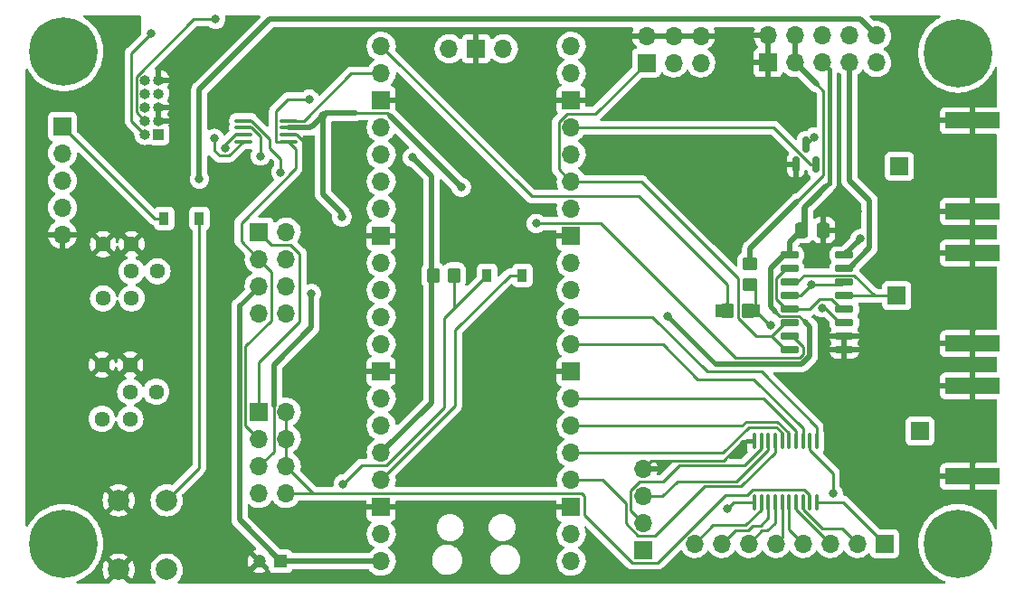
<source format=gbr>
%TF.GenerationSoftware,KiCad,Pcbnew,6.0.1*%
%TF.CreationDate,2022-04-02T05:11:13+02:00*%
%TF.ProjectId,glitcher,676c6974-6368-4657-922e-6b696361645f,4*%
%TF.SameCoordinates,Original*%
%TF.FileFunction,Copper,L2,Bot*%
%TF.FilePolarity,Positive*%
%FSLAX46Y46*%
G04 Gerber Fmt 4.6, Leading zero omitted, Abs format (unit mm)*
G04 Created by KiCad (PCBNEW 6.0.1) date 2022-04-02 05:11:13*
%MOMM*%
%LPD*%
G01*
G04 APERTURE LIST*
G04 Aperture macros list*
%AMRoundRect*
0 Rectangle with rounded corners*
0 $1 Rounding radius*
0 $2 $3 $4 $5 $6 $7 $8 $9 X,Y pos of 4 corners*
0 Add a 4 corners polygon primitive as box body*
4,1,4,$2,$3,$4,$5,$6,$7,$8,$9,$2,$3,0*
0 Add four circle primitives for the rounded corners*
1,1,$1+$1,$2,$3*
1,1,$1+$1,$4,$5*
1,1,$1+$1,$6,$7*
1,1,$1+$1,$8,$9*
0 Add four rect primitives between the rounded corners*
20,1,$1+$1,$2,$3,$4,$5,0*
20,1,$1+$1,$4,$5,$6,$7,0*
20,1,$1+$1,$6,$7,$8,$9,0*
20,1,$1+$1,$8,$9,$2,$3,0*%
G04 Aperture macros list end*
%TA.AperFunction,ComponentPad*%
%ADD10C,1.440000*%
%TD*%
%TA.AperFunction,SMDPad,CuDef*%
%ADD11R,5.080000X1.500000*%
%TD*%
%TA.AperFunction,ComponentPad*%
%ADD12C,0.800000*%
%TD*%
%TA.AperFunction,ComponentPad*%
%ADD13C,6.400000*%
%TD*%
%TA.AperFunction,ComponentPad*%
%ADD14R,1.700000X1.700000*%
%TD*%
%TA.AperFunction,ComponentPad*%
%ADD15O,1.700000X1.700000*%
%TD*%
%TA.AperFunction,ComponentPad*%
%ADD16R,1.000000X1.000000*%
%TD*%
%TA.AperFunction,ComponentPad*%
%ADD17O,1.000000X1.000000*%
%TD*%
%TA.AperFunction,ComponentPad*%
%ADD18R,1.200000X1.200000*%
%TD*%
%TA.AperFunction,ComponentPad*%
%ADD19C,1.200000*%
%TD*%
%TA.AperFunction,ComponentPad*%
%ADD20C,2.000000*%
%TD*%
%TA.AperFunction,SMDPad,CuDef*%
%ADD21R,0.900000X1.200000*%
%TD*%
%TA.AperFunction,SMDPad,CuDef*%
%ADD22RoundRect,0.250000X0.450000X-0.350000X0.450000X0.350000X-0.450000X0.350000X-0.450000X-0.350000X0*%
%TD*%
%TA.AperFunction,SMDPad,CuDef*%
%ADD23RoundRect,0.250000X0.337500X0.475000X-0.337500X0.475000X-0.337500X-0.475000X0.337500X-0.475000X0*%
%TD*%
%TA.AperFunction,SMDPad,CuDef*%
%ADD24RoundRect,0.100000X0.100000X-0.637500X0.100000X0.637500X-0.100000X0.637500X-0.100000X-0.637500X0*%
%TD*%
%TA.AperFunction,SMDPad,CuDef*%
%ADD25RoundRect,0.250000X-0.350000X-0.450000X0.350000X-0.450000X0.350000X0.450000X-0.350000X0.450000X0*%
%TD*%
%TA.AperFunction,SMDPad,CuDef*%
%ADD26RoundRect,0.100000X-0.712500X-0.100000X0.712500X-0.100000X0.712500X0.100000X-0.712500X0.100000X0*%
%TD*%
%TA.AperFunction,SMDPad,CuDef*%
%ADD27RoundRect,0.150000X0.150000X-0.587500X0.150000X0.587500X-0.150000X0.587500X-0.150000X-0.587500X0*%
%TD*%
%TA.AperFunction,SMDPad,CuDef*%
%ADD28RoundRect,0.150000X0.725000X0.150000X-0.725000X0.150000X-0.725000X-0.150000X0.725000X-0.150000X0*%
%TD*%
%TA.AperFunction,ViaPad*%
%ADD29C,0.800000*%
%TD*%
%TA.AperFunction,Conductor*%
%ADD30C,0.250000*%
%TD*%
%TA.AperFunction,Conductor*%
%ADD31C,0.500000*%
%TD*%
%TA.AperFunction,Conductor*%
%ADD32C,0.400000*%
%TD*%
G04 APERTURE END LIST*
D10*
%TO.P,REF\u002A\u002A,1*%
%TO.N,+3V3*%
X81026000Y-110998000D03*
%TO.P,REF\u002A\u002A,2*%
%TO.N,ADC1*%
X81026000Y-108458000D03*
%TO.P,REF\u002A\u002A,3*%
%TO.N,GND*%
X81026000Y-105918000D03*
%TD*%
%TO.P,REF\u002A\u002A,1*%
%TO.N,+3V3*%
X81153000Y-99695000D03*
%TO.P,REF\u002A\u002A,2*%
%TO.N,ADC0*%
X81153000Y-97155000D03*
%TO.P,REF\u002A\u002A,3*%
%TO.N,GND*%
X81153000Y-94615000D03*
%TD*%
%TO.P,RV501,1,1*%
%TO.N,+3V3*%
X78371000Y-110998000D03*
%TO.P,RV501,2,2*%
%TO.N,ADC1*%
X83451000Y-108458000D03*
%TO.P,RV501,3,3*%
%TO.N,GND*%
X78371000Y-105918000D03*
%TD*%
%TO.P,RV500,1,1*%
%TO.N,+3V3*%
X78486000Y-99695000D03*
%TO.P,RV500,2,2*%
%TO.N,ADC0*%
X83566000Y-97155000D03*
%TO.P,RV500,3,3*%
%TO.N,GND*%
X78486000Y-94615000D03*
%TD*%
D11*
%TO.P,J206,2,Pin_2*%
%TO.N,GND*%
X159845000Y-83037000D03*
X159845000Y-91537000D03*
%TD*%
D12*
%TO.P,H3,1*%
%TO.N,N/C*%
X160896000Y-122682000D03*
X156798944Y-120984944D03*
X158496000Y-125082000D03*
X156798944Y-124379056D03*
X160193056Y-120984944D03*
X160193056Y-124379056D03*
X158496000Y-120282000D03*
D13*
X158496000Y-122682000D03*
D12*
X156096000Y-122682000D03*
%TD*%
D14*
%TO.P,JP300,1*%
%TO.N,VCC_EXT*%
X93091000Y-93472000D03*
D15*
%TO.P,JP300,2*%
%TO.N,DAC_HI*%
X93091000Y-96012000D03*
%TO.P,JP300,3*%
%TO.N,VBUS*%
X93091000Y-98552000D03*
%TO.P,JP300,4*%
%TO.N,+3V3*%
X93091000Y-101092000D03*
%TO.P,JP300,5*%
%TO.N,CB_VCC*%
X95631000Y-96012000D03*
X95631000Y-101092000D03*
X95631000Y-93472000D03*
X95631000Y-98552000D03*
%TD*%
D14*
%TO.P,J207,1,Pin_1*%
%TO.N,GND*%
X140721000Y-77602000D03*
D15*
%TO.P,J207,2,Pin_2*%
X140721000Y-75062000D03*
%TO.P,J207,3,Pin_3*%
%TO.N,+3V3*%
X143261000Y-77602000D03*
%TO.P,J207,4,Pin_4*%
X143261000Y-75062000D03*
%TO.P,J207,5,Pin_5*%
%TO.N,VBUS*%
X145801000Y-77602000D03*
%TO.P,J207,6,Pin_6*%
X145801000Y-75062000D03*
%TO.P,J207,7,Pin_7*%
%TO.N,DAC_HI*%
X148341000Y-77602000D03*
%TO.P,J207,8,Pin_8*%
X148341000Y-75062000D03*
%TO.P,J207,9,Pin_9*%
%TO.N,VCC_EXT*%
X150881000Y-77602000D03*
%TO.P,J207,10,Pin_10*%
X150881000Y-75062000D03*
%TD*%
D14*
%TO.P,J202,1,Pin_1*%
%TO.N,GLITCH_OUT*%
X152776000Y-99441000D03*
%TD*%
%TO.P,J200,1,Pin_1*%
%TO.N,Net-(J200-Pad1)*%
X151638000Y-122682000D03*
D15*
%TO.P,J200,2,Pin_2*%
%TO.N,Net-(J200-Pad2)*%
X149098000Y-122682000D03*
%TO.P,J200,3,Pin_3*%
%TO.N,Net-(J200-Pad3)*%
X146558000Y-122682000D03*
%TO.P,J200,4,Pin_4*%
%TO.N,Net-(J200-Pad4)*%
X144018000Y-122682000D03*
%TO.P,J200,5,Pin_5*%
%TO.N,Net-(J200-Pad5)*%
X141478000Y-122682000D03*
%TO.P,J200,6,Pin_6*%
%TO.N,Net-(J200-Pad6)*%
X138938000Y-122682000D03*
%TO.P,J200,7,Pin_7*%
%TO.N,Net-(J200-Pad7)*%
X136398000Y-122682000D03*
%TO.P,J200,8,Pin_8*%
%TO.N,Net-(J200-Pad8)*%
X133858000Y-122682000D03*
%TD*%
D14*
%TO.P,JP200,1*%
%TO.N,VCC_EXT*%
X93091000Y-110363000D03*
D15*
%TO.P,JP200,2*%
%TO.N,DAC_HI*%
X93091000Y-112903000D03*
%TO.P,JP200,3*%
%TO.N,DAC_LO*%
X93091000Y-115443000D03*
%TO.P,JP200,4*%
%TO.N,+3V3*%
X93091000Y-117983000D03*
%TO.P,JP200,5*%
%TO.N,/gpio/TAR_VCCIO*%
X95631000Y-115443000D03*
X95631000Y-112903000D03*
X95631000Y-110363000D03*
X95631000Y-117983000D03*
%TD*%
D14*
%TO.P,J205,1,Pin_1*%
%TO.N,CROWBAR*%
X153030000Y-87317000D03*
%TD*%
D15*
%TO.P,U100,1,GPIO0*%
%TO.N,GPIO0*%
X122301000Y-124333000D03*
%TO.P,U100,2,GPIO1*%
%TO.N,GPIO1*%
X122301000Y-121793000D03*
D14*
%TO.P,U100,3,GND*%
%TO.N,GND*%
X122301000Y-119253000D03*
D15*
%TO.P,U100,4,GPIO2*%
%TO.N,GPIO2*%
X122301000Y-116713000D03*
%TO.P,U100,5,GPIO3*%
%TO.N,GPIO3*%
X122301000Y-114173000D03*
%TO.P,U100,6,GPIO4*%
%TO.N,GPIO4*%
X122301000Y-111633000D03*
%TO.P,U100,7,GPIO5*%
%TO.N,GPIO5*%
X122301000Y-109093000D03*
D14*
%TO.P,U100,8,GND*%
%TO.N,GND*%
X122301000Y-106553000D03*
D15*
%TO.P,U100,9,GPIO6*%
%TO.N,GPIO6*%
X122301000Y-104013000D03*
%TO.P,U100,10,GPIO7*%
%TO.N,GPIO7*%
X122301000Y-101473000D03*
%TO.P,U100,11,GPIO8*%
%TO.N,GPIO8*%
X122301000Y-98933000D03*
%TO.P,U100,12,GPIO9*%
%TO.N,GPIO9*%
X122301000Y-96393000D03*
D14*
%TO.P,U100,13,GND*%
%TO.N,GND*%
X122301000Y-93853000D03*
D15*
%TO.P,U100,14,GPIO10*%
%TO.N,TRIG_IN*%
X122301000Y-91313000D03*
%TO.P,U100,15,GPIO11*%
%TO.N,GLITCH_SIG*%
X122301000Y-88773000D03*
%TO.P,U100,16,GPIO12*%
%TO.N,CB1_G*%
X122301000Y-86233000D03*
%TO.P,U100,17,GPIO13*%
%TO.N,CB2_G*%
X122301000Y-83693000D03*
D14*
%TO.P,U100,18,GND*%
%TO.N,GND*%
X122301000Y-81153000D03*
D15*
%TO.P,U100,19,GPIO14*%
%TO.N,PICOEMP_PWM*%
X122301000Y-78613000D03*
%TO.P,U100,20,GPIO15*%
%TO.N,PICOEMP_CHG*%
X122301000Y-76073000D03*
%TO.P,U100,21,GPIO16*%
%TO.N,MAX_EN*%
X104521000Y-76073000D03*
%TO.P,U100,22,GPIO17*%
%TO.N,DAC_nL*%
X104521000Y-78613000D03*
D14*
%TO.P,U100,23,GND*%
%TO.N,GND*%
X104521000Y-81153000D03*
D15*
%TO.P,U100,24,GPIO18*%
%TO.N,DAC_CLK*%
X104521000Y-83693000D03*
%TO.P,U100,25,GPIO19*%
%TO.N,DAC_TX*%
X104521000Y-86233000D03*
%TO.P,U100,26,GPIO20*%
%TO.N,DAC_nCS*%
X104521000Y-88773000D03*
%TO.P,U100,27,GPIO21*%
%TO.N,MAX_SW_A*%
X104521000Y-91313000D03*
D14*
%TO.P,U100,28,GND*%
%TO.N,GND*%
X104521000Y-93853000D03*
D15*
%TO.P,U100,29,GPIO22*%
%TO.N,GPIO_EN*%
X104521000Y-96393000D03*
%TO.P,U100,30,RUN*%
%TO.N,unconnected-(U100-Pad30)*%
X104521000Y-98933000D03*
%TO.P,U100,31,GPIO26_ADC0*%
%TO.N,ADC0*%
X104521000Y-101473000D03*
%TO.P,U100,32,GPIO27_ADC1*%
%TO.N,ADC1*%
X104521000Y-104013000D03*
D14*
%TO.P,U100,33,AGND*%
%TO.N,GND*%
X104521000Y-106553000D03*
D15*
%TO.P,U100,34,GPIO28_ADC2*%
%TO.N,ADC2*%
X104521000Y-109093000D03*
%TO.P,U100,35,ADC_VREF*%
%TO.N,+3.3VADC*%
X104521000Y-111633000D03*
%TO.P,U100,36,3V3*%
%TO.N,+3V3*%
X104521000Y-114173000D03*
%TO.P,U100,37,3V3_EN*%
%TO.N,Net-(D101-Pad2)*%
X104521000Y-116713000D03*
D14*
%TO.P,U100,38,GND*%
%TO.N,GND*%
X104521000Y-119253000D03*
D15*
%TO.P,U100,39,VSYS*%
%TO.N,unconnected-(U100-Pad39)*%
X104521000Y-121793000D03*
%TO.P,U100,40,VBUS*%
%TO.N,VBUS*%
X104521000Y-124333000D03*
%TO.P,U100,41,SWCLK*%
%TO.N,/controller/SWCLK*%
X115951000Y-76303000D03*
D14*
%TO.P,U100,42,GND*%
%TO.N,GND*%
X113411000Y-76303000D03*
D15*
%TO.P,U100,43,SWDIO*%
%TO.N,/controller/SWDIO*%
X110871000Y-76303000D03*
%TD*%
D16*
%TO.P,REF\u002A\u002A,1*%
%TO.N,+3V3*%
X83694000Y-84326000D03*
D17*
%TO.P,REF\u002A\u002A,2*%
%TO.N,/controller/SWDIO*%
X82424000Y-84326000D03*
%TO.P,REF\u002A\u002A,3*%
%TO.N,GND*%
X83694000Y-83056000D03*
%TO.P,REF\u002A\u002A,4*%
%TO.N,/controller/SWCLK*%
X82424000Y-83056000D03*
%TO.P,REF\u002A\u002A,5*%
%TO.N,GND*%
X83694000Y-81786000D03*
%TO.P,REF\u002A\u002A,6*%
%TO.N,unconnected-(J102-Pad6)*%
X82424000Y-81786000D03*
%TO.P,REF\u002A\u002A,7*%
%TO.N,unconnected-(J102-Pad7)*%
X83694000Y-80516000D03*
%TO.P,REF\u002A\u002A,8*%
%TO.N,unconnected-(J102-Pad8)*%
X82424000Y-80516000D03*
%TO.P,REF\u002A\u002A,9*%
%TO.N,GND*%
X83694000Y-79246000D03*
%TO.P,REF\u002A\u002A,10*%
%TO.N,Net-(D100-Pad1)*%
X82424000Y-79246000D03*
%TD*%
D18*
%TO.P,C100,1*%
%TO.N,VBUS*%
X95123000Y-124333000D03*
D19*
%TO.P,C100,2*%
%TO.N,GND*%
X93123000Y-124333000D03*
%TD*%
D12*
%TO.P,H2,1*%
%TO.N,N/C*%
X156798944Y-78405056D03*
X156096000Y-76708000D03*
X158496000Y-79108000D03*
X158496000Y-74308000D03*
X160193056Y-78405056D03*
X160896000Y-76708000D03*
X160193056Y-75010944D03*
D13*
X158496000Y-76708000D03*
D12*
X156798944Y-75010944D03*
%TD*%
D14*
%TO.P,J201,1,Pin_1*%
%TO.N,TRIG_IN*%
X154940000Y-112141000D03*
%TD*%
D20*
%TO.P,SW1,1,1*%
%TO.N,~{EMERG_SHDN}*%
X84444400Y-125119200D03*
X84444400Y-118619200D03*
%TO.P,SW1,2,2*%
%TO.N,GND*%
X79944400Y-118619200D03*
X79944400Y-125119200D03*
%TD*%
D14*
%TO.P,J100,1,Pin_1*%
%TO.N,+3V3*%
X129032000Y-123307000D03*
D15*
%TO.P,J100,2,Pin_2*%
%TO.N,GPIO0*%
X129032000Y-120767000D03*
%TO.P,J100,3,Pin_3*%
%TO.N,GPIO1*%
X129032000Y-118227000D03*
%TO.P,J100,4,Pin_4*%
%TO.N,GND*%
X129032000Y-115687000D03*
%TD*%
D14*
%TO.P,J101,1,Pin_1*%
%TO.N,Net-(D100-Pad1)*%
X74676000Y-83566000D03*
D15*
%TO.P,J101,2,Pin_2*%
%TO.N,/controller/SWDIO*%
X74676000Y-86106000D03*
%TO.P,J101,3,Pin_3*%
%TO.N,/controller/SWCLK*%
X74676000Y-88646000D03*
%TO.P,J101,4,Pin_4*%
%TO.N,+3V3*%
X74676000Y-91186000D03*
%TO.P,J101,5,Pin_5*%
%TO.N,GND*%
X74676000Y-93726000D03*
%TD*%
D11*
%TO.P,J204,2,Pin_2*%
%TO.N,GND*%
X159888000Y-95445000D03*
X159888000Y-103945000D03*
%TD*%
%TO.P,J203,2,Pin_2*%
%TO.N,GND*%
X159888000Y-107891000D03*
X159888000Y-116391000D03*
%TD*%
D12*
%TO.P,H1,1*%
%TO.N,N/C*%
X74803000Y-78981000D03*
X73105944Y-74883944D03*
D13*
X74803000Y-76581000D03*
D12*
X74803000Y-74181000D03*
X73105944Y-78278056D03*
X77203000Y-76581000D03*
X76500056Y-78278056D03*
X72403000Y-76581000D03*
X76500056Y-74883944D03*
%TD*%
D14*
%TO.P,J208,1,Pin_1*%
%TO.N,GLITCH_SIG*%
X129351800Y-77627400D03*
D15*
%TO.P,J208,2,Pin_2*%
%TO.N,GND*%
X129351800Y-75087400D03*
%TO.P,J208,3,Pin_3*%
%TO.N,PICOEMP_CHG*%
X131891800Y-77627400D03*
%TO.P,J208,4,Pin_4*%
%TO.N,GND*%
X131891800Y-75087400D03*
%TO.P,J208,5,Pin_5*%
%TO.N,PICOEMP_PWM*%
X134431800Y-77627400D03*
%TO.P,J208,6,Pin_6*%
%TO.N,GND*%
X134431800Y-75087400D03*
%TD*%
D12*
%TO.P,H4,1*%
%TO.N,N/C*%
X76500056Y-120984944D03*
D13*
X74803000Y-122682000D03*
D12*
X72403000Y-122682000D03*
X76500056Y-124379056D03*
X74803000Y-120282000D03*
X74803000Y-125082000D03*
X77203000Y-122682000D03*
X73105944Y-120984944D03*
X73105944Y-124379056D03*
%TD*%
D21*
%TO.P,D100,1,K*%
%TO.N,Net-(D100-Pad1)*%
X84202000Y-92202000D03*
%TO.P,D100,2,A*%
%TO.N,~{EMERG_SHDN}*%
X87502000Y-92202000D03*
%TD*%
D22*
%TO.P,R401,2*%
%TO.N,+3V3*%
X139065000Y-96425000D03*
%TO.P,R401,1*%
%TO.N,/vccout/INHIBIT*%
X139065000Y-98425000D03*
%TD*%
D21*
%TO.P,D101,1,K*%
%TO.N,~{EMERG_SHDN}*%
X114428000Y-97536000D03*
%TO.P,D101,2,A*%
%TO.N,Net-(D101-Pad2)*%
X117728000Y-97536000D03*
%TD*%
D23*
%TO.P,C400,1*%
%TO.N,GND*%
X145919100Y-93319600D03*
%TO.P,C400,2*%
%TO.N,VBUS*%
X143844100Y-93319600D03*
%TD*%
D24*
%TO.P,U200,1,A1*%
%TO.N,Net-(J200-Pad1)*%
X145292000Y-118813500D03*
%TO.P,U200,2,VCCA*%
%TO.N,/gpio/TAR_VCCIO*%
X144642000Y-118813500D03*
%TO.P,U200,3,A2*%
%TO.N,Net-(J200-Pad2)*%
X143992000Y-118813500D03*
%TO.P,U200,4,A3*%
%TO.N,Net-(J200-Pad3)*%
X143342000Y-118813500D03*
%TO.P,U200,5,A4*%
%TO.N,Net-(J200-Pad4)*%
X142692000Y-118813500D03*
%TO.P,U200,6,A5*%
%TO.N,Net-(J200-Pad5)*%
X142042000Y-118813500D03*
%TO.P,U200,7,A6*%
%TO.N,Net-(J200-Pad6)*%
X141392000Y-118813500D03*
%TO.P,U200,8,A7*%
%TO.N,Net-(J200-Pad7)*%
X140742000Y-118813500D03*
%TO.P,U200,9,A8*%
%TO.N,Net-(J200-Pad8)*%
X140092000Y-118813500D03*
%TO.P,U200,10,OE*%
%TO.N,GPIO_EN*%
X139442000Y-118813500D03*
%TO.P,U200,11,GND*%
%TO.N,GND*%
X139442000Y-113088500D03*
%TO.P,U200,12,B8*%
%TO.N,GPIO0*%
X140092000Y-113088500D03*
%TO.P,U200,13,B7*%
%TO.N,GPIO1*%
X140742000Y-113088500D03*
%TO.P,U200,14,B6*%
%TO.N,GPIO2*%
X141392000Y-113088500D03*
%TO.P,U200,15,B5*%
%TO.N,GPIO3*%
X142042000Y-113088500D03*
%TO.P,U200,16,B4*%
%TO.N,GPIO4*%
X142692000Y-113088500D03*
%TO.P,U200,17,B3*%
%TO.N,GPIO5*%
X143342000Y-113088500D03*
%TO.P,U200,18,B2*%
%TO.N,GPIO6*%
X143992000Y-113088500D03*
%TO.P,U200,19,VCCB*%
%TO.N,+3V3*%
X144642000Y-113088500D03*
%TO.P,U200,20,B1*%
%TO.N,GPIO7*%
X145292000Y-113088500D03*
%TD*%
D25*
%TO.P,R400,1*%
%TO.N,MAX_EN*%
X136893500Y-100838000D03*
%TO.P,R400,2*%
%TO.N,/vccout/INHIBIT*%
X138893500Y-100838000D03*
%TD*%
D21*
%TO.P,D400,1,K*%
%TO.N,MAX_EN*%
X136271000Y-100838000D03*
%TO.P,D400,2,A*%
%TO.N,/vccout/INHIBIT*%
X139571000Y-100838000D03*
%TD*%
D26*
%TO.P,U401b,1,Vdd*%
%TO.N,VBUS*%
X91613500Y-85001819D03*
%TO.P,U401b,2,~{CS}*%
%TO.N,DAC_nCS*%
X91613500Y-84351819D03*
%TO.P,U401b,3,SCK*%
%TO.N,DAC_CLK*%
X91613500Y-83701819D03*
%TO.P,U401b,4,SDI*%
%TO.N,DAC_TX*%
X91613500Y-83051819D03*
%TO.P,U401b,5,~{LDAC}*%
%TO.N,DAC_nL*%
X95838500Y-83051819D03*
%TO.P,U401b,6,VB*%
%TO.N,DAC_LO*%
X95838500Y-83701819D03*
%TO.P,U401b,7,Vss*%
%TO.N,GND*%
X95838500Y-84351819D03*
%TO.P,U401b,8,VA*%
%TO.N,DAC_HI*%
X95838500Y-85001819D03*
%TD*%
D27*
%TO.P,Q301,1,G*%
%TO.N,CB2_G*%
X145222000Y-87170500D03*
%TO.P,Q301,2,S*%
%TO.N,GND*%
X143322000Y-87170500D03*
%TO.P,Q301,3,D*%
%TO.N,CROWBAR*%
X144272000Y-85295500D03*
%TD*%
D28*
%TO.P,U400,1,Y1*%
%TO.N,CB_VCC*%
X147863000Y-95631000D03*
%TO.P,U400,2,Y0*%
%TO.N,DAC_HI*%
X147863000Y-96901000D03*
%TO.P,U400,3,Z1*%
%TO.N,DAC_LO*%
X147863000Y-98171000D03*
%TO.P,U400,4,Z*%
%TO.N,GLITCH_OUT*%
X147863000Y-99441000D03*
%TO.P,U400,5,Z0*%
%TO.N,/vccout/hi_sel*%
X147863000Y-100711000D03*
%TO.P,U400,6,Inh*%
%TO.N,/vccout/INHIBIT*%
X147863000Y-101981000D03*
%TO.P,U400,7,VEE*%
%TO.N,GND*%
X147863000Y-103251000D03*
%TO.P,U400,8,VSS*%
X147863000Y-104521000D03*
%TO.P,U400,9,C*%
%TO.N,GLITCH_SIG*%
X142713000Y-104521000D03*
%TO.P,U400,10,B*%
%TO.N,MAX_SW_A*%
X142713000Y-103251000D03*
%TO.P,U400,11,A*%
%TO.N,GLITCH_SIG*%
X142713000Y-101981000D03*
%TO.P,U400,12,X0*%
%TO.N,/vccout/hi_sel*%
X142713000Y-100711000D03*
%TO.P,U400,13,X1*%
%TO.N,DAC_LO*%
X142713000Y-99441000D03*
%TO.P,U400,14,X*%
%TO.N,GLITCH_OUT*%
X142713000Y-98171000D03*
%TO.P,U400,15,Y*%
%TO.N,/vccout/hi_sel*%
X142713000Y-96901000D03*
%TO.P,U400,16,VDD*%
%TO.N,VBUS*%
X142713000Y-95631000D03*
%TD*%
D25*
%TO.P,R1,1*%
%TO.N,+3V3*%
X109363000Y-97536000D03*
%TO.P,R1,2*%
%TO.N,~{EMERG_SHDN}*%
X111363000Y-97536000D03*
%TD*%
D29*
%TO.N,/vccout/INHIBIT*%
X140970000Y-102235000D03*
%TO.N,DAC_LO*%
X100838000Y-92075000D03*
X97983519Y-99247481D03*
%TO.N,MAX_SW_A*%
X119030511Y-92678489D03*
%TO.N,GND*%
X148590000Y-90678000D03*
X149098000Y-91567000D03*
X159893000Y-93472000D03*
X159893000Y-105918000D03*
X138938000Y-86487000D03*
X155829000Y-83058000D03*
X155829000Y-116332000D03*
%TO.N,+3V3*%
X107442000Y-86487000D03*
X146812000Y-117983000D03*
%TO.N,/controller/SWDIO*%
X82962511Y-74898489D03*
%TO.N,/controller/SWCLK*%
X89027000Y-73533000D03*
%TO.N,VCC_EXT*%
X87503000Y-88519000D03*
%TO.N,DAC_HI*%
X97790000Y-81026000D03*
%TO.N,GPIO_EN*%
X136906000Y-119380000D03*
%TO.N,DAC_nCS*%
X89916000Y-85598000D03*
%TO.N,DAC_CLK*%
X93218000Y-86360000D03*
%TO.N,DAC_TX*%
X95123000Y-87884000D03*
%TO.N,~{EMERG_SHDN}*%
X100965000Y-117094000D03*
%TO.N,DAC_LO*%
X144780000Y-98425000D03*
X99060000Y-82550000D03*
X112014000Y-89281000D03*
%TO.N,CROWBAR*%
X145034000Y-84582000D03*
%TO.N,VBUS*%
X88900000Y-84709000D03*
X131318000Y-101346000D03*
%TO.N,CB_VCC*%
X149352000Y-94107000D03*
%TO.N,/vccout/INHIBIT*%
X145796000Y-100584000D03*
%TD*%
D30*
%TO.N,/vccout/INHIBIT*%
X140970000Y-102235000D02*
X140968000Y-102235000D01*
X140968000Y-102235000D02*
X140841000Y-102108000D01*
X140841000Y-102108000D02*
X139571000Y-100838000D01*
%TO.N,GLITCH_SIG*%
X142713000Y-101981000D02*
X142367000Y-101981000D01*
X142367000Y-101981000D02*
X141097000Y-103251000D01*
X141097000Y-103251000D02*
X139611507Y-103251000D01*
X142713000Y-104521000D02*
X142367000Y-104521000D01*
X142367000Y-104521000D02*
X141097000Y-103251000D01*
D31*
%TO.N,VCC_EXT*%
X94081600Y-73558400D02*
X87503000Y-80137000D01*
X87503000Y-80137000D02*
X87503000Y-88519000D01*
X136499600Y-73558400D02*
X94081600Y-73558400D01*
X150881000Y-75062000D02*
X149377400Y-73558400D01*
X149377400Y-73558400D02*
X136499600Y-73558400D01*
%TO.N,DAC_LO*%
X100838000Y-92075000D02*
X100838000Y-91694000D01*
X100838000Y-91694000D02*
X99060000Y-89916000D01*
X97983519Y-99247481D02*
X97983519Y-102422481D01*
X99060000Y-82550000D02*
X99060000Y-89916000D01*
X97983519Y-102422481D02*
X94456489Y-105949511D01*
X94456489Y-105949511D02*
X94456489Y-109759511D01*
X99060000Y-82550000D02*
X98107500Y-83502500D01*
X97983519Y-83626481D02*
X98107500Y-83502500D01*
X98107500Y-83502500D02*
X97908181Y-83701819D01*
D30*
X94456489Y-114077511D02*
X94456489Y-109759511D01*
D31*
X97908181Y-83701819D02*
X95838500Y-83701819D01*
D30*
X102139511Y-82327511D02*
X105060511Y-82327511D01*
D31*
X102139511Y-82327511D02*
X99282489Y-82327511D01*
X99282489Y-82327511D02*
X99060000Y-82550000D01*
D30*
X105346500Y-82613500D02*
X105060511Y-82327511D01*
D31*
X112014000Y-89281000D02*
X105346500Y-82613500D01*
D30*
%TO.N,VBUS*%
X141385964Y-100930036D02*
X141812408Y-101356480D01*
D31*
X140970000Y-96921151D02*
X140938960Y-96952191D01*
X140938960Y-96952191D02*
X140938960Y-100483032D01*
X140938960Y-100483032D02*
X141385964Y-100930036D01*
D30*
%TO.N,GLITCH_OUT*%
X147863000Y-99441000D02*
X150876000Y-99441000D01*
X150876000Y-99441000D02*
X152776000Y-99441000D01*
X144068800Y-97536000D02*
X148774072Y-97536000D01*
X148774072Y-97536000D02*
X150679072Y-99441000D01*
X150679072Y-99441000D02*
X150876000Y-99441000D01*
%TO.N,MAX_SW_A*%
X142713000Y-103251000D02*
X142989072Y-103251000D01*
X142989072Y-103251000D02*
X144018000Y-104279928D01*
X144018000Y-104279928D02*
X144018000Y-104902000D01*
X144018000Y-104902000D02*
X143653520Y-105266480D01*
X125063489Y-92678489D02*
X119030511Y-92678489D01*
X143653520Y-105266480D02*
X137651480Y-105266480D01*
X137651480Y-105266480D02*
X125063489Y-92678489D01*
D31*
%TO.N,VBUS*%
X135812999Y-105840999D02*
X143891495Y-105840999D01*
X143891495Y-105840999D02*
X144653000Y-105079494D01*
X144653000Y-105079494D02*
X144653000Y-102374928D01*
X144653000Y-102374928D02*
X144191569Y-101913497D01*
%TO.N,DAC_HI*%
X150241000Y-94975849D02*
X150241000Y-90551000D01*
X148341000Y-77602000D02*
X148341000Y-88651000D01*
X148341000Y-88651000D02*
X150241000Y-90551000D01*
X147863000Y-96901000D02*
X148315849Y-96901000D01*
X148315849Y-96901000D02*
X150241000Y-94975849D01*
%TO.N,CB_VCC*%
X149352000Y-94107000D02*
X149352000Y-94142000D01*
X149352000Y-94142000D02*
X147863000Y-95631000D01*
D30*
%TO.N,/vccout/hi_sel*%
X145567834Y-99787552D02*
X144644386Y-100711000D01*
X144644386Y-100711000D02*
X142713000Y-100711000D01*
X142713000Y-96901000D02*
X142436928Y-96901000D01*
X142436928Y-96901000D02*
X141513480Y-97824448D01*
X141513480Y-97824448D02*
X141513480Y-99787552D01*
X141513480Y-99787552D02*
X142436928Y-100711000D01*
X142436928Y-100711000D02*
X142713000Y-100711000D01*
%TO.N,GLITCH_OUT*%
X142713000Y-98171000D02*
X143433800Y-98171000D01*
X143433800Y-98171000D02*
X144068800Y-97536000D01*
%TO.N,DAC_LO*%
X142713000Y-99441000D02*
X143764000Y-99441000D01*
X143764000Y-99441000D02*
X144780000Y-98425000D01*
X144780000Y-98425000D02*
X147609000Y-98425000D01*
X147609000Y-98425000D02*
X147863000Y-98171000D01*
%TO.N,/vccout/hi_sel*%
X145567834Y-99787552D02*
X146663480Y-99787552D01*
X147863000Y-100711000D02*
X147586928Y-100711000D01*
X147586928Y-100711000D02*
X146663480Y-99787552D01*
%TO.N,~{EMERG_SHDN}*%
X84444400Y-118619200D02*
X87502000Y-115561600D01*
X87502000Y-115561600D02*
X87502000Y-92202000D01*
%TO.N,GND*%
X95838500Y-84351819D02*
X96601361Y-84351819D01*
X136556031Y-114903969D02*
X129815031Y-114903969D01*
X96601361Y-84351819D02*
X97409000Y-85159458D01*
X139442000Y-113088500D02*
X138371500Y-113088500D01*
X129815031Y-114903969D02*
X129032000Y-115687000D01*
X138371500Y-113088500D02*
X136556031Y-114903969D01*
D31*
%TO.N,+3V3*%
X139065000Y-94996000D02*
X139192000Y-94869000D01*
X143261000Y-77602000D02*
X145288000Y-79629000D01*
D30*
X144642000Y-113088500D02*
X144642000Y-113908000D01*
D31*
X107442000Y-86487000D02*
X109220000Y-88265000D01*
D30*
X143446500Y-90614500D02*
X145923000Y-88138000D01*
D31*
X139065000Y-96425000D02*
X139065000Y-94996000D01*
X109220000Y-109474000D02*
X109220000Y-88265000D01*
D30*
X146812000Y-116078000D02*
X144642000Y-113908000D01*
X145923000Y-88138000D02*
X145923000Y-80264000D01*
X145923000Y-80264000D02*
X145288000Y-79629000D01*
X146812000Y-117983000D02*
X146812000Y-116078000D01*
D31*
X143261000Y-75062000D02*
X143261000Y-77602000D01*
X104521000Y-114173000D02*
X109220000Y-109474000D01*
D30*
X143266000Y-77607000D02*
X143266000Y-75067000D01*
D31*
X143446500Y-90614500D02*
X139192000Y-94869000D01*
D30*
%TO.N,Net-(D100-Pad1)*%
X83312000Y-92202000D02*
X74676000Y-83566000D01*
X84202000Y-92202000D02*
X83312000Y-92202000D01*
%TO.N,GPIO0*%
X127857489Y-117709711D02*
X128676400Y-116890800D01*
X138514872Y-115353489D02*
X140092000Y-113776361D01*
X140092000Y-113776361D02*
X140092000Y-113088500D01*
X128676400Y-116890800D02*
X130860800Y-116890800D01*
X130860800Y-116890800D02*
X132398111Y-115353489D01*
X129032000Y-120767000D02*
X127857489Y-119592489D01*
X132398111Y-115353489D02*
X138514872Y-115353489D01*
X127857489Y-119592489D02*
X127857489Y-117709711D01*
%TO.N,GPIO1*%
X129032000Y-118227000D02*
X130825400Y-118227000D01*
X132212400Y-116840000D02*
X130825400Y-118227000D01*
X140742000Y-113867600D02*
X140742000Y-113088500D01*
X137769600Y-116840000D02*
X132212400Y-116840000D01*
X137769600Y-116840000D02*
X140742000Y-113867600D01*
%TO.N,/controller/SWDIO*%
X81149969Y-83051969D02*
X82424000Y-84326000D01*
X82962511Y-74898489D02*
X81149969Y-76711031D01*
X81149969Y-76711031D02*
X81149969Y-83051969D01*
%TO.N,/controller/SWCLK*%
X81599489Y-78904475D02*
X86970964Y-73533000D01*
X82424000Y-83056000D02*
X81599489Y-82231489D01*
X86970964Y-73533000D02*
X89027000Y-73533000D01*
X81599489Y-82231489D02*
X81599489Y-78904475D01*
%TO.N,Net-(J200-Pad1)*%
X145292000Y-118813500D02*
X147769500Y-118813500D01*
X147769500Y-118813500D02*
X151638000Y-122682000D01*
%TO.N,Net-(J200-Pad2)*%
X143992000Y-118813500D02*
X143992000Y-119501361D01*
X147701000Y-121285000D02*
X149098000Y-122682000D01*
X143992000Y-119501361D02*
X145775639Y-121285000D01*
X145775639Y-121285000D02*
X147701000Y-121285000D01*
%TO.N,Net-(J200-Pad3)*%
X146522639Y-122682000D02*
X143342000Y-119501361D01*
X146558000Y-122682000D02*
X146522639Y-122682000D01*
X143342000Y-119501361D02*
X143342000Y-118813500D01*
%TO.N,Net-(J200-Pad4)*%
X142692000Y-121356000D02*
X144018000Y-122682000D01*
X142692000Y-118813500D02*
X142692000Y-121356000D01*
%TO.N,Net-(J200-Pad5)*%
X142042000Y-122118000D02*
X141478000Y-122682000D01*
X142042000Y-118813500D02*
X142042000Y-122118000D01*
%TO.N,Net-(J200-Pad6)*%
X141392000Y-120736000D02*
X140652500Y-121475500D01*
X141392000Y-118813500D02*
X141392000Y-120736000D01*
X140652500Y-121475500D02*
X140144500Y-121475500D01*
X140144500Y-121475500D02*
X138938000Y-122682000D01*
%TO.N,VCC_EXT*%
X94265511Y-94646511D02*
X96043511Y-94646511D01*
X96043511Y-94646511D02*
X96901000Y-95504000D01*
X93091000Y-110363000D02*
X93091000Y-105664000D01*
X96901000Y-95504000D02*
X96901000Y-101854000D01*
X93091000Y-105664000D02*
X96901000Y-101854000D01*
X93091000Y-93472000D02*
X94265511Y-94646511D01*
%TO.N,DAC_HI*%
X93091000Y-112903000D02*
X91821000Y-111633000D01*
X95838500Y-85001819D02*
X96520000Y-85683319D01*
X94653819Y-82130181D02*
X95758000Y-81026000D01*
X91410000Y-94331000D02*
X93091000Y-96012000D01*
X91410000Y-92613000D02*
X91410000Y-94331000D01*
X94265511Y-97186511D02*
X93091000Y-96012000D01*
X94265511Y-101758511D02*
X94265511Y-97186511D01*
X96520000Y-85683319D02*
X96520000Y-87511614D01*
X91821000Y-104203022D02*
X94265511Y-101758511D01*
X91821000Y-111633000D02*
X91821000Y-104203022D01*
X95758000Y-81026000D02*
X97790000Y-81026000D01*
X91418614Y-92613000D02*
X91410000Y-92613000D01*
X95838500Y-85001819D02*
X94653819Y-85001819D01*
X96520000Y-87511614D02*
X91418614Y-92613000D01*
X94653819Y-85001819D02*
X94653819Y-82130181D01*
%TO.N,CB2_G*%
X144730572Y-87170500D02*
X141253072Y-83693000D01*
X141253072Y-83693000D02*
X122301000Y-83693000D01*
X145222000Y-87170500D02*
X144730572Y-87170500D01*
%TO.N,GPIO_EN*%
X137472500Y-118813500D02*
X136906000Y-119380000D01*
X139442000Y-118813500D02*
X137472500Y-118813500D01*
%TO.N,DAC_nCS*%
X90850639Y-84351819D02*
X89916000Y-85286458D01*
X91613500Y-84351819D02*
X90850639Y-84351819D01*
X89916000Y-85286458D02*
X89916000Y-85598000D01*
%TO.N,MAX_EN*%
X136271000Y-100711000D02*
X136893500Y-100088500D01*
X136893500Y-100088500D02*
X136893500Y-100838000D01*
X118586489Y-90138489D02*
X104521000Y-76073000D01*
X128606989Y-90138489D02*
X118586489Y-90138489D01*
X136271000Y-100838000D02*
X136271000Y-100711000D01*
X136893500Y-98425000D02*
X128606989Y-90138489D01*
X136893500Y-98425000D02*
X136893500Y-100088500D01*
%TO.N,GPIO2*%
X127407969Y-120803979D02*
X127407969Y-118898252D01*
X130178889Y-121941511D02*
X128545501Y-121941511D01*
X141392000Y-114132000D02*
X141392000Y-113088500D01*
X125222717Y-116713000D02*
X122301000Y-116713000D01*
X134797800Y-117322600D02*
X130178889Y-121941511D01*
X128545501Y-121941511D02*
X127407969Y-120803979D01*
X138201400Y-117322600D02*
X134797800Y-117322600D01*
X127407969Y-118898252D02*
X125222717Y-116713000D01*
X138201400Y-117322600D02*
X141392000Y-114132000D01*
%TO.N,GPIO3*%
X122301000Y-114173000D02*
X136525000Y-114173000D01*
X141478000Y-111760000D02*
X142042000Y-112324000D01*
X138938000Y-111760000D02*
X141478000Y-111760000D01*
X142042000Y-112324000D02*
X142042000Y-113088500D01*
X136525000Y-114173000D02*
X138938000Y-111760000D01*
%TO.N,GPIO4*%
X142692000Y-113088500D02*
X142692000Y-112338282D01*
X142692000Y-112338282D02*
X141605718Y-111252000D01*
X138303000Y-111633000D02*
X122301000Y-111633000D01*
X138684000Y-111252000D02*
X138303000Y-111633000D01*
X141605718Y-111252000D02*
X138684000Y-111252000D01*
%TO.N,GPIO5*%
X143342000Y-112100000D02*
X140335000Y-109093000D01*
X140335000Y-109093000D02*
X122301000Y-109093000D01*
X143342000Y-113088500D02*
X143342000Y-112100000D01*
%TO.N,GPIO6*%
X134158160Y-107268840D02*
X130902320Y-104013000D01*
X143992000Y-111861000D02*
X139399840Y-107268840D01*
X130902320Y-104013000D02*
X122301000Y-104013000D01*
X143992000Y-113088500D02*
X143992000Y-111861000D01*
X139399840Y-107268840D02*
X134158160Y-107268840D01*
%TO.N,GLITCH_SIG*%
X128853993Y-88773000D02*
X122301000Y-88773000D01*
X121126489Y-83206501D02*
X121935390Y-82397600D01*
X121935390Y-82397600D02*
X124581600Y-82397600D01*
X124581600Y-82397600D02*
X129351800Y-77627400D01*
X122301000Y-88773000D02*
X121126489Y-87598489D01*
X137886480Y-97805488D02*
X137324996Y-97244004D01*
X139611507Y-103251000D02*
X137886480Y-101525973D01*
X121126489Y-87598489D02*
X121126489Y-83206501D01*
X137324996Y-97244004D02*
X128853993Y-88773000D01*
X137818020Y-97737027D02*
X137324996Y-97244004D01*
X137886480Y-101525973D02*
X137886480Y-97805488D01*
%TO.N,GPIO7*%
X129921000Y-101473000D02*
X135017981Y-106569981D01*
X145292000Y-111764000D02*
X145292000Y-113088500D01*
X122301000Y-101473000D02*
X129921000Y-101473000D01*
X140097981Y-106569981D02*
X145292000Y-111764000D01*
X135017981Y-106569981D02*
X140097981Y-106569981D01*
%TO.N,DAC_nL*%
X101727000Y-78613000D02*
X104521000Y-78613000D01*
X97288181Y-83051819D02*
X101727000Y-78613000D01*
X95838500Y-83051819D02*
X97288181Y-83051819D01*
%TO.N,DAC_CLK*%
X92376361Y-83701819D02*
X93218000Y-84543458D01*
X91613500Y-83701819D02*
X92376361Y-83701819D01*
X93218000Y-84543458D02*
X93218000Y-86360000D01*
%TO.N,DAC_TX*%
X91613500Y-83051819D02*
X92376361Y-83051819D01*
X95123000Y-87884000D02*
X95123000Y-86614000D01*
X92376361Y-83051819D02*
X94107000Y-84782458D01*
X95123000Y-86614000D02*
X94107000Y-85598000D01*
X94107000Y-84782458D02*
X94107000Y-85598000D01*
%TO.N,~{EMERG_SHDN}*%
X100965000Y-117094000D02*
X102711489Y-115347511D01*
X114428000Y-97536000D02*
X111379500Y-100584500D01*
X111379500Y-100584500D02*
X110450000Y-101514000D01*
X110450000Y-101514000D02*
X110404000Y-101514000D01*
X111379500Y-97552500D02*
X111379500Y-100584500D01*
X105007499Y-115347511D02*
X110404000Y-109951010D01*
X102711489Y-115347511D02*
X105007499Y-115347511D01*
X111363000Y-97536000D02*
X111379500Y-97552500D01*
X110404000Y-109951010D02*
X110404000Y-101514000D01*
%TO.N,Net-(J200-Pad7)*%
X138831361Y-121412000D02*
X137668000Y-121412000D01*
X140007320Y-120977680D02*
X139265680Y-120977680D01*
X139265680Y-120977680D02*
X138831361Y-121412000D01*
X140742000Y-118813500D02*
X140742000Y-120243000D01*
X140742000Y-120243000D02*
X140007320Y-120977680D01*
X137668000Y-121412000D02*
X136398000Y-122682000D01*
%TO.N,DAC_LO*%
X93091000Y-115443000D02*
X94456489Y-114077511D01*
%TO.N,CROWBAR*%
X145034000Y-84582000D02*
X144985500Y-84582000D01*
X144985500Y-84582000D02*
X144272000Y-85295500D01*
X144680700Y-84886800D02*
X144272000Y-85295500D01*
%TO.N,/gpio/TAR_VCCIO*%
X130397479Y-124481511D02*
X136718190Y-118160800D01*
X139315639Y-117602000D02*
X144118361Y-117602000D01*
X98171000Y-117983000D02*
X95631000Y-117983000D01*
X144642000Y-118125639D02*
X144642000Y-118813500D01*
X123317000Y-117983000D02*
X123571000Y-118237000D01*
X136718190Y-118160800D02*
X138756839Y-118160800D01*
X95631000Y-115443000D02*
X95631000Y-110363000D01*
X98171000Y-117983000D02*
X123317000Y-117983000D01*
X123571000Y-120015000D02*
X128037511Y-124481511D01*
X138756839Y-118160800D02*
X139315639Y-117602000D01*
X128037511Y-124481511D02*
X130397479Y-124481511D01*
X123571000Y-118237000D02*
X123571000Y-120015000D01*
X144118361Y-117602000D02*
X144642000Y-118125639D01*
X95631000Y-115443000D02*
X98171000Y-117983000D01*
%TO.N,Net-(J200-Pad8)*%
X138630881Y-120962480D02*
X135577520Y-120962480D01*
X135577520Y-120962480D02*
X133858000Y-122682000D01*
X140092000Y-118813500D02*
X140092000Y-119501361D01*
X140092000Y-119501361D02*
X138630881Y-120962480D01*
D32*
%TO.N,VBUS*%
X146447520Y-88916520D02*
X146447520Y-78248520D01*
X135763000Y-105791000D02*
X131318000Y-101346000D01*
D30*
X88900000Y-85852000D02*
X88900000Y-84709000D01*
D31*
X145161000Y-90170000D02*
X146155420Y-89208620D01*
D32*
X146447520Y-78248520D02*
X145801000Y-77602000D01*
X146320520Y-89043520D02*
X146447520Y-88916520D01*
D30*
X90292808Y-86322511D02*
X89370511Y-86322511D01*
D31*
X142713000Y-95631000D02*
X142260151Y-95631000D01*
X95123000Y-124333000D02*
X104521000Y-124333000D01*
D32*
X144191569Y-91172471D02*
X144923520Y-90440520D01*
D31*
X142713000Y-94450700D02*
X143844100Y-93319600D01*
D32*
X91296480Y-100346520D02*
X93091000Y-98552000D01*
D30*
X141812408Y-101356480D02*
X143634552Y-101356480D01*
X91613500Y-85001819D02*
X90292808Y-86322511D01*
D31*
X91246480Y-109280480D02*
X91246480Y-120456480D01*
X144146019Y-93017681D02*
X144146019Y-91218021D01*
D32*
X144191569Y-91520431D02*
X144191569Y-91172471D01*
D31*
X144146019Y-91218021D02*
X145161000Y-90170000D01*
D32*
X146155420Y-89208620D02*
X146320520Y-89043520D01*
D30*
X89370511Y-86322511D02*
X88900000Y-85852000D01*
D31*
X142260151Y-95631000D02*
X140970000Y-96921151D01*
X144191569Y-92972131D02*
X143844100Y-93319600D01*
X91246480Y-109280480D02*
X91246480Y-100396520D01*
D32*
X144923520Y-90440520D02*
X146155420Y-89208620D01*
D31*
X144191569Y-91520431D02*
X144191569Y-92972131D01*
X142713000Y-95631000D02*
X142713000Y-94450700D01*
X143844100Y-93319600D02*
X144146019Y-93017681D01*
X91246480Y-120456480D02*
X95123000Y-124333000D01*
D30*
X143634552Y-101356480D02*
X144191569Y-101913497D01*
%TO.N,Net-(D101-Pad2)*%
X104521000Y-116713000D02*
X111442500Y-109791500D01*
X116567783Y-97536000D02*
X111442500Y-102661283D01*
X117728000Y-97536000D02*
X116567783Y-97536000D01*
X111442500Y-102661283D02*
X111442500Y-103187500D01*
X111442500Y-109791500D02*
X111442500Y-103187500D01*
%TO.N,/vccout/INHIBIT*%
X145796000Y-100584000D02*
X146050000Y-100584000D01*
X139571000Y-100838000D02*
X139571000Y-98931000D01*
X146050000Y-100584000D02*
X147447000Y-101981000D01*
X139571000Y-100838000D02*
X138893500Y-100838000D01*
X147447000Y-101981000D02*
X147863000Y-101981000D01*
X139571000Y-98931000D02*
X139065000Y-98425000D01*
%TD*%
%TA.AperFunction,Conductor*%
%TO.N,GND*%
G36*
X81984121Y-73172002D02*
G01*
X82030614Y-73225658D01*
X82042000Y-73278000D01*
X82042000Y-74870905D01*
X82021998Y-74939026D01*
X82005095Y-74960000D01*
X80757716Y-76207379D01*
X80749430Y-76214919D01*
X80742951Y-76219031D01*
X80737526Y-76224808D01*
X80696326Y-76268682D01*
X80693571Y-76271524D01*
X80673834Y-76291261D01*
X80671354Y-76294458D01*
X80663651Y-76303478D01*
X80633383Y-76335710D01*
X80629564Y-76342656D01*
X80629562Y-76342659D01*
X80623621Y-76353465D01*
X80612770Y-76369984D01*
X80600355Y-76385990D01*
X80597210Y-76393259D01*
X80597207Y-76393263D01*
X80582795Y-76426568D01*
X80577578Y-76437218D01*
X80556274Y-76475971D01*
X80554303Y-76483646D01*
X80554303Y-76483647D01*
X80551236Y-76495593D01*
X80544832Y-76514297D01*
X80536788Y-76532886D01*
X80535549Y-76540709D01*
X80535546Y-76540719D01*
X80529870Y-76576555D01*
X80527464Y-76588175D01*
X80522365Y-76608035D01*
X80516469Y-76631001D01*
X80516469Y-76651255D01*
X80514918Y-76670965D01*
X80511749Y-76690974D01*
X80512495Y-76698866D01*
X80515910Y-76734992D01*
X80516469Y-76746850D01*
X80516469Y-82973202D01*
X80515942Y-82984385D01*
X80514267Y-82991878D01*
X80514516Y-82999804D01*
X80514516Y-82999805D01*
X80516407Y-83059955D01*
X80516469Y-83063914D01*
X80516469Y-83091825D01*
X80516966Y-83095759D01*
X80516966Y-83095760D01*
X80516974Y-83095825D01*
X80517907Y-83107662D01*
X80519296Y-83151858D01*
X80523594Y-83166652D01*
X80524947Y-83171308D01*
X80528956Y-83190669D01*
X80531495Y-83210766D01*
X80534414Y-83218137D01*
X80534414Y-83218139D01*
X80547773Y-83251881D01*
X80551618Y-83263111D01*
X80561424Y-83296865D01*
X80563951Y-83305562D01*
X80567984Y-83312381D01*
X80567986Y-83312386D01*
X80574262Y-83322997D01*
X80582957Y-83340745D01*
X80590417Y-83359586D01*
X80595079Y-83366002D01*
X80595079Y-83366003D01*
X80616405Y-83395356D01*
X80622921Y-83405276D01*
X80639074Y-83432588D01*
X80645427Y-83443331D01*
X80659748Y-83457652D01*
X80672588Y-83472685D01*
X80684497Y-83489076D01*
X80690601Y-83494126D01*
X80690606Y-83494131D01*
X80718567Y-83517262D01*
X80727348Y-83525252D01*
X81378252Y-84176157D01*
X81412277Y-84238469D01*
X81414371Y-84279295D01*
X81410719Y-84311851D01*
X81411235Y-84317995D01*
X81423817Y-84467832D01*
X81427268Y-84508934D01*
X81432252Y-84526316D01*
X81473522Y-84670240D01*
X81481783Y-84699050D01*
X81484602Y-84704535D01*
X81563394Y-84857846D01*
X81572187Y-84874956D01*
X81695035Y-85029953D01*
X81699728Y-85033947D01*
X81699729Y-85033948D01*
X81831145Y-85145791D01*
X81845650Y-85158136D01*
X82018294Y-85254624D01*
X82206392Y-85315740D01*
X82402777Y-85339158D01*
X82408912Y-85338686D01*
X82408914Y-85338686D01*
X82593830Y-85324457D01*
X82593834Y-85324456D01*
X82599972Y-85323984D01*
X82790463Y-85270798D01*
X82795959Y-85268022D01*
X82795961Y-85268021D01*
X82809716Y-85261073D01*
X82879538Y-85248214D01*
X82931368Y-85268514D01*
X82932240Y-85266921D01*
X82940109Y-85271229D01*
X82947295Y-85276615D01*
X83083684Y-85327745D01*
X83145866Y-85334500D01*
X84242134Y-85334500D01*
X84304316Y-85327745D01*
X84440705Y-85276615D01*
X84557261Y-85189261D01*
X84644615Y-85072705D01*
X84695745Y-84936316D01*
X84702500Y-84874134D01*
X84702500Y-83777866D01*
X84695745Y-83715684D01*
X84644615Y-83579295D01*
X84639229Y-83572108D01*
X84634921Y-83564240D01*
X84636789Y-83563217D01*
X84616139Y-83507945D01*
X84622255Y-83459117D01*
X84666142Y-83327189D01*
X84666643Y-83313097D01*
X84660454Y-83310000D01*
X83566000Y-83310000D01*
X83497879Y-83289998D01*
X83451386Y-83236342D01*
X83440000Y-83184000D01*
X83440000Y-82783885D01*
X83948000Y-82783885D01*
X83952475Y-82799124D01*
X83953865Y-82800329D01*
X83961548Y-82802000D01*
X84652183Y-82802000D01*
X84665714Y-82798027D01*
X84666806Y-82790433D01*
X84632231Y-82675919D01*
X84627560Y-82664586D01*
X84540538Y-82500920D01*
X84533124Y-82489760D01*
X84512088Y-82421951D01*
X84528517Y-82357797D01*
X84616262Y-82203337D01*
X84621256Y-82192121D01*
X84666142Y-82057190D01*
X84666643Y-82043097D01*
X84660454Y-82040000D01*
X83966115Y-82040000D01*
X83950876Y-82044475D01*
X83949671Y-82045865D01*
X83948000Y-82053548D01*
X83948000Y-82783885D01*
X83440000Y-82783885D01*
X83440000Y-81658000D01*
X83460002Y-81589879D01*
X83513658Y-81543386D01*
X83566000Y-81532000D01*
X84652183Y-81532000D01*
X84665714Y-81528027D01*
X84666806Y-81520433D01*
X84632231Y-81405919D01*
X84627560Y-81394586D01*
X84540537Y-81230918D01*
X84533435Y-81220228D01*
X84512398Y-81152420D01*
X84528827Y-81088264D01*
X84616723Y-80933542D01*
X84616725Y-80933537D01*
X84619769Y-80928179D01*
X84682197Y-80740513D01*
X84706985Y-80544295D01*
X84707188Y-80529753D01*
X84707331Y-80519523D01*
X84707331Y-80519520D01*
X84707380Y-80516000D01*
X84688080Y-80319167D01*
X84680660Y-80294589D01*
X84651093Y-80196660D01*
X84630916Y-80129831D01*
X84538066Y-79955204D01*
X84534170Y-79950427D01*
X84533404Y-79949274D01*
X84512366Y-79881466D01*
X84528795Y-79817308D01*
X84616262Y-79663337D01*
X84621256Y-79652121D01*
X84666142Y-79517190D01*
X84666643Y-79503097D01*
X84660454Y-79500000D01*
X83566000Y-79500000D01*
X83497879Y-79479998D01*
X83451386Y-79426342D01*
X83440000Y-79374000D01*
X83440000Y-78973885D01*
X83948000Y-78973885D01*
X83952475Y-78989124D01*
X83953865Y-78990329D01*
X83961548Y-78992000D01*
X84652183Y-78992000D01*
X84665714Y-78988027D01*
X84666806Y-78980433D01*
X84632231Y-78865919D01*
X84627560Y-78854586D01*
X84540540Y-78690923D01*
X84533751Y-78680706D01*
X84416603Y-78537067D01*
X84407959Y-78528363D01*
X84265144Y-78410216D01*
X84254973Y-78403356D01*
X84091924Y-78315196D01*
X84080619Y-78310444D01*
X83965308Y-78274750D01*
X83951205Y-78274544D01*
X83948000Y-78281299D01*
X83948000Y-78973885D01*
X83440000Y-78973885D01*
X83440000Y-78288076D01*
X83436027Y-78274545D01*
X83413533Y-78271311D01*
X83348952Y-78241818D01*
X83310569Y-78182092D01*
X83310569Y-78111095D01*
X83342370Y-78057499D01*
X87196464Y-74203405D01*
X87258776Y-74169379D01*
X87285559Y-74166500D01*
X88318800Y-74166500D01*
X88386921Y-74186502D01*
X88406147Y-74202843D01*
X88406420Y-74202540D01*
X88411332Y-74206963D01*
X88415747Y-74211866D01*
X88570248Y-74324118D01*
X88576276Y-74326802D01*
X88576278Y-74326803D01*
X88715257Y-74388680D01*
X88744712Y-74401794D01*
X88829527Y-74419822D01*
X88925056Y-74440128D01*
X88925061Y-74440128D01*
X88931513Y-74441500D01*
X89122487Y-74441500D01*
X89128939Y-74440128D01*
X89128944Y-74440128D01*
X89224473Y-74419822D01*
X89309288Y-74401794D01*
X89338743Y-74388680D01*
X89477722Y-74326803D01*
X89477724Y-74326802D01*
X89483752Y-74324118D01*
X89638253Y-74211866D01*
X89661091Y-74186502D01*
X89761621Y-74074852D01*
X89761622Y-74074851D01*
X89766040Y-74069944D01*
X89861527Y-73904556D01*
X89920542Y-73722928D01*
X89922055Y-73708538D01*
X89939814Y-73539565D01*
X89940504Y-73533000D01*
X89920542Y-73343072D01*
X89912050Y-73316936D01*
X89910023Y-73245968D01*
X89946685Y-73185170D01*
X90010398Y-73153845D01*
X90031883Y-73152000D01*
X93111129Y-73152000D01*
X93179250Y-73172002D01*
X93225743Y-73225658D01*
X93235847Y-73295932D01*
X93206353Y-73360512D01*
X93200224Y-73367095D01*
X87014089Y-79553230D01*
X86999677Y-79565616D01*
X86988082Y-79574149D01*
X86988077Y-79574154D01*
X86982182Y-79578492D01*
X86977443Y-79584070D01*
X86977440Y-79584073D01*
X86947965Y-79618768D01*
X86941035Y-79626284D01*
X86935340Y-79631979D01*
X86933060Y-79634861D01*
X86917719Y-79654251D01*
X86914928Y-79657655D01*
X86879680Y-79699145D01*
X86867667Y-79713285D01*
X86864339Y-79719801D01*
X86860972Y-79724850D01*
X86857805Y-79729979D01*
X86853266Y-79735716D01*
X86822345Y-79801875D01*
X86820442Y-79805769D01*
X86787231Y-79870808D01*
X86785492Y-79877916D01*
X86783393Y-79883559D01*
X86781476Y-79889322D01*
X86778378Y-79895950D01*
X86776888Y-79903112D01*
X86776888Y-79903113D01*
X86763514Y-79967412D01*
X86762544Y-79971696D01*
X86745192Y-80042610D01*
X86744500Y-80053764D01*
X86744464Y-80053762D01*
X86744225Y-80057755D01*
X86743851Y-80061947D01*
X86742360Y-80069115D01*
X86742558Y-80076432D01*
X86744454Y-80146521D01*
X86744500Y-80149928D01*
X86744500Y-87982001D01*
X86727619Y-88045001D01*
X86675785Y-88134780D01*
X86668473Y-88147444D01*
X86609458Y-88329072D01*
X86608768Y-88335633D01*
X86608768Y-88335635D01*
X86597647Y-88441451D01*
X86589496Y-88519000D01*
X86590186Y-88525565D01*
X86606372Y-88679563D01*
X86609458Y-88708928D01*
X86668473Y-88890556D01*
X86763960Y-89055944D01*
X86768378Y-89060851D01*
X86768379Y-89060852D01*
X86831991Y-89131500D01*
X86891747Y-89197866D01*
X86958961Y-89246700D01*
X87015207Y-89287565D01*
X87046248Y-89310118D01*
X87052276Y-89312802D01*
X87052278Y-89312803D01*
X87140939Y-89352277D01*
X87220712Y-89387794D01*
X87308716Y-89406500D01*
X87401056Y-89426128D01*
X87401061Y-89426128D01*
X87407513Y-89427500D01*
X87598487Y-89427500D01*
X87604939Y-89426128D01*
X87604944Y-89426128D01*
X87697284Y-89406500D01*
X87785288Y-89387794D01*
X87865061Y-89352277D01*
X87953722Y-89312803D01*
X87953724Y-89312802D01*
X87959752Y-89310118D01*
X87990794Y-89287565D01*
X88047039Y-89246700D01*
X88114253Y-89197866D01*
X88174009Y-89131500D01*
X88237621Y-89060852D01*
X88237622Y-89060851D01*
X88242040Y-89055944D01*
X88337527Y-88890556D01*
X88396542Y-88708928D01*
X88399629Y-88679563D01*
X88415814Y-88525565D01*
X88416504Y-88519000D01*
X88408353Y-88441451D01*
X88397232Y-88335635D01*
X88397232Y-88335633D01*
X88396542Y-88329072D01*
X88337527Y-88147444D01*
X88330216Y-88134780D01*
X88278381Y-88045001D01*
X88261500Y-87982001D01*
X88261500Y-86413729D01*
X88281502Y-86345608D01*
X88335158Y-86299115D01*
X88405432Y-86289011D01*
X88467844Y-86316668D01*
X88468622Y-86317312D01*
X88477374Y-86325278D01*
X88866864Y-86714769D01*
X88874398Y-86723048D01*
X88878511Y-86729529D01*
X88899606Y-86749338D01*
X88928162Y-86776154D01*
X88931004Y-86778909D01*
X88950741Y-86798646D01*
X88953938Y-86801126D01*
X88962958Y-86808829D01*
X88995190Y-86839097D01*
X89002136Y-86842916D01*
X89002139Y-86842918D01*
X89012945Y-86848859D01*
X89029464Y-86859710D01*
X89045470Y-86872125D01*
X89052739Y-86875270D01*
X89052743Y-86875273D01*
X89086048Y-86889685D01*
X89096698Y-86894902D01*
X89135451Y-86916206D01*
X89143126Y-86918177D01*
X89143127Y-86918177D01*
X89155073Y-86921244D01*
X89173777Y-86927648D01*
X89180225Y-86930438D01*
X89192366Y-86935692D01*
X89200189Y-86936931D01*
X89200199Y-86936934D01*
X89236035Y-86942610D01*
X89247655Y-86945016D01*
X89279470Y-86953184D01*
X89290481Y-86956011D01*
X89310735Y-86956011D01*
X89330445Y-86957562D01*
X89350454Y-86960731D01*
X89358346Y-86959985D01*
X89377091Y-86958213D01*
X89394473Y-86956570D01*
X89406330Y-86956011D01*
X90214041Y-86956011D01*
X90225224Y-86956538D01*
X90232717Y-86958213D01*
X90240643Y-86957964D01*
X90240644Y-86957964D01*
X90300794Y-86956073D01*
X90304753Y-86956011D01*
X90332664Y-86956011D01*
X90336599Y-86955514D01*
X90336664Y-86955506D01*
X90348501Y-86954573D01*
X90380759Y-86953559D01*
X90384778Y-86953433D01*
X90392697Y-86953184D01*
X90412151Y-86947532D01*
X90431508Y-86943524D01*
X90443738Y-86941979D01*
X90443739Y-86941979D01*
X90451605Y-86940985D01*
X90458976Y-86938066D01*
X90458978Y-86938066D01*
X90492720Y-86924707D01*
X90503950Y-86920862D01*
X90538791Y-86910740D01*
X90538792Y-86910740D01*
X90546401Y-86908529D01*
X90553220Y-86904496D01*
X90553225Y-86904494D01*
X90563836Y-86898218D01*
X90581584Y-86889523D01*
X90600425Y-86882063D01*
X90636195Y-86856075D01*
X90646115Y-86849559D01*
X90677343Y-86831091D01*
X90677346Y-86831089D01*
X90684170Y-86827053D01*
X90698491Y-86812732D01*
X90713525Y-86799891D01*
X90723502Y-86792642D01*
X90729915Y-86787983D01*
X90758106Y-86753906D01*
X90766096Y-86745127D01*
X91764000Y-85747223D01*
X91826312Y-85713197D01*
X91853095Y-85710318D01*
X92325811Y-85710318D01*
X92393932Y-85730320D01*
X92440425Y-85783976D01*
X92450529Y-85854250D01*
X92434930Y-85899318D01*
X92395260Y-85968029D01*
X92383473Y-85988444D01*
X92324458Y-86170072D01*
X92323768Y-86176633D01*
X92323768Y-86176635D01*
X92310420Y-86303635D01*
X92304496Y-86360000D01*
X92305186Y-86366565D01*
X92321946Y-86526023D01*
X92324458Y-86549928D01*
X92383473Y-86731556D01*
X92478960Y-86896944D01*
X92483378Y-86901851D01*
X92483379Y-86901852D01*
X92602325Y-87033955D01*
X92606747Y-87038866D01*
X92705843Y-87110864D01*
X92750803Y-87143529D01*
X92761248Y-87151118D01*
X92767276Y-87153802D01*
X92767278Y-87153803D01*
X92927734Y-87225242D01*
X92935712Y-87228794D01*
X93029113Y-87248647D01*
X93116056Y-87267128D01*
X93116061Y-87267128D01*
X93122513Y-87268500D01*
X93313487Y-87268500D01*
X93319939Y-87267128D01*
X93319944Y-87267128D01*
X93406887Y-87248647D01*
X93500288Y-87228794D01*
X93508266Y-87225242D01*
X93668722Y-87153803D01*
X93668724Y-87153802D01*
X93674752Y-87151118D01*
X93685198Y-87143529D01*
X93730157Y-87110864D01*
X93829253Y-87038866D01*
X93833675Y-87033955D01*
X93952621Y-86901852D01*
X93952622Y-86901851D01*
X93957040Y-86896944D01*
X94052527Y-86731556D01*
X94060630Y-86706619D01*
X94100703Y-86648015D01*
X94166100Y-86620378D01*
X94236056Y-86632485D01*
X94269557Y-86656462D01*
X94452595Y-86839500D01*
X94486621Y-86901812D01*
X94489500Y-86928595D01*
X94489500Y-87181476D01*
X94469498Y-87249597D01*
X94457142Y-87265779D01*
X94383960Y-87347056D01*
X94357737Y-87392476D01*
X94306201Y-87481739D01*
X94288473Y-87512444D01*
X94229458Y-87694072D01*
X94228768Y-87700633D01*
X94228768Y-87700635D01*
X94212851Y-87852082D01*
X94209496Y-87884000D01*
X94210186Y-87890565D01*
X94223707Y-88019206D01*
X94229458Y-88073928D01*
X94288473Y-88255556D01*
X94291776Y-88261278D01*
X94291777Y-88261279D01*
X94308789Y-88290745D01*
X94383960Y-88420944D01*
X94388378Y-88425851D01*
X94388379Y-88425852D01*
X94460687Y-88506158D01*
X94491405Y-88570165D01*
X94482640Y-88640619D01*
X94456146Y-88679563D01*
X91044914Y-92090795D01*
X91023339Y-92108081D01*
X91002982Y-92121000D01*
X90997555Y-92126779D01*
X90997554Y-92126780D01*
X90997341Y-92127007D01*
X90979554Y-92142688D01*
X90979309Y-92142866D01*
X90979307Y-92142868D01*
X90972893Y-92147528D01*
X90967839Y-92153637D01*
X90967838Y-92153638D01*
X90937097Y-92190796D01*
X90931866Y-92196730D01*
X90898842Y-92231898D01*
X90898840Y-92231901D01*
X90893414Y-92237679D01*
X90889445Y-92244899D01*
X90876119Y-92264506D01*
X90875920Y-92264746D01*
X90875916Y-92264753D01*
X90870867Y-92270856D01*
X90854686Y-92305242D01*
X90846953Y-92321676D01*
X90843371Y-92328708D01*
X90816305Y-92377940D01*
X90814335Y-92385615D01*
X90814332Y-92385621D01*
X90814256Y-92385919D01*
X90806224Y-92408228D01*
X90806094Y-92408503D01*
X90806091Y-92408511D01*
X90802717Y-92415682D01*
X90795736Y-92452279D01*
X90792195Y-92470843D01*
X90790471Y-92478558D01*
X90782822Y-92508348D01*
X90778533Y-92525054D01*
X90776500Y-92532970D01*
X90776500Y-92541207D01*
X90774268Y-92564816D01*
X90772725Y-92572906D01*
X90774066Y-92594222D01*
X90776251Y-92628951D01*
X90776500Y-92636862D01*
X90776500Y-94252233D01*
X90775973Y-94263416D01*
X90774298Y-94270909D01*
X90774547Y-94278835D01*
X90774547Y-94278836D01*
X90776438Y-94338986D01*
X90776500Y-94342945D01*
X90776500Y-94370856D01*
X90776997Y-94374790D01*
X90776997Y-94374791D01*
X90777005Y-94374856D01*
X90777938Y-94386693D01*
X90779327Y-94430889D01*
X90784978Y-94450339D01*
X90788987Y-94469700D01*
X90791526Y-94489797D01*
X90794445Y-94497168D01*
X90794445Y-94497170D01*
X90807804Y-94530912D01*
X90811649Y-94542142D01*
X90820406Y-94572285D01*
X90823982Y-94584593D01*
X90828015Y-94591412D01*
X90828017Y-94591417D01*
X90834293Y-94602028D01*
X90842988Y-94619776D01*
X90850448Y-94638617D01*
X90855110Y-94645033D01*
X90855110Y-94645034D01*
X90876436Y-94674387D01*
X90882952Y-94684307D01*
X90905458Y-94722362D01*
X90919779Y-94736683D01*
X90932619Y-94751716D01*
X90944528Y-94768107D01*
X90978605Y-94796298D01*
X90987384Y-94804288D01*
X91740778Y-95557682D01*
X91774804Y-95619994D01*
X91773100Y-95680448D01*
X91751989Y-95756570D01*
X91751441Y-95761700D01*
X91751440Y-95761704D01*
X91744201Y-95829443D01*
X91728251Y-95978695D01*
X91728548Y-95983848D01*
X91728548Y-95983851D01*
X91734363Y-96084701D01*
X91741110Y-96201715D01*
X91742247Y-96206761D01*
X91742248Y-96206767D01*
X91753087Y-96254861D01*
X91790222Y-96419639D01*
X91874266Y-96626616D01*
X91886861Y-96647169D01*
X91977817Y-96795596D01*
X91990987Y-96817088D01*
X92137250Y-96985938D01*
X92309126Y-97128632D01*
X92363619Y-97160475D01*
X92382445Y-97171476D01*
X92431169Y-97223114D01*
X92444240Y-97292897D01*
X92417509Y-97358669D01*
X92377055Y-97392027D01*
X92364607Y-97398507D01*
X92360474Y-97401610D01*
X92360471Y-97401612D01*
X92190100Y-97529530D01*
X92185965Y-97532635D01*
X92157990Y-97561909D01*
X92062175Y-97662174D01*
X92031629Y-97694138D01*
X92028715Y-97698410D01*
X92028714Y-97698411D01*
X91978791Y-97771596D01*
X91905743Y-97878680D01*
X91877340Y-97939870D01*
X91814551Y-98075138D01*
X91811688Y-98081305D01*
X91751989Y-98296570D01*
X91728251Y-98518695D01*
X91728548Y-98523848D01*
X91728548Y-98523851D01*
X91738509Y-98696602D01*
X91741110Y-98741715D01*
X91742247Y-98746761D01*
X91742248Y-98746767D01*
X91747618Y-98770595D01*
X91753370Y-98796114D01*
X91754946Y-98803109D01*
X91750410Y-98873960D01*
X91721124Y-98919905D01*
X90954562Y-99686467D01*
X90914802Y-99713312D01*
X90868116Y-99733177D01*
X90862224Y-99737513D01*
X90844279Y-99750719D01*
X90725662Y-99838012D01*
X90720923Y-99843590D01*
X90720920Y-99843593D01*
X90615886Y-99967226D01*
X90615883Y-99967230D01*
X90611147Y-99972805D01*
X90573604Y-100046327D01*
X90535087Y-100121759D01*
X90530711Y-100130328D01*
X90528972Y-100137433D01*
X90528971Y-100137437D01*
X90516142Y-100189866D01*
X90488672Y-100302130D01*
X90487980Y-100313284D01*
X90487980Y-120389410D01*
X90486547Y-120408360D01*
X90483281Y-120429829D01*
X90483874Y-120437121D01*
X90483874Y-120437124D01*
X90487565Y-120482498D01*
X90487980Y-120492713D01*
X90487980Y-120500773D01*
X90488405Y-120504417D01*
X90491269Y-120528987D01*
X90491702Y-120533362D01*
X90496786Y-120595861D01*
X90497620Y-120606117D01*
X90499876Y-120613081D01*
X90501067Y-120619040D01*
X90502451Y-120624895D01*
X90503298Y-120632161D01*
X90528215Y-120700807D01*
X90529632Y-120704935D01*
X90549739Y-120767000D01*
X90552129Y-120774379D01*
X90555925Y-120780634D01*
X90558431Y-120786108D01*
X90561150Y-120791538D01*
X90563647Y-120798417D01*
X90567660Y-120804537D01*
X90567660Y-120804538D01*
X90603666Y-120859456D01*
X90606003Y-120863160D01*
X90643885Y-120925587D01*
X90647601Y-120929795D01*
X90647602Y-120929796D01*
X90651283Y-120933964D01*
X90651256Y-120933988D01*
X90653909Y-120936980D01*
X90656612Y-120940213D01*
X90660624Y-120946332D01*
X90676400Y-120961277D01*
X90716863Y-120999608D01*
X90719305Y-121001986D01*
X92798446Y-123081127D01*
X92832472Y-123143439D01*
X92827407Y-123214254D01*
X92784860Y-123271090D01*
X92752962Y-123288434D01*
X92649365Y-123326653D01*
X92638991Y-123331601D01*
X92555385Y-123381342D01*
X92545788Y-123391675D01*
X92549275Y-123400064D01*
X93123000Y-123973790D01*
X93977596Y-124828385D01*
X94011621Y-124890697D01*
X94014500Y-124917480D01*
X94014500Y-124981134D01*
X94021255Y-125043316D01*
X94072385Y-125179705D01*
X94159739Y-125296261D01*
X94276295Y-125383615D01*
X94412684Y-125434745D01*
X94474866Y-125441500D01*
X95771134Y-125441500D01*
X95833316Y-125434745D01*
X95969705Y-125383615D01*
X96086261Y-125296261D01*
X96173615Y-125179705D01*
X96176767Y-125171296D01*
X96181077Y-125163425D01*
X96182741Y-125164336D01*
X96218663Y-125116510D01*
X96285224Y-125091807D01*
X96294009Y-125091500D01*
X103323491Y-125091500D01*
X103391612Y-125111502D01*
X103420402Y-125138595D01*
X103420987Y-125138088D01*
X103567250Y-125306938D01*
X103739126Y-125449632D01*
X103932000Y-125562338D01*
X104140692Y-125642030D01*
X104145760Y-125643061D01*
X104145763Y-125643062D01*
X104253017Y-125664883D01*
X104359597Y-125686567D01*
X104364772Y-125686757D01*
X104364774Y-125686757D01*
X104577673Y-125694564D01*
X104577677Y-125694564D01*
X104582837Y-125694753D01*
X104587957Y-125694097D01*
X104587959Y-125694097D01*
X104799288Y-125667025D01*
X104799289Y-125667025D01*
X104804416Y-125666368D01*
X104809366Y-125664883D01*
X105013429Y-125603661D01*
X105013434Y-125603659D01*
X105018384Y-125602174D01*
X105218994Y-125503896D01*
X105400860Y-125374173D01*
X105414435Y-125360646D01*
X105489851Y-125285492D01*
X105559096Y-125216489D01*
X105618594Y-125133689D01*
X105686435Y-125039277D01*
X105689453Y-125035077D01*
X105711687Y-124990091D01*
X105786136Y-124839453D01*
X105786137Y-124839451D01*
X105788430Y-124834811D01*
X105844092Y-124651606D01*
X105851865Y-124626023D01*
X105851865Y-124626021D01*
X105853370Y-124621069D01*
X105882529Y-124399590D01*
X105884156Y-124333000D01*
X105870629Y-124168469D01*
X109273095Y-124168469D01*
X109273392Y-124173622D01*
X109273392Y-124173625D01*
X109279067Y-124272041D01*
X109286427Y-124399697D01*
X109287564Y-124404743D01*
X109287565Y-124404749D01*
X109312986Y-124517547D01*
X109337346Y-124625642D01*
X109339288Y-124630424D01*
X109339289Y-124630428D01*
X109388009Y-124750410D01*
X109424484Y-124840237D01*
X109545501Y-125037719D01*
X109697147Y-125212784D01*
X109875349Y-125360730D01*
X110075322Y-125477584D01*
X110291694Y-125560209D01*
X110296760Y-125561240D01*
X110296761Y-125561240D01*
X110302158Y-125562338D01*
X110518656Y-125606385D01*
X110649324Y-125611176D01*
X110744949Y-125614683D01*
X110744953Y-125614683D01*
X110750113Y-125614872D01*
X110755233Y-125614216D01*
X110755235Y-125614216D01*
X110867025Y-125599895D01*
X110979847Y-125585442D01*
X110984795Y-125583957D01*
X110984802Y-125583956D01*
X111196747Y-125520369D01*
X111201690Y-125518886D01*
X111227641Y-125506173D01*
X111405049Y-125419262D01*
X111405052Y-125419260D01*
X111409684Y-125416991D01*
X111598243Y-125282494D01*
X111762303Y-125119005D01*
X111767026Y-125112433D01*
X111796520Y-125071387D01*
X111897458Y-124930917D01*
X111907233Y-124911140D01*
X111997784Y-124727922D01*
X111997785Y-124727920D01*
X112000078Y-124723280D01*
X112067408Y-124501671D01*
X112097640Y-124272041D01*
X112097980Y-124258120D01*
X112099245Y-124206365D01*
X112099245Y-124206361D01*
X112099327Y-124203000D01*
X112096488Y-124168469D01*
X114723095Y-124168469D01*
X114723392Y-124173622D01*
X114723392Y-124173625D01*
X114729067Y-124272041D01*
X114736427Y-124399697D01*
X114737564Y-124404743D01*
X114737565Y-124404749D01*
X114762986Y-124517547D01*
X114787346Y-124625642D01*
X114789288Y-124630424D01*
X114789289Y-124630428D01*
X114838009Y-124750410D01*
X114874484Y-124840237D01*
X114995501Y-125037719D01*
X115147147Y-125212784D01*
X115325349Y-125360730D01*
X115525322Y-125477584D01*
X115741694Y-125560209D01*
X115746760Y-125561240D01*
X115746761Y-125561240D01*
X115752158Y-125562338D01*
X115968656Y-125606385D01*
X116099324Y-125611176D01*
X116194949Y-125614683D01*
X116194953Y-125614683D01*
X116200113Y-125614872D01*
X116205233Y-125614216D01*
X116205235Y-125614216D01*
X116317025Y-125599895D01*
X116429847Y-125585442D01*
X116434795Y-125583957D01*
X116434802Y-125583956D01*
X116646747Y-125520369D01*
X116651690Y-125518886D01*
X116677641Y-125506173D01*
X116855049Y-125419262D01*
X116855052Y-125419260D01*
X116859684Y-125416991D01*
X117048243Y-125282494D01*
X117212303Y-125119005D01*
X117217026Y-125112433D01*
X117246520Y-125071387D01*
X117347458Y-124930917D01*
X117357233Y-124911140D01*
X117447784Y-124727922D01*
X117447785Y-124727920D01*
X117450078Y-124723280D01*
X117517408Y-124501671D01*
X117547640Y-124272041D01*
X117547980Y-124258120D01*
X117549245Y-124206365D01*
X117549245Y-124206361D01*
X117549327Y-124203000D01*
X117539437Y-124082707D01*
X117530773Y-123977318D01*
X117530772Y-123977312D01*
X117530349Y-123972167D01*
X117494529Y-123829562D01*
X117475184Y-123752544D01*
X117475183Y-123752540D01*
X117473925Y-123747533D01*
X117463333Y-123723173D01*
X117383630Y-123539868D01*
X117383628Y-123539865D01*
X117381570Y-123535131D01*
X117255764Y-123340665D01*
X117247730Y-123331835D01*
X117158733Y-123234029D01*
X117099887Y-123169358D01*
X117095836Y-123166159D01*
X117095832Y-123166155D01*
X116922177Y-123029011D01*
X116922172Y-123029008D01*
X116918123Y-123025810D01*
X116913607Y-123023317D01*
X116913604Y-123023315D01*
X116719879Y-122916373D01*
X116719875Y-122916371D01*
X116715355Y-122913876D01*
X116710486Y-122912152D01*
X116710482Y-122912150D01*
X116501903Y-122838288D01*
X116501899Y-122838287D01*
X116497028Y-122836562D01*
X116491935Y-122835655D01*
X116491932Y-122835654D01*
X116274095Y-122796851D01*
X116274089Y-122796850D01*
X116269006Y-122795945D01*
X116196096Y-122795054D01*
X116042581Y-122793179D01*
X116042579Y-122793179D01*
X116037411Y-122793116D01*
X115808464Y-122828150D01*
X115588314Y-122900106D01*
X115583726Y-122902494D01*
X115583722Y-122902496D01*
X115469591Y-122961909D01*
X115382872Y-123007052D01*
X115378739Y-123010155D01*
X115378736Y-123010157D01*
X115201790Y-123143012D01*
X115197655Y-123146117D01*
X115194083Y-123149855D01*
X115042408Y-123308574D01*
X115037639Y-123313564D01*
X115034725Y-123317836D01*
X115034724Y-123317837D01*
X114986184Y-123388994D01*
X114907119Y-123504899D01*
X114809602Y-123714981D01*
X114747707Y-123938169D01*
X114723095Y-124168469D01*
X112096488Y-124168469D01*
X112089437Y-124082707D01*
X112080773Y-123977318D01*
X112080772Y-123977312D01*
X112080349Y-123972167D01*
X112044529Y-123829562D01*
X112025184Y-123752544D01*
X112025183Y-123752540D01*
X112023925Y-123747533D01*
X112013333Y-123723173D01*
X111933630Y-123539868D01*
X111933628Y-123539865D01*
X111931570Y-123535131D01*
X111805764Y-123340665D01*
X111797730Y-123331835D01*
X111708733Y-123234029D01*
X111649887Y-123169358D01*
X111645836Y-123166159D01*
X111645832Y-123166155D01*
X111472177Y-123029011D01*
X111472172Y-123029008D01*
X111468123Y-123025810D01*
X111463607Y-123023317D01*
X111463604Y-123023315D01*
X111269879Y-122916373D01*
X111269875Y-122916371D01*
X111265355Y-122913876D01*
X111260486Y-122912152D01*
X111260482Y-122912150D01*
X111051903Y-122838288D01*
X111051899Y-122838287D01*
X111047028Y-122836562D01*
X111041935Y-122835655D01*
X111041932Y-122835654D01*
X110824095Y-122796851D01*
X110824089Y-122796850D01*
X110819006Y-122795945D01*
X110746096Y-122795054D01*
X110592581Y-122793179D01*
X110592579Y-122793179D01*
X110587411Y-122793116D01*
X110358464Y-122828150D01*
X110138314Y-122900106D01*
X110133726Y-122902494D01*
X110133722Y-122902496D01*
X110019591Y-122961909D01*
X109932872Y-123007052D01*
X109928739Y-123010155D01*
X109928736Y-123010157D01*
X109751790Y-123143012D01*
X109747655Y-123146117D01*
X109744083Y-123149855D01*
X109592408Y-123308574D01*
X109587639Y-123313564D01*
X109584725Y-123317836D01*
X109584724Y-123317837D01*
X109536184Y-123388994D01*
X109457119Y-123504899D01*
X109359602Y-123714981D01*
X109297707Y-123938169D01*
X109273095Y-124168469D01*
X105870629Y-124168469D01*
X105865852Y-124110361D01*
X105811431Y-123893702D01*
X105722354Y-123688840D01*
X105642555Y-123565489D01*
X105603822Y-123505617D01*
X105603820Y-123505614D01*
X105601014Y-123501277D01*
X105450670Y-123336051D01*
X105446619Y-123332852D01*
X105446615Y-123332848D01*
X105279414Y-123200800D01*
X105279410Y-123200798D01*
X105275359Y-123197598D01*
X105234053Y-123174796D01*
X105184084Y-123124364D01*
X105169312Y-123054921D01*
X105194428Y-122988516D01*
X105221780Y-122961909D01*
X105289120Y-122913876D01*
X105400860Y-122834173D01*
X105405292Y-122829757D01*
X105550253Y-122685301D01*
X105559096Y-122676489D01*
X105618594Y-122593689D01*
X105686435Y-122499277D01*
X105689453Y-122495077D01*
X105711687Y-122450091D01*
X105786136Y-122299453D01*
X105786137Y-122299451D01*
X105788430Y-122294811D01*
X105853370Y-122081069D01*
X105882529Y-121859590D01*
X105884156Y-121793000D01*
X105865852Y-121570361D01*
X105811431Y-121353702D01*
X105732859Y-121173000D01*
X109722693Y-121173000D01*
X109741885Y-121392371D01*
X109798880Y-121605076D01*
X109842415Y-121698438D01*
X109889618Y-121799666D01*
X109889621Y-121799671D01*
X109891944Y-121804653D01*
X109895100Y-121809160D01*
X109895101Y-121809162D01*
X110013006Y-121977547D01*
X110018251Y-121985038D01*
X110173962Y-122140749D01*
X110178471Y-122143906D01*
X110178473Y-122143908D01*
X110245472Y-122190821D01*
X110354346Y-122267056D01*
X110553924Y-122360120D01*
X110766629Y-122417115D01*
X110986000Y-122436307D01*
X111205371Y-122417115D01*
X111418076Y-122360120D01*
X111617654Y-122267056D01*
X111726528Y-122190821D01*
X111793527Y-122143908D01*
X111793529Y-122143906D01*
X111798038Y-122140749D01*
X111953749Y-121985038D01*
X111958995Y-121977547D01*
X112076899Y-121809162D01*
X112076900Y-121809160D01*
X112080056Y-121804653D01*
X112082379Y-121799671D01*
X112082382Y-121799666D01*
X112129585Y-121698438D01*
X112173120Y-121605076D01*
X112230115Y-121392371D01*
X112249307Y-121173000D01*
X114572693Y-121173000D01*
X114591885Y-121392371D01*
X114648880Y-121605076D01*
X114692415Y-121698438D01*
X114739618Y-121799666D01*
X114739621Y-121799671D01*
X114741944Y-121804653D01*
X114745100Y-121809160D01*
X114745101Y-121809162D01*
X114863006Y-121977547D01*
X114868251Y-121985038D01*
X115023962Y-122140749D01*
X115028471Y-122143906D01*
X115028473Y-122143908D01*
X115095472Y-122190821D01*
X115204346Y-122267056D01*
X115403924Y-122360120D01*
X115616629Y-122417115D01*
X115836000Y-122436307D01*
X116055371Y-122417115D01*
X116268076Y-122360120D01*
X116467654Y-122267056D01*
X116576528Y-122190821D01*
X116643527Y-122143908D01*
X116643529Y-122143906D01*
X116648038Y-122140749D01*
X116803749Y-121985038D01*
X116808995Y-121977547D01*
X116926899Y-121809162D01*
X116926900Y-121809160D01*
X116930056Y-121804653D01*
X116932379Y-121799671D01*
X116932382Y-121799666D01*
X116979585Y-121698438D01*
X117023120Y-121605076D01*
X117080115Y-121392371D01*
X117099307Y-121173000D01*
X117080115Y-120953629D01*
X117023120Y-120740924D01*
X116955476Y-120595861D01*
X116932382Y-120546334D01*
X116932379Y-120546329D01*
X116930056Y-120541347D01*
X116924465Y-120533362D01*
X116806908Y-120365473D01*
X116806906Y-120365470D01*
X116803749Y-120360962D01*
X116648038Y-120205251D01*
X116640091Y-120199686D01*
X116565803Y-120147669D01*
X116467654Y-120078944D01*
X116268076Y-119985880D01*
X116055371Y-119928885D01*
X115836000Y-119909693D01*
X115616629Y-119928885D01*
X115403924Y-119985880D01*
X115358720Y-120006959D01*
X115209334Y-120076618D01*
X115209329Y-120076621D01*
X115204347Y-120078944D01*
X115199840Y-120082100D01*
X115199838Y-120082101D01*
X115028473Y-120202092D01*
X115028470Y-120202094D01*
X115023962Y-120205251D01*
X114868251Y-120360962D01*
X114865094Y-120365470D01*
X114865092Y-120365473D01*
X114747535Y-120533362D01*
X114741944Y-120541347D01*
X114739621Y-120546329D01*
X114739618Y-120546334D01*
X114716524Y-120595861D01*
X114648880Y-120740924D01*
X114591885Y-120953629D01*
X114572693Y-121173000D01*
X112249307Y-121173000D01*
X112230115Y-120953629D01*
X112173120Y-120740924D01*
X112105476Y-120595861D01*
X112082382Y-120546334D01*
X112082379Y-120546329D01*
X112080056Y-120541347D01*
X112074465Y-120533362D01*
X111956908Y-120365473D01*
X111956906Y-120365470D01*
X111953749Y-120360962D01*
X111798038Y-120205251D01*
X111790091Y-120199686D01*
X111715803Y-120147669D01*
X111617654Y-120078944D01*
X111418076Y-119985880D01*
X111205371Y-119928885D01*
X110986000Y-119909693D01*
X110766629Y-119928885D01*
X110553924Y-119985880D01*
X110508720Y-120006959D01*
X110359334Y-120076618D01*
X110359329Y-120076621D01*
X110354347Y-120078944D01*
X110349840Y-120082100D01*
X110349838Y-120082101D01*
X110178473Y-120202092D01*
X110178470Y-120202094D01*
X110173962Y-120205251D01*
X110018251Y-120360962D01*
X110015094Y-120365470D01*
X110015092Y-120365473D01*
X109897535Y-120533362D01*
X109891944Y-120541347D01*
X109889621Y-120546329D01*
X109889618Y-120546334D01*
X109866524Y-120595861D01*
X109798880Y-120740924D01*
X109741885Y-120953629D01*
X109722693Y-121173000D01*
X105732859Y-121173000D01*
X105722354Y-121148840D01*
X105626556Y-121000759D01*
X105603822Y-120965617D01*
X105603820Y-120965614D01*
X105601014Y-120961277D01*
X105597540Y-120957459D01*
X105597533Y-120957450D01*
X105453435Y-120799088D01*
X105422383Y-120735242D01*
X105430779Y-120664744D01*
X105475956Y-120609976D01*
X105502400Y-120596307D01*
X105609052Y-120556325D01*
X105624649Y-120547786D01*
X105726724Y-120471285D01*
X105739285Y-120458724D01*
X105815786Y-120356649D01*
X105824324Y-120341054D01*
X105869478Y-120220606D01*
X105873105Y-120205351D01*
X105878631Y-120154486D01*
X105879000Y-120147672D01*
X105879000Y-119525115D01*
X105874525Y-119509876D01*
X105873135Y-119508671D01*
X105865452Y-119507000D01*
X103181116Y-119507000D01*
X103165877Y-119511475D01*
X103164672Y-119512865D01*
X103163001Y-119520548D01*
X103163001Y-120147669D01*
X103163371Y-120154490D01*
X103168895Y-120205352D01*
X103172521Y-120220604D01*
X103217676Y-120341054D01*
X103226214Y-120356649D01*
X103302715Y-120458724D01*
X103315276Y-120471285D01*
X103417351Y-120547786D01*
X103432946Y-120556324D01*
X103541827Y-120597142D01*
X103598591Y-120639784D01*
X103623291Y-120706345D01*
X103608083Y-120775694D01*
X103588691Y-120802175D01*
X103502139Y-120892747D01*
X103461629Y-120935138D01*
X103458715Y-120939410D01*
X103458714Y-120939411D01*
X103416865Y-121000759D01*
X103335743Y-121119680D01*
X103298018Y-121200952D01*
X103244370Y-121316528D01*
X103241688Y-121322305D01*
X103181989Y-121537570D01*
X103158251Y-121759695D01*
X103158548Y-121764848D01*
X103158548Y-121764851D01*
X103164011Y-121859590D01*
X103171110Y-121982715D01*
X103172247Y-121987761D01*
X103172248Y-121987767D01*
X103180901Y-122026162D01*
X103220222Y-122200639D01*
X103258060Y-122293824D01*
X103301530Y-122400877D01*
X103304266Y-122407616D01*
X103314746Y-122424718D01*
X103377749Y-122527529D01*
X103420987Y-122598088D01*
X103567250Y-122766938D01*
X103739126Y-122909632D01*
X103746389Y-122913876D01*
X103812445Y-122952476D01*
X103861169Y-123004114D01*
X103874240Y-123073897D01*
X103847509Y-123139669D01*
X103807055Y-123173027D01*
X103794607Y-123179507D01*
X103790474Y-123182610D01*
X103790471Y-123182612D01*
X103620100Y-123310530D01*
X103615965Y-123313635D01*
X103461629Y-123475138D01*
X103431363Y-123519507D01*
X103376455Y-123564507D01*
X103327277Y-123574500D01*
X96294009Y-123574500D01*
X96225888Y-123554498D01*
X96179395Y-123500842D01*
X96177097Y-123495306D01*
X96176768Y-123494704D01*
X96173615Y-123486295D01*
X96086261Y-123369739D01*
X95969705Y-123282385D01*
X95833316Y-123231255D01*
X95771134Y-123224500D01*
X95139371Y-123224500D01*
X95071250Y-123204498D01*
X95050276Y-123187595D01*
X92041885Y-120179204D01*
X92007859Y-120116892D01*
X92004980Y-120090109D01*
X92004980Y-119115496D01*
X92024982Y-119047375D01*
X92078638Y-119000882D01*
X92148912Y-118990778D01*
X92211464Y-119018552D01*
X92309126Y-119099632D01*
X92502000Y-119212338D01*
X92710692Y-119292030D01*
X92715760Y-119293061D01*
X92715763Y-119293062D01*
X92780157Y-119306163D01*
X92929597Y-119336567D01*
X92934772Y-119336757D01*
X92934774Y-119336757D01*
X93147673Y-119344564D01*
X93147677Y-119344564D01*
X93152837Y-119344753D01*
X93157957Y-119344097D01*
X93157959Y-119344097D01*
X93369288Y-119317025D01*
X93369289Y-119317025D01*
X93374416Y-119316368D01*
X93424430Y-119301363D01*
X93583429Y-119253661D01*
X93583434Y-119253659D01*
X93588384Y-119252174D01*
X93788994Y-119153896D01*
X93970860Y-119024173D01*
X94003927Y-118991222D01*
X94125435Y-118870137D01*
X94129096Y-118866489D01*
X94133763Y-118859995D01*
X94259453Y-118685077D01*
X94260776Y-118686028D01*
X94307645Y-118642857D01*
X94377580Y-118630625D01*
X94443026Y-118658144D01*
X94470875Y-118689994D01*
X94472394Y-118692472D01*
X94530987Y-118788088D01*
X94677250Y-118956938D01*
X94727914Y-118999000D01*
X94833663Y-119086794D01*
X94849126Y-119099632D01*
X95042000Y-119212338D01*
X95250692Y-119292030D01*
X95255760Y-119293061D01*
X95255763Y-119293062D01*
X95320157Y-119306163D01*
X95469597Y-119336567D01*
X95474772Y-119336757D01*
X95474774Y-119336757D01*
X95687673Y-119344564D01*
X95687677Y-119344564D01*
X95692837Y-119344753D01*
X95697957Y-119344097D01*
X95697959Y-119344097D01*
X95909288Y-119317025D01*
X95909289Y-119317025D01*
X95914416Y-119316368D01*
X95964430Y-119301363D01*
X96123429Y-119253661D01*
X96123434Y-119253659D01*
X96128384Y-119252174D01*
X96328994Y-119153896D01*
X96510860Y-119024173D01*
X96543927Y-118991222D01*
X96665435Y-118870137D01*
X96669096Y-118866489D01*
X96673763Y-118859995D01*
X96796435Y-118689277D01*
X96799453Y-118685077D01*
X96801746Y-118680437D01*
X96803446Y-118677608D01*
X96855674Y-118629518D01*
X96911451Y-118616500D01*
X98111231Y-118616500D01*
X98130940Y-118618051D01*
X98150943Y-118621219D01*
X98158835Y-118620473D01*
X98164062Y-118619979D01*
X98194954Y-118617059D01*
X98206811Y-118616500D01*
X103037000Y-118616500D01*
X103105121Y-118636502D01*
X103151614Y-118690158D01*
X103163000Y-118742500D01*
X103163000Y-118980885D01*
X103167475Y-118996124D01*
X103168865Y-118997329D01*
X103176548Y-118999000D01*
X105860884Y-118999000D01*
X105876123Y-118994525D01*
X105877328Y-118993135D01*
X105878999Y-118985452D01*
X105878999Y-118742500D01*
X105899001Y-118674379D01*
X105952657Y-118627886D01*
X106004999Y-118616500D01*
X120817000Y-118616500D01*
X120885121Y-118636502D01*
X120931614Y-118690158D01*
X120943000Y-118742500D01*
X120943000Y-118980885D01*
X120947475Y-118996124D01*
X120948865Y-118997329D01*
X120956548Y-118999000D01*
X122429000Y-118999000D01*
X122497121Y-119019002D01*
X122543614Y-119072658D01*
X122555000Y-119125000D01*
X122555000Y-119381000D01*
X122534998Y-119449121D01*
X122481342Y-119495614D01*
X122429000Y-119507000D01*
X120961116Y-119507000D01*
X120945877Y-119511475D01*
X120944672Y-119512865D01*
X120943001Y-119520548D01*
X120943001Y-120147669D01*
X120943371Y-120154490D01*
X120948895Y-120205352D01*
X120952521Y-120220604D01*
X120997676Y-120341054D01*
X121006214Y-120356649D01*
X121082715Y-120458724D01*
X121095276Y-120471285D01*
X121197351Y-120547786D01*
X121212946Y-120556324D01*
X121321827Y-120597142D01*
X121378591Y-120639784D01*
X121403291Y-120706345D01*
X121388083Y-120775694D01*
X121368691Y-120802175D01*
X121282139Y-120892747D01*
X121241629Y-120935138D01*
X121238715Y-120939410D01*
X121238714Y-120939411D01*
X121196865Y-121000759D01*
X121115743Y-121119680D01*
X121078018Y-121200952D01*
X121024370Y-121316528D01*
X121021688Y-121322305D01*
X120961989Y-121537570D01*
X120938251Y-121759695D01*
X120938548Y-121764848D01*
X120938548Y-121764851D01*
X120944011Y-121859590D01*
X120951110Y-121982715D01*
X120952247Y-121987761D01*
X120952248Y-121987767D01*
X120960901Y-122026162D01*
X121000222Y-122200639D01*
X121038060Y-122293824D01*
X121081530Y-122400877D01*
X121084266Y-122407616D01*
X121094746Y-122424718D01*
X121157749Y-122527529D01*
X121200987Y-122598088D01*
X121347250Y-122766938D01*
X121519126Y-122909632D01*
X121526389Y-122913876D01*
X121592445Y-122952476D01*
X121641169Y-123004114D01*
X121654240Y-123073897D01*
X121627509Y-123139669D01*
X121587055Y-123173027D01*
X121574607Y-123179507D01*
X121570474Y-123182610D01*
X121570471Y-123182612D01*
X121400100Y-123310530D01*
X121395965Y-123313635D01*
X121241629Y-123475138D01*
X121238720Y-123479403D01*
X121238714Y-123479411D01*
X121170006Y-123580134D01*
X121115743Y-123659680D01*
X121100003Y-123693590D01*
X121024999Y-123855173D01*
X121021688Y-123862305D01*
X120961989Y-124077570D01*
X120938251Y-124299695D01*
X120938548Y-124304848D01*
X120938548Y-124304851D01*
X120949601Y-124496544D01*
X120951110Y-124522715D01*
X120952247Y-124527761D01*
X120952248Y-124527767D01*
X120972119Y-124615939D01*
X121000222Y-124740639D01*
X121040346Y-124839453D01*
X121081530Y-124940877D01*
X121084266Y-124947616D01*
X121115201Y-124998097D01*
X121197264Y-125132012D01*
X121200987Y-125138088D01*
X121347250Y-125306938D01*
X121519126Y-125449632D01*
X121712000Y-125562338D01*
X121920692Y-125642030D01*
X121925760Y-125643061D01*
X121925763Y-125643062D01*
X122033017Y-125664883D01*
X122139597Y-125686567D01*
X122144772Y-125686757D01*
X122144774Y-125686757D01*
X122357673Y-125694564D01*
X122357677Y-125694564D01*
X122362837Y-125694753D01*
X122367957Y-125694097D01*
X122367959Y-125694097D01*
X122579288Y-125667025D01*
X122579289Y-125667025D01*
X122584416Y-125666368D01*
X122589366Y-125664883D01*
X122793429Y-125603661D01*
X122793434Y-125603659D01*
X122798384Y-125602174D01*
X122998994Y-125503896D01*
X123180860Y-125374173D01*
X123194435Y-125360646D01*
X123269851Y-125285492D01*
X123339096Y-125216489D01*
X123398594Y-125133689D01*
X123466435Y-125039277D01*
X123469453Y-125035077D01*
X123491687Y-124990091D01*
X123566136Y-124839453D01*
X123566137Y-124839451D01*
X123568430Y-124834811D01*
X123624092Y-124651606D01*
X123631865Y-124626023D01*
X123631865Y-124626021D01*
X123633370Y-124621069D01*
X123662529Y-124399590D01*
X123664156Y-124333000D01*
X123645852Y-124110361D01*
X123591431Y-123893702D01*
X123502354Y-123688840D01*
X123422555Y-123565489D01*
X123383822Y-123505617D01*
X123383820Y-123505614D01*
X123381014Y-123501277D01*
X123230670Y-123336051D01*
X123226619Y-123332852D01*
X123226615Y-123332848D01*
X123059414Y-123200800D01*
X123059410Y-123200798D01*
X123055359Y-123197598D01*
X123014053Y-123174796D01*
X122964084Y-123124364D01*
X122949312Y-123054921D01*
X122974428Y-122988516D01*
X123001780Y-122961909D01*
X123069120Y-122913876D01*
X123180860Y-122834173D01*
X123185292Y-122829757D01*
X123330253Y-122685301D01*
X123339096Y-122676489D01*
X123398594Y-122593689D01*
X123466435Y-122499277D01*
X123469453Y-122495077D01*
X123491687Y-122450091D01*
X123566136Y-122299453D01*
X123566137Y-122299451D01*
X123568430Y-122294811D01*
X123633370Y-122081069D01*
X123662529Y-121859590D01*
X123664156Y-121793000D01*
X123645852Y-121570361D01*
X123591431Y-121353702D01*
X123531127Y-121215013D01*
X123522306Y-121144566D01*
X123552973Y-121080534D01*
X123613389Y-121043246D01*
X123684374Y-121044542D01*
X123735771Y-121075675D01*
X127533854Y-124873758D01*
X127541398Y-124882048D01*
X127545511Y-124888529D01*
X127551288Y-124893954D01*
X127595178Y-124935169D01*
X127598020Y-124937924D01*
X127617741Y-124957645D01*
X127620936Y-124960123D01*
X127629958Y-124967829D01*
X127662190Y-124998097D01*
X127669139Y-125001917D01*
X127679943Y-125007857D01*
X127696467Y-125018710D01*
X127712470Y-125031124D01*
X127753054Y-125048687D01*
X127763684Y-125053894D01*
X127802451Y-125075206D01*
X127810128Y-125077177D01*
X127810133Y-125077179D01*
X127822069Y-125080243D01*
X127840777Y-125086648D01*
X127859366Y-125094692D01*
X127867191Y-125095931D01*
X127867193Y-125095932D01*
X127903030Y-125101608D01*
X127914651Y-125104015D01*
X127946470Y-125112184D01*
X127957481Y-125115011D01*
X127977742Y-125115011D01*
X127997451Y-125116562D01*
X128017454Y-125119730D01*
X128025346Y-125118984D01*
X128030573Y-125118490D01*
X128061465Y-125115570D01*
X128073322Y-125115011D01*
X130318712Y-125115011D01*
X130329895Y-125115538D01*
X130337388Y-125117213D01*
X130345314Y-125116964D01*
X130345315Y-125116964D01*
X130405465Y-125115073D01*
X130409424Y-125115011D01*
X130437335Y-125115011D01*
X130441270Y-125114514D01*
X130441335Y-125114506D01*
X130453172Y-125113573D01*
X130485430Y-125112559D01*
X130489449Y-125112433D01*
X130497368Y-125112184D01*
X130516822Y-125106532D01*
X130536179Y-125102524D01*
X130548409Y-125100979D01*
X130548410Y-125100979D01*
X130556276Y-125099985D01*
X130563647Y-125097066D01*
X130563649Y-125097066D01*
X130597391Y-125083707D01*
X130608621Y-125079862D01*
X130643462Y-125069740D01*
X130643463Y-125069740D01*
X130651072Y-125067529D01*
X130657891Y-125063496D01*
X130657896Y-125063494D01*
X130668507Y-125057218D01*
X130686255Y-125048523D01*
X130705096Y-125041063D01*
X130725466Y-125026264D01*
X130740866Y-125015075D01*
X130750786Y-125008559D01*
X130782014Y-124990091D01*
X130782017Y-124990089D01*
X130788841Y-124986053D01*
X130803162Y-124971732D01*
X130818196Y-124958891D01*
X130819911Y-124957645D01*
X130834586Y-124946983D01*
X130862777Y-124912906D01*
X130870767Y-124904127D01*
X132466320Y-123308574D01*
X132528632Y-123274548D01*
X132599447Y-123279613D01*
X132656283Y-123322160D01*
X132662848Y-123331835D01*
X132755287Y-123482683D01*
X132755291Y-123482688D01*
X132757987Y-123487088D01*
X132904250Y-123655938D01*
X133076126Y-123798632D01*
X133269000Y-123911338D01*
X133477692Y-123991030D01*
X133482760Y-123992061D01*
X133482763Y-123992062D01*
X133590017Y-124013883D01*
X133696597Y-124035567D01*
X133701772Y-124035757D01*
X133701774Y-124035757D01*
X133914673Y-124043564D01*
X133914677Y-124043564D01*
X133919837Y-124043753D01*
X133924957Y-124043097D01*
X133924959Y-124043097D01*
X134136288Y-124016025D01*
X134136289Y-124016025D01*
X134141416Y-124015368D01*
X134146366Y-124013883D01*
X134350429Y-123952661D01*
X134350434Y-123952659D01*
X134355384Y-123951174D01*
X134555994Y-123852896D01*
X134737860Y-123723173D01*
X134776677Y-123684492D01*
X134837102Y-123624277D01*
X134896096Y-123565489D01*
X134914507Y-123539868D01*
X135026453Y-123384077D01*
X135027776Y-123385028D01*
X135074645Y-123341857D01*
X135144580Y-123329625D01*
X135210026Y-123357144D01*
X135237875Y-123388994D01*
X135297987Y-123487088D01*
X135444250Y-123655938D01*
X135616126Y-123798632D01*
X135809000Y-123911338D01*
X136017692Y-123991030D01*
X136022760Y-123992061D01*
X136022763Y-123992062D01*
X136130017Y-124013883D01*
X136236597Y-124035567D01*
X136241772Y-124035757D01*
X136241774Y-124035757D01*
X136454673Y-124043564D01*
X136454677Y-124043564D01*
X136459837Y-124043753D01*
X136464957Y-124043097D01*
X136464959Y-124043097D01*
X136676288Y-124016025D01*
X136676289Y-124016025D01*
X136681416Y-124015368D01*
X136686366Y-124013883D01*
X136890429Y-123952661D01*
X136890434Y-123952659D01*
X136895384Y-123951174D01*
X137095994Y-123852896D01*
X137277860Y-123723173D01*
X137316677Y-123684492D01*
X137377102Y-123624277D01*
X137436096Y-123565489D01*
X137454507Y-123539868D01*
X137566453Y-123384077D01*
X137567776Y-123385028D01*
X137614645Y-123341857D01*
X137684580Y-123329625D01*
X137750026Y-123357144D01*
X137777875Y-123388994D01*
X137837987Y-123487088D01*
X137984250Y-123655938D01*
X138156126Y-123798632D01*
X138349000Y-123911338D01*
X138557692Y-123991030D01*
X138562760Y-123992061D01*
X138562763Y-123992062D01*
X138670017Y-124013883D01*
X138776597Y-124035567D01*
X138781772Y-124035757D01*
X138781774Y-124035757D01*
X138994673Y-124043564D01*
X138994677Y-124043564D01*
X138999837Y-124043753D01*
X139004957Y-124043097D01*
X139004959Y-124043097D01*
X139216288Y-124016025D01*
X139216289Y-124016025D01*
X139221416Y-124015368D01*
X139226366Y-124013883D01*
X139430429Y-123952661D01*
X139430434Y-123952659D01*
X139435384Y-123951174D01*
X139635994Y-123852896D01*
X139817860Y-123723173D01*
X139856677Y-123684492D01*
X139917102Y-123624277D01*
X139976096Y-123565489D01*
X139994507Y-123539868D01*
X140106453Y-123384077D01*
X140107776Y-123385028D01*
X140154645Y-123341857D01*
X140224580Y-123329625D01*
X140290026Y-123357144D01*
X140317875Y-123388994D01*
X140377987Y-123487088D01*
X140524250Y-123655938D01*
X140696126Y-123798632D01*
X140889000Y-123911338D01*
X141097692Y-123991030D01*
X141102760Y-123992061D01*
X141102763Y-123992062D01*
X141210017Y-124013883D01*
X141316597Y-124035567D01*
X141321772Y-124035757D01*
X141321774Y-124035757D01*
X141534673Y-124043564D01*
X141534677Y-124043564D01*
X141539837Y-124043753D01*
X141544957Y-124043097D01*
X141544959Y-124043097D01*
X141756288Y-124016025D01*
X141756289Y-124016025D01*
X141761416Y-124015368D01*
X141766366Y-124013883D01*
X141970429Y-123952661D01*
X141970434Y-123952659D01*
X141975384Y-123951174D01*
X142175994Y-123852896D01*
X142357860Y-123723173D01*
X142396677Y-123684492D01*
X142457102Y-123624277D01*
X142516096Y-123565489D01*
X142534507Y-123539868D01*
X142646453Y-123384077D01*
X142647776Y-123385028D01*
X142694645Y-123341857D01*
X142764580Y-123329625D01*
X142830026Y-123357144D01*
X142857875Y-123388994D01*
X142917987Y-123487088D01*
X143064250Y-123655938D01*
X143236126Y-123798632D01*
X143429000Y-123911338D01*
X143637692Y-123991030D01*
X143642760Y-123992061D01*
X143642763Y-123992062D01*
X143750017Y-124013883D01*
X143856597Y-124035567D01*
X143861772Y-124035757D01*
X143861774Y-124035757D01*
X144074673Y-124043564D01*
X144074677Y-124043564D01*
X144079837Y-124043753D01*
X144084957Y-124043097D01*
X144084959Y-124043097D01*
X144296288Y-124016025D01*
X144296289Y-124016025D01*
X144301416Y-124015368D01*
X144306366Y-124013883D01*
X144510429Y-123952661D01*
X144510434Y-123952659D01*
X144515384Y-123951174D01*
X144715994Y-123852896D01*
X144897860Y-123723173D01*
X144936677Y-123684492D01*
X144997102Y-123624277D01*
X145056096Y-123565489D01*
X145074507Y-123539868D01*
X145186453Y-123384077D01*
X145187776Y-123385028D01*
X145234645Y-123341857D01*
X145304580Y-123329625D01*
X145370026Y-123357144D01*
X145397875Y-123388994D01*
X145457987Y-123487088D01*
X145604250Y-123655938D01*
X145776126Y-123798632D01*
X145969000Y-123911338D01*
X146177692Y-123991030D01*
X146182760Y-123992061D01*
X146182763Y-123992062D01*
X146290017Y-124013883D01*
X146396597Y-124035567D01*
X146401772Y-124035757D01*
X146401774Y-124035757D01*
X146614673Y-124043564D01*
X146614677Y-124043564D01*
X146619837Y-124043753D01*
X146624957Y-124043097D01*
X146624959Y-124043097D01*
X146836288Y-124016025D01*
X146836289Y-124016025D01*
X146841416Y-124015368D01*
X146846366Y-124013883D01*
X147050429Y-123952661D01*
X147050434Y-123952659D01*
X147055384Y-123951174D01*
X147255994Y-123852896D01*
X147437860Y-123723173D01*
X147476677Y-123684492D01*
X147537102Y-123624277D01*
X147596096Y-123565489D01*
X147614507Y-123539868D01*
X147726453Y-123384077D01*
X147727776Y-123385028D01*
X147774645Y-123341857D01*
X147844580Y-123329625D01*
X147910026Y-123357144D01*
X147937875Y-123388994D01*
X147997987Y-123487088D01*
X148144250Y-123655938D01*
X148316126Y-123798632D01*
X148509000Y-123911338D01*
X148717692Y-123991030D01*
X148722760Y-123992061D01*
X148722763Y-123992062D01*
X148830017Y-124013883D01*
X148936597Y-124035567D01*
X148941772Y-124035757D01*
X148941774Y-124035757D01*
X149154673Y-124043564D01*
X149154677Y-124043564D01*
X149159837Y-124043753D01*
X149164957Y-124043097D01*
X149164959Y-124043097D01*
X149376288Y-124016025D01*
X149376289Y-124016025D01*
X149381416Y-124015368D01*
X149386366Y-124013883D01*
X149590429Y-123952661D01*
X149590434Y-123952659D01*
X149595384Y-123951174D01*
X149795994Y-123852896D01*
X149977860Y-123723173D01*
X150086091Y-123615319D01*
X150148462Y-123581404D01*
X150219268Y-123586592D01*
X150276030Y-123629238D01*
X150293012Y-123660341D01*
X150329795Y-123758458D01*
X150337385Y-123778705D01*
X150424739Y-123895261D01*
X150541295Y-123982615D01*
X150677684Y-124033745D01*
X150739866Y-124040500D01*
X152536134Y-124040500D01*
X152598316Y-124033745D01*
X152734705Y-123982615D01*
X152851261Y-123895261D01*
X152938615Y-123778705D01*
X152989745Y-123642316D01*
X152996500Y-123580134D01*
X152996500Y-121783866D01*
X152989745Y-121721684D01*
X152938615Y-121585295D01*
X152851261Y-121468739D01*
X152734705Y-121381385D01*
X152598316Y-121330255D01*
X152536134Y-121323500D01*
X151227595Y-121323500D01*
X151159474Y-121303498D01*
X151138500Y-121286595D01*
X148273152Y-118421247D01*
X148265612Y-118412961D01*
X148261500Y-118406482D01*
X148230825Y-118377676D01*
X148211849Y-118359857D01*
X148209007Y-118357102D01*
X148189270Y-118337365D01*
X148186073Y-118334885D01*
X148177051Y-118327180D01*
X148144821Y-118296914D01*
X148137875Y-118293095D01*
X148137872Y-118293093D01*
X148127066Y-118287152D01*
X148110547Y-118276301D01*
X148110083Y-118275941D01*
X148094541Y-118263886D01*
X148087272Y-118260741D01*
X148087268Y-118260738D01*
X148053963Y-118246326D01*
X148043313Y-118241109D01*
X148004560Y-118219805D01*
X147984937Y-118214767D01*
X147966234Y-118208363D01*
X147954920Y-118203467D01*
X147954919Y-118203467D01*
X147947645Y-118200319D01*
X147939822Y-118199080D01*
X147939812Y-118199077D01*
X147903976Y-118193401D01*
X147892356Y-118190995D01*
X147857211Y-118181972D01*
X147857210Y-118181972D01*
X147849530Y-118180000D01*
X147841601Y-118180000D01*
X147833740Y-118179007D01*
X147834012Y-118176851D01*
X147776615Y-118159998D01*
X147730122Y-118106342D01*
X147719426Y-118040830D01*
X147724814Y-117989565D01*
X147725504Y-117983000D01*
X147719725Y-117928017D01*
X147706232Y-117799635D01*
X147706232Y-117799633D01*
X147705542Y-117793072D01*
X147646527Y-117611444D01*
X147630013Y-117582840D01*
X147563542Y-117467710D01*
X147551040Y-117446056D01*
X147477863Y-117364785D01*
X147447147Y-117300779D01*
X147445500Y-117280476D01*
X147445500Y-117185669D01*
X156840001Y-117185669D01*
X156840371Y-117192490D01*
X156845895Y-117243352D01*
X156849521Y-117258604D01*
X156894676Y-117379054D01*
X156903214Y-117394649D01*
X156979715Y-117496724D01*
X156992276Y-117509285D01*
X157094351Y-117585786D01*
X157109946Y-117594324D01*
X157230394Y-117639478D01*
X157245649Y-117643105D01*
X157296514Y-117648631D01*
X157303328Y-117649000D01*
X159615885Y-117649000D01*
X159631124Y-117644525D01*
X159632329Y-117643135D01*
X159634000Y-117635452D01*
X159634000Y-116663115D01*
X159629525Y-116647876D01*
X159628135Y-116646671D01*
X159620452Y-116645000D01*
X156858116Y-116645000D01*
X156842877Y-116649475D01*
X156841672Y-116650865D01*
X156840001Y-116658548D01*
X156840001Y-117185669D01*
X147445500Y-117185669D01*
X147445500Y-116156763D01*
X147446027Y-116145579D01*
X147447701Y-116138091D01*
X147447097Y-116118885D01*
X156840000Y-116118885D01*
X156844475Y-116134124D01*
X156845865Y-116135329D01*
X156853548Y-116137000D01*
X159615885Y-116137000D01*
X159631124Y-116132525D01*
X159632329Y-116131135D01*
X159634000Y-116123452D01*
X159634000Y-115151116D01*
X159629525Y-115135877D01*
X159628135Y-115134672D01*
X159620452Y-115133001D01*
X157303331Y-115133001D01*
X157296510Y-115133371D01*
X157245648Y-115138895D01*
X157230396Y-115142521D01*
X157109946Y-115187676D01*
X157094351Y-115196214D01*
X156992276Y-115272715D01*
X156979715Y-115285276D01*
X156903214Y-115387351D01*
X156894676Y-115402946D01*
X156849522Y-115523394D01*
X156845895Y-115538649D01*
X156840369Y-115589514D01*
X156840000Y-115596328D01*
X156840000Y-116118885D01*
X147447097Y-116118885D01*
X147445562Y-116070032D01*
X147445500Y-116066075D01*
X147445500Y-116038144D01*
X147444994Y-116034138D01*
X147444061Y-116022292D01*
X147443393Y-116001013D01*
X147442673Y-115978110D01*
X147437022Y-115958658D01*
X147433014Y-115939306D01*
X147431468Y-115927068D01*
X147431467Y-115927066D01*
X147430474Y-115919203D01*
X147414194Y-115878086D01*
X147410359Y-115866885D01*
X147398018Y-115824406D01*
X147393985Y-115817587D01*
X147393983Y-115817582D01*
X147387707Y-115806971D01*
X147379010Y-115789221D01*
X147371552Y-115770383D01*
X147345571Y-115734623D01*
X147339053Y-115724701D01*
X147320578Y-115693460D01*
X147320574Y-115693455D01*
X147316542Y-115686637D01*
X147302218Y-115672313D01*
X147289376Y-115657278D01*
X147277472Y-115640893D01*
X147243406Y-115612711D01*
X147234627Y-115604722D01*
X145888450Y-114258545D01*
X145854424Y-114196233D01*
X145859489Y-114125418D01*
X145877583Y-114092746D01*
X145918496Y-114039428D01*
X145918497Y-114039426D01*
X145923524Y-114032875D01*
X145984838Y-113884850D01*
X146000500Y-113765885D01*
X146000499Y-113039134D01*
X153581500Y-113039134D01*
X153588255Y-113101316D01*
X153639385Y-113237705D01*
X153726739Y-113354261D01*
X153843295Y-113441615D01*
X153979684Y-113492745D01*
X154041866Y-113499500D01*
X155838134Y-113499500D01*
X155900316Y-113492745D01*
X156036705Y-113441615D01*
X156153261Y-113354261D01*
X156240615Y-113237705D01*
X156291745Y-113101316D01*
X156298500Y-113039134D01*
X156298500Y-111242866D01*
X156291745Y-111180684D01*
X156240615Y-111044295D01*
X156153261Y-110927739D01*
X156036705Y-110840385D01*
X155900316Y-110789255D01*
X155838134Y-110782500D01*
X154041866Y-110782500D01*
X153979684Y-110789255D01*
X153843295Y-110840385D01*
X153726739Y-110927739D01*
X153639385Y-111044295D01*
X153588255Y-111180684D01*
X153581500Y-111242866D01*
X153581500Y-113039134D01*
X146000499Y-113039134D01*
X146000499Y-112411116D01*
X145984838Y-112292150D01*
X145935091Y-112172050D01*
X145925500Y-112123832D01*
X145925500Y-111842767D01*
X145926027Y-111831584D01*
X145927702Y-111824091D01*
X145925562Y-111756014D01*
X145925500Y-111752055D01*
X145925500Y-111724144D01*
X145924995Y-111720144D01*
X145924062Y-111708301D01*
X145922922Y-111672029D01*
X145922673Y-111664110D01*
X145917022Y-111644658D01*
X145913014Y-111625306D01*
X145911467Y-111613063D01*
X145910474Y-111605203D01*
X145896892Y-111570897D01*
X145894200Y-111564097D01*
X145890355Y-111552870D01*
X145889721Y-111550687D01*
X145878018Y-111510407D01*
X145867707Y-111492972D01*
X145859012Y-111475224D01*
X145851552Y-111456383D01*
X145825564Y-111420613D01*
X145819048Y-111410693D01*
X145800580Y-111379465D01*
X145800578Y-111379462D01*
X145796542Y-111372638D01*
X145782221Y-111358317D01*
X145769380Y-111343283D01*
X145762131Y-111333306D01*
X145757472Y-111326893D01*
X145723395Y-111298702D01*
X145714616Y-111290712D01*
X143109574Y-108685669D01*
X156840001Y-108685669D01*
X156840371Y-108692490D01*
X156845895Y-108743352D01*
X156849521Y-108758604D01*
X156894676Y-108879054D01*
X156903214Y-108894649D01*
X156979715Y-108996724D01*
X156992276Y-109009285D01*
X157094351Y-109085786D01*
X157109946Y-109094324D01*
X157230394Y-109139478D01*
X157245649Y-109143105D01*
X157296514Y-109148631D01*
X157303328Y-109149000D01*
X159615885Y-109149000D01*
X159631124Y-109144525D01*
X159632329Y-109143135D01*
X159634000Y-109135452D01*
X159634000Y-108163115D01*
X159629525Y-108147876D01*
X159628135Y-108146671D01*
X159620452Y-108145000D01*
X156858116Y-108145000D01*
X156842877Y-108149475D01*
X156841672Y-108150865D01*
X156840001Y-108158548D01*
X156840001Y-108685669D01*
X143109574Y-108685669D01*
X142042790Y-107618885D01*
X156840000Y-107618885D01*
X156844475Y-107634124D01*
X156845865Y-107635329D01*
X156853548Y-107637000D01*
X159615885Y-107637000D01*
X159631124Y-107632525D01*
X159632329Y-107631135D01*
X159634000Y-107623452D01*
X159634000Y-106651116D01*
X159629525Y-106635877D01*
X159628135Y-106634672D01*
X159620452Y-106633001D01*
X157303331Y-106633001D01*
X157296510Y-106633371D01*
X157245648Y-106638895D01*
X157230396Y-106642521D01*
X157109946Y-106687676D01*
X157094351Y-106696214D01*
X156992276Y-106772715D01*
X156979715Y-106785276D01*
X156903214Y-106887351D01*
X156894676Y-106902946D01*
X156849522Y-107023394D01*
X156845895Y-107038649D01*
X156840369Y-107089514D01*
X156840000Y-107096328D01*
X156840000Y-107618885D01*
X142042790Y-107618885D01*
X141238499Y-106814594D01*
X141204473Y-106752282D01*
X141209538Y-106681467D01*
X141252085Y-106624631D01*
X141318605Y-106599820D01*
X141327594Y-106599499D01*
X143824425Y-106599499D01*
X143843375Y-106600932D01*
X143857610Y-106603098D01*
X143857614Y-106603098D01*
X143864844Y-106604198D01*
X143872136Y-106603605D01*
X143872139Y-106603605D01*
X143917513Y-106599914D01*
X143927728Y-106599499D01*
X143935788Y-106599499D01*
X143949078Y-106597950D01*
X143964002Y-106596210D01*
X143968377Y-106595777D01*
X144033834Y-106590453D01*
X144033837Y-106590452D01*
X144041132Y-106589859D01*
X144048096Y-106587603D01*
X144054055Y-106586412D01*
X144059910Y-106585028D01*
X144067176Y-106584181D01*
X144135822Y-106559264D01*
X144139950Y-106557847D01*
X144202431Y-106537606D01*
X144202433Y-106537605D01*
X144209394Y-106535350D01*
X144215649Y-106531554D01*
X144221123Y-106529048D01*
X144226553Y-106526329D01*
X144233432Y-106523832D01*
X144294471Y-106483813D01*
X144298175Y-106481476D01*
X144360602Y-106443594D01*
X144368979Y-106436196D01*
X144369003Y-106436223D01*
X144371995Y-106433570D01*
X144375228Y-106430867D01*
X144381347Y-106426855D01*
X144434623Y-106370616D01*
X144437001Y-106368174D01*
X145141911Y-105663264D01*
X145156323Y-105650878D01*
X145167918Y-105642345D01*
X145167923Y-105642340D01*
X145173818Y-105638002D01*
X145178557Y-105632424D01*
X145178560Y-105632421D01*
X145208035Y-105597726D01*
X145214965Y-105590210D01*
X145220661Y-105584514D01*
X145222924Y-105581653D01*
X145222929Y-105581648D01*
X145238293Y-105562228D01*
X145241082Y-105558827D01*
X145260994Y-105535389D01*
X145288333Y-105503209D01*
X145291659Y-105496696D01*
X145295020Y-105491657D01*
X145298196Y-105486515D01*
X145302734Y-105480778D01*
X145333655Y-105414619D01*
X145335561Y-105410719D01*
X145368769Y-105345686D01*
X145370508Y-105338577D01*
X145372604Y-105332943D01*
X145374523Y-105327173D01*
X145377622Y-105320544D01*
X145379632Y-105310884D01*
X145391460Y-105254017D01*
X145392491Y-105249059D01*
X145393461Y-105244776D01*
X145398789Y-105223001D01*
X145410808Y-105173884D01*
X145411261Y-105166593D01*
X145411500Y-105162730D01*
X145411535Y-105162732D01*
X145411775Y-105158760D01*
X145412152Y-105154539D01*
X145413641Y-105147379D01*
X145411546Y-105069952D01*
X145411500Y-105066544D01*
X145411500Y-104786871D01*
X146486456Y-104786871D01*
X146527107Y-104926790D01*
X146533352Y-104941221D01*
X146609911Y-105070678D01*
X146619551Y-105083104D01*
X146725896Y-105189449D01*
X146738322Y-105199089D01*
X146867779Y-105275648D01*
X146882210Y-105281893D01*
X147028065Y-105324269D01*
X147040667Y-105326570D01*
X147069084Y-105328807D01*
X147074014Y-105329000D01*
X147590885Y-105329000D01*
X147606124Y-105324525D01*
X147607329Y-105323135D01*
X147609000Y-105315452D01*
X147609000Y-105310884D01*
X148117000Y-105310884D01*
X148121475Y-105326123D01*
X148122865Y-105327328D01*
X148130548Y-105328999D01*
X148651984Y-105328999D01*
X148656920Y-105328805D01*
X148685336Y-105326570D01*
X148697931Y-105324270D01*
X148843790Y-105281893D01*
X148858221Y-105275648D01*
X148987678Y-105199089D01*
X149000104Y-105189449D01*
X149106449Y-105083104D01*
X149116089Y-105070678D01*
X149192648Y-104941221D01*
X149198893Y-104926790D01*
X149237939Y-104792395D01*
X149237899Y-104778294D01*
X149230630Y-104775000D01*
X148135115Y-104775000D01*
X148119876Y-104779475D01*
X148118671Y-104780865D01*
X148117000Y-104788548D01*
X148117000Y-105310884D01*
X147609000Y-105310884D01*
X147609000Y-104793115D01*
X147604525Y-104777876D01*
X147603135Y-104776671D01*
X147595452Y-104775000D01*
X146501122Y-104775000D01*
X146487591Y-104778973D01*
X146486456Y-104786871D01*
X145411500Y-104786871D01*
X145411500Y-104739669D01*
X156840001Y-104739669D01*
X156840371Y-104746490D01*
X156845895Y-104797352D01*
X156849521Y-104812604D01*
X156894676Y-104933054D01*
X156903214Y-104948649D01*
X156979715Y-105050724D01*
X156992276Y-105063285D01*
X157094351Y-105139786D01*
X157109946Y-105148324D01*
X157230394Y-105193478D01*
X157245649Y-105197105D01*
X157296514Y-105202631D01*
X157303328Y-105203000D01*
X159615885Y-105203000D01*
X159631124Y-105198525D01*
X159632329Y-105197135D01*
X159634000Y-105189452D01*
X159634000Y-104217115D01*
X159629525Y-104201876D01*
X159628135Y-104200671D01*
X159620452Y-104199000D01*
X156858116Y-104199000D01*
X156842877Y-104203475D01*
X156841672Y-104204865D01*
X156840001Y-104212548D01*
X156840001Y-104739669D01*
X145411500Y-104739669D01*
X145411500Y-103516871D01*
X146486456Y-103516871D01*
X146527107Y-103656790D01*
X146533352Y-103671221D01*
X146609912Y-103800678D01*
X146616189Y-103808770D01*
X146642139Y-103874854D01*
X146628241Y-103944477D01*
X146616189Y-103963230D01*
X146609912Y-103971322D01*
X146533352Y-104100779D01*
X146527107Y-104115210D01*
X146488061Y-104249605D01*
X146488101Y-104263706D01*
X146495370Y-104267000D01*
X147590885Y-104267000D01*
X147606124Y-104262525D01*
X147607329Y-104261135D01*
X147609000Y-104253452D01*
X147609000Y-104248885D01*
X148117000Y-104248885D01*
X148121475Y-104264124D01*
X148122865Y-104265329D01*
X148130548Y-104267000D01*
X149224878Y-104267000D01*
X149238409Y-104263027D01*
X149239544Y-104255129D01*
X149198893Y-104115210D01*
X149192648Y-104100779D01*
X149116088Y-103971322D01*
X149109811Y-103963230D01*
X149083861Y-103897146D01*
X149097759Y-103827523D01*
X149109811Y-103808770D01*
X149116088Y-103800678D01*
X149191664Y-103672885D01*
X156840000Y-103672885D01*
X156844475Y-103688124D01*
X156845865Y-103689329D01*
X156853548Y-103691000D01*
X159615885Y-103691000D01*
X159631124Y-103686525D01*
X159632329Y-103685135D01*
X159634000Y-103677452D01*
X159634000Y-102705116D01*
X159629525Y-102689877D01*
X159628135Y-102688672D01*
X159620452Y-102687001D01*
X157303331Y-102687001D01*
X157296510Y-102687371D01*
X157245648Y-102692895D01*
X157230396Y-102696521D01*
X157109946Y-102741676D01*
X157094351Y-102750214D01*
X156992276Y-102826715D01*
X156979715Y-102839276D01*
X156903214Y-102941351D01*
X156894676Y-102956946D01*
X156849522Y-103077394D01*
X156845895Y-103092649D01*
X156840369Y-103143514D01*
X156840000Y-103150328D01*
X156840000Y-103672885D01*
X149191664Y-103672885D01*
X149192648Y-103671221D01*
X149198893Y-103656790D01*
X149237939Y-103522395D01*
X149237899Y-103508294D01*
X149230630Y-103505000D01*
X148135115Y-103505000D01*
X148119876Y-103509475D01*
X148118671Y-103510865D01*
X148117000Y-103518548D01*
X148117000Y-104248885D01*
X147609000Y-104248885D01*
X147609000Y-103523115D01*
X147604525Y-103507876D01*
X147603135Y-103506671D01*
X147595452Y-103505000D01*
X146501122Y-103505000D01*
X146487591Y-103508973D01*
X146486456Y-103516871D01*
X145411500Y-103516871D01*
X145411500Y-102441998D01*
X145412933Y-102423048D01*
X145415099Y-102408813D01*
X145415099Y-102408809D01*
X145416199Y-102401579D01*
X145412532Y-102356489D01*
X145411915Y-102348910D01*
X145411500Y-102338695D01*
X145411500Y-102330635D01*
X145408211Y-102302421D01*
X145407778Y-102298046D01*
X145402454Y-102232589D01*
X145402453Y-102232586D01*
X145401860Y-102225291D01*
X145399604Y-102218327D01*
X145398413Y-102212368D01*
X145397029Y-102206513D01*
X145396182Y-102199247D01*
X145371265Y-102130601D01*
X145369848Y-102126473D01*
X145349607Y-102063992D01*
X145349606Y-102063990D01*
X145347351Y-102057029D01*
X145343555Y-102050774D01*
X145341049Y-102045300D01*
X145338330Y-102039870D01*
X145335833Y-102032991D01*
X145321018Y-102010394D01*
X145295814Y-101971952D01*
X145293467Y-101968233D01*
X145292417Y-101966502D01*
X145255595Y-101905821D01*
X145248197Y-101897444D01*
X145248224Y-101897420D01*
X145245571Y-101894428D01*
X145242868Y-101891195D01*
X145238856Y-101885076D01*
X145182617Y-101831800D01*
X145180175Y-101829422D01*
X144853687Y-101502934D01*
X144819661Y-101440622D01*
X144824726Y-101369807D01*
X144867273Y-101312971D01*
X144891574Y-101298879D01*
X144897979Y-101297018D01*
X144915414Y-101286707D01*
X144933162Y-101278012D01*
X144952003Y-101270552D01*
X144987773Y-101244564D01*
X144997691Y-101238049D01*
X145007853Y-101232039D01*
X145016400Y-101226984D01*
X145085213Y-101209524D01*
X145152545Y-101232039D01*
X145174175Y-101251125D01*
X145184747Y-101262866D01*
X145190086Y-101266745D01*
X145299171Y-101346000D01*
X145339248Y-101375118D01*
X145345276Y-101377802D01*
X145345278Y-101377803D01*
X145507681Y-101450109D01*
X145513712Y-101452794D01*
X145592994Y-101469646D01*
X145694056Y-101491128D01*
X145694061Y-101491128D01*
X145700513Y-101492500D01*
X145891487Y-101492500D01*
X145905799Y-101489458D01*
X145965686Y-101476729D01*
X146036476Y-101482131D01*
X146080977Y-101510881D01*
X146442595Y-101872499D01*
X146476621Y-101934811D01*
X146479500Y-101961594D01*
X146479500Y-102197502D01*
X146479693Y-102199950D01*
X146479693Y-102199958D01*
X146481625Y-102224496D01*
X146482438Y-102234831D01*
X146501440Y-102300236D01*
X146517783Y-102356489D01*
X146528855Y-102394601D01*
X146613547Y-102537807D01*
X146616487Y-102540747D01*
X146641820Y-102605266D01*
X146627921Y-102674889D01*
X146615874Y-102693636D01*
X146609910Y-102701324D01*
X146533352Y-102830779D01*
X146527107Y-102845210D01*
X146488061Y-102979605D01*
X146488101Y-102993706D01*
X146495370Y-102997000D01*
X149224878Y-102997000D01*
X149238409Y-102993027D01*
X149239544Y-102985129D01*
X149198893Y-102845210D01*
X149192648Y-102830779D01*
X149116089Y-102701323D01*
X149110129Y-102693640D01*
X149084180Y-102627556D01*
X149098078Y-102557933D01*
X149108421Y-102541839D01*
X149112453Y-102537807D01*
X149197145Y-102394601D01*
X149208218Y-102356489D01*
X149224560Y-102300236D01*
X149243562Y-102234831D01*
X149244376Y-102224496D01*
X149246307Y-102199958D01*
X149246307Y-102199950D01*
X149246500Y-102197502D01*
X149246500Y-101764498D01*
X149246230Y-101761069D01*
X149244067Y-101733579D01*
X149244066Y-101733574D01*
X149243562Y-101727169D01*
X149197145Y-101567399D01*
X149112453Y-101424193D01*
X149109771Y-101421511D01*
X149084498Y-101357139D01*
X149098400Y-101287516D01*
X149108572Y-101271688D01*
X149112453Y-101267807D01*
X149197145Y-101124601D01*
X149204562Y-101099073D01*
X149229603Y-101012878D01*
X149243562Y-100964831D01*
X149244225Y-100956414D01*
X149246307Y-100929958D01*
X149246307Y-100929950D01*
X149246500Y-100927502D01*
X149246500Y-100494498D01*
X149246270Y-100491576D01*
X149244067Y-100463579D01*
X149244066Y-100463574D01*
X149243562Y-100457169D01*
X149202874Y-100317118D01*
X149199357Y-100305012D01*
X149199356Y-100305010D01*
X149197145Y-100297399D01*
X149177769Y-100264637D01*
X149160311Y-100195822D01*
X149182828Y-100128491D01*
X149238173Y-100084022D01*
X149286224Y-100074500D01*
X150619296Y-100074500D01*
X150639006Y-100076051D01*
X150659015Y-100079220D01*
X150666907Y-100078474D01*
X150703033Y-100075059D01*
X150714891Y-100074500D01*
X151291500Y-100074500D01*
X151359621Y-100094502D01*
X151406114Y-100148158D01*
X151417500Y-100200500D01*
X151417500Y-100339134D01*
X151424255Y-100401316D01*
X151475385Y-100537705D01*
X151562739Y-100654261D01*
X151679295Y-100741615D01*
X151815684Y-100792745D01*
X151877866Y-100799500D01*
X153674134Y-100799500D01*
X153736316Y-100792745D01*
X153872705Y-100741615D01*
X153989261Y-100654261D01*
X154076615Y-100537705D01*
X154127745Y-100401316D01*
X154134500Y-100339134D01*
X154134500Y-98542866D01*
X154127745Y-98480684D01*
X154076615Y-98344295D01*
X153989261Y-98227739D01*
X153872705Y-98140385D01*
X153736316Y-98089255D01*
X153674134Y-98082500D01*
X151877866Y-98082500D01*
X151815684Y-98089255D01*
X151679295Y-98140385D01*
X151562739Y-98227739D01*
X151475385Y-98344295D01*
X151424255Y-98480684D01*
X151417500Y-98542866D01*
X151417500Y-98681500D01*
X151397498Y-98749621D01*
X151343842Y-98796114D01*
X151291500Y-98807500D01*
X150993666Y-98807500D01*
X150925545Y-98787498D01*
X150904571Y-98770595D01*
X150167110Y-98033134D01*
X149300847Y-97166870D01*
X149266822Y-97104560D01*
X149271887Y-97033745D01*
X149300848Y-96988682D01*
X150049861Y-96239669D01*
X156840001Y-96239669D01*
X156840371Y-96246490D01*
X156845895Y-96297352D01*
X156849521Y-96312604D01*
X156894676Y-96433054D01*
X156903214Y-96448649D01*
X156979715Y-96550724D01*
X156992276Y-96563285D01*
X157094351Y-96639786D01*
X157109946Y-96648324D01*
X157230394Y-96693478D01*
X157245649Y-96697105D01*
X157296514Y-96702631D01*
X157303328Y-96703000D01*
X159615885Y-96703000D01*
X159631124Y-96698525D01*
X159632329Y-96697135D01*
X159634000Y-96689452D01*
X159634000Y-95717115D01*
X159629525Y-95701876D01*
X159628135Y-95700671D01*
X159620452Y-95699000D01*
X156858116Y-95699000D01*
X156842877Y-95703475D01*
X156841672Y-95704865D01*
X156840001Y-95712548D01*
X156840001Y-96239669D01*
X150049861Y-96239669D01*
X150729911Y-95559619D01*
X150744323Y-95547233D01*
X150755918Y-95538700D01*
X150755923Y-95538695D01*
X150761818Y-95534357D01*
X150766557Y-95528779D01*
X150766560Y-95528776D01*
X150796035Y-95494081D01*
X150802965Y-95486565D01*
X150808661Y-95480869D01*
X150810924Y-95478008D01*
X150810929Y-95478003D01*
X150826285Y-95458593D01*
X150829074Y-95455191D01*
X150871596Y-95405140D01*
X150871597Y-95405139D01*
X150876333Y-95399564D01*
X150879661Y-95393047D01*
X150883027Y-95387999D01*
X150886190Y-95382877D01*
X150890735Y-95377133D01*
X150921664Y-95310954D01*
X150923563Y-95307070D01*
X150956769Y-95242041D01*
X150958510Y-95234926D01*
X150960613Y-95229271D01*
X150962522Y-95223532D01*
X150965622Y-95216899D01*
X150974777Y-95172885D01*
X156840000Y-95172885D01*
X156844475Y-95188124D01*
X156845865Y-95189329D01*
X156853548Y-95191000D01*
X159615885Y-95191000D01*
X159631124Y-95186525D01*
X159632329Y-95185135D01*
X159634000Y-95177452D01*
X159634000Y-94205116D01*
X159629525Y-94189877D01*
X159628135Y-94188672D01*
X159620452Y-94187001D01*
X157303331Y-94187001D01*
X157296510Y-94187371D01*
X157245648Y-94192895D01*
X157230396Y-94196521D01*
X157109946Y-94241676D01*
X157094351Y-94250214D01*
X156992276Y-94326715D01*
X156979715Y-94339276D01*
X156903214Y-94441351D01*
X156894676Y-94456946D01*
X156849522Y-94577394D01*
X156845895Y-94592649D01*
X156840369Y-94643514D01*
X156840000Y-94650328D01*
X156840000Y-95172885D01*
X150974777Y-95172885D01*
X150980491Y-95145414D01*
X150981461Y-95141131D01*
X150985818Y-95123326D01*
X150998808Y-95070239D01*
X150999500Y-95059085D01*
X150999535Y-95059087D01*
X150999775Y-95055115D01*
X151000152Y-95050894D01*
X151001641Y-95043734D01*
X150999546Y-94966307D01*
X150999500Y-94962899D01*
X150999500Y-92331669D01*
X156797001Y-92331669D01*
X156797371Y-92338490D01*
X156802895Y-92389352D01*
X156806521Y-92404604D01*
X156851676Y-92525054D01*
X156860214Y-92540649D01*
X156936715Y-92642724D01*
X156949276Y-92655285D01*
X157051351Y-92731786D01*
X157066946Y-92740324D01*
X157187394Y-92785478D01*
X157202649Y-92789105D01*
X157253514Y-92794631D01*
X157260328Y-92795000D01*
X159572885Y-92795000D01*
X159588124Y-92790525D01*
X159589329Y-92789135D01*
X159591000Y-92781452D01*
X159591000Y-91809115D01*
X159586525Y-91793876D01*
X159585135Y-91792671D01*
X159577452Y-91791000D01*
X156815116Y-91791000D01*
X156799877Y-91795475D01*
X156798672Y-91796865D01*
X156797001Y-91804548D01*
X156797001Y-92331669D01*
X150999500Y-92331669D01*
X150999500Y-91264885D01*
X156797000Y-91264885D01*
X156801475Y-91280124D01*
X156802865Y-91281329D01*
X156810548Y-91283000D01*
X159572885Y-91283000D01*
X159588124Y-91278525D01*
X159589329Y-91277135D01*
X159591000Y-91269452D01*
X159591000Y-90297116D01*
X159586525Y-90281877D01*
X159585135Y-90280672D01*
X159577452Y-90279001D01*
X157260331Y-90279001D01*
X157253510Y-90279371D01*
X157202648Y-90284895D01*
X157187396Y-90288521D01*
X157066946Y-90333676D01*
X157051351Y-90342214D01*
X156949276Y-90418715D01*
X156936715Y-90431276D01*
X156860214Y-90533351D01*
X156851676Y-90548946D01*
X156806522Y-90669394D01*
X156802895Y-90684649D01*
X156797369Y-90735514D01*
X156797000Y-90742328D01*
X156797000Y-91264885D01*
X150999500Y-91264885D01*
X150999500Y-90618070D01*
X151000933Y-90599120D01*
X151003099Y-90584885D01*
X151003099Y-90584881D01*
X151004199Y-90577651D01*
X151001585Y-90545507D01*
X150999915Y-90524982D01*
X150999500Y-90514767D01*
X150999500Y-90506707D01*
X150996209Y-90478480D01*
X150995778Y-90474121D01*
X150994652Y-90460279D01*
X150989860Y-90401364D01*
X150987605Y-90394403D01*
X150986418Y-90388463D01*
X150985029Y-90382588D01*
X150984182Y-90375319D01*
X150959264Y-90306670D01*
X150957847Y-90302542D01*
X150937607Y-90240064D01*
X150937606Y-90240062D01*
X150935351Y-90233101D01*
X150931555Y-90226846D01*
X150929049Y-90221372D01*
X150926330Y-90215942D01*
X150923833Y-90209063D01*
X150911007Y-90189500D01*
X150883814Y-90148024D01*
X150881467Y-90144305D01*
X150843595Y-90081893D01*
X150836197Y-90073516D01*
X150836224Y-90073492D01*
X150833571Y-90070500D01*
X150830868Y-90067267D01*
X150826856Y-90061148D01*
X150770617Y-90007872D01*
X150768175Y-90005494D01*
X149136405Y-88373724D01*
X149102379Y-88311412D01*
X149099500Y-88284629D01*
X149099500Y-88215134D01*
X151671500Y-88215134D01*
X151678255Y-88277316D01*
X151729385Y-88413705D01*
X151816739Y-88530261D01*
X151933295Y-88617615D01*
X152069684Y-88668745D01*
X152131866Y-88675500D01*
X153928134Y-88675500D01*
X153990316Y-88668745D01*
X154126705Y-88617615D01*
X154243261Y-88530261D01*
X154330615Y-88413705D01*
X154381745Y-88277316D01*
X154388500Y-88215134D01*
X154388500Y-86418866D01*
X154381745Y-86356684D01*
X154330615Y-86220295D01*
X154243261Y-86103739D01*
X154126705Y-86016385D01*
X153990316Y-85965255D01*
X153928134Y-85958500D01*
X152131866Y-85958500D01*
X152069684Y-85965255D01*
X151933295Y-86016385D01*
X151816739Y-86103739D01*
X151729385Y-86220295D01*
X151678255Y-86356684D01*
X151671500Y-86418866D01*
X151671500Y-88215134D01*
X149099500Y-88215134D01*
X149099500Y-83831669D01*
X156797001Y-83831669D01*
X156797371Y-83838490D01*
X156802895Y-83889352D01*
X156806521Y-83904604D01*
X156851676Y-84025054D01*
X156860214Y-84040649D01*
X156936715Y-84142724D01*
X156949276Y-84155285D01*
X157051351Y-84231786D01*
X157066946Y-84240324D01*
X157187394Y-84285478D01*
X157202649Y-84289105D01*
X157253514Y-84294631D01*
X157260328Y-84295000D01*
X159572885Y-84295000D01*
X159588124Y-84290525D01*
X159589329Y-84289135D01*
X159591000Y-84281452D01*
X159591000Y-83309115D01*
X159586525Y-83293876D01*
X159585135Y-83292671D01*
X159577452Y-83291000D01*
X156815116Y-83291000D01*
X156799877Y-83295475D01*
X156798672Y-83296865D01*
X156797001Y-83304548D01*
X156797001Y-83831669D01*
X149099500Y-83831669D01*
X149099500Y-82764885D01*
X156797000Y-82764885D01*
X156801475Y-82780124D01*
X156802865Y-82781329D01*
X156810548Y-82783000D01*
X159572885Y-82783000D01*
X159588124Y-82778525D01*
X159589329Y-82777135D01*
X159591000Y-82769452D01*
X159591000Y-81797116D01*
X159586525Y-81781877D01*
X159585135Y-81780672D01*
X159577452Y-81779001D01*
X157260331Y-81779001D01*
X157253510Y-81779371D01*
X157202648Y-81784895D01*
X157187396Y-81788521D01*
X157066946Y-81833676D01*
X157051351Y-81842214D01*
X156949276Y-81918715D01*
X156936715Y-81931276D01*
X156860214Y-82033351D01*
X156851676Y-82048946D01*
X156806522Y-82169394D01*
X156802895Y-82184649D01*
X156797369Y-82235514D01*
X156797000Y-82242328D01*
X156797000Y-82764885D01*
X149099500Y-82764885D01*
X149099500Y-78794632D01*
X149119502Y-78726511D01*
X149152331Y-78692054D01*
X149220860Y-78643173D01*
X149254505Y-78609646D01*
X149338911Y-78525534D01*
X149379096Y-78485489D01*
X149411379Y-78440563D01*
X149509453Y-78304077D01*
X149510776Y-78305028D01*
X149557645Y-78261857D01*
X149627580Y-78249625D01*
X149693026Y-78277144D01*
X149720875Y-78308994D01*
X149780987Y-78407088D01*
X149927250Y-78575938D01*
X150099126Y-78718632D01*
X150292000Y-78831338D01*
X150500692Y-78911030D01*
X150505760Y-78912061D01*
X150505763Y-78912062D01*
X150584175Y-78928015D01*
X150719597Y-78955567D01*
X150724772Y-78955757D01*
X150724774Y-78955757D01*
X150937673Y-78963564D01*
X150937677Y-78963564D01*
X150942837Y-78963753D01*
X150947957Y-78963097D01*
X150947959Y-78963097D01*
X151159288Y-78936025D01*
X151159289Y-78936025D01*
X151164416Y-78935368D01*
X151206877Y-78922629D01*
X151373429Y-78872661D01*
X151373434Y-78872659D01*
X151378384Y-78871174D01*
X151578994Y-78772896D01*
X151760860Y-78643173D01*
X151794505Y-78609646D01*
X151878911Y-78525534D01*
X151919096Y-78485489D01*
X151951379Y-78440563D01*
X152046435Y-78308277D01*
X152049453Y-78304077D01*
X152053714Y-78295457D01*
X152146136Y-78108453D01*
X152146137Y-78108451D01*
X152148430Y-78103811D01*
X152182405Y-77991987D01*
X152211865Y-77895023D01*
X152211865Y-77895021D01*
X152213370Y-77890069D01*
X152242529Y-77668590D01*
X152242623Y-77664753D01*
X152244074Y-77605365D01*
X152244074Y-77605361D01*
X152244156Y-77602000D01*
X152225852Y-77379361D01*
X152171431Y-77162702D01*
X152082354Y-76957840D01*
X151974975Y-76791857D01*
X151963822Y-76774617D01*
X151963820Y-76774614D01*
X151961014Y-76770277D01*
X151810670Y-76605051D01*
X151806619Y-76601852D01*
X151806615Y-76601848D01*
X151639414Y-76469800D01*
X151639410Y-76469798D01*
X151635359Y-76466598D01*
X151594053Y-76443796D01*
X151544084Y-76393364D01*
X151529312Y-76323921D01*
X151554428Y-76257516D01*
X151581780Y-76230909D01*
X151644024Y-76186511D01*
X151760860Y-76103173D01*
X151788789Y-76075342D01*
X151915435Y-75949137D01*
X151919096Y-75945489D01*
X151923643Y-75939162D01*
X152046435Y-75768277D01*
X152049453Y-75764077D01*
X152062995Y-75736678D01*
X152146136Y-75568453D01*
X152146137Y-75568451D01*
X152148430Y-75563811D01*
X152180900Y-75456940D01*
X152211865Y-75355023D01*
X152211865Y-75355021D01*
X152213370Y-75350069D01*
X152242529Y-75128590D01*
X152243671Y-75081854D01*
X152244074Y-75065365D01*
X152244074Y-75065361D01*
X152244156Y-75062000D01*
X152225852Y-74839361D01*
X152171431Y-74622702D01*
X152082354Y-74417840D01*
X152029993Y-74336902D01*
X151963822Y-74234617D01*
X151963820Y-74234614D01*
X151961014Y-74230277D01*
X151810670Y-74065051D01*
X151806619Y-74061852D01*
X151806615Y-74061848D01*
X151639414Y-73929800D01*
X151639410Y-73929798D01*
X151635359Y-73926598D01*
X151439789Y-73818638D01*
X151434920Y-73816914D01*
X151434916Y-73816912D01*
X151234087Y-73745795D01*
X151234083Y-73745794D01*
X151229212Y-73744069D01*
X151224119Y-73743162D01*
X151224116Y-73743161D01*
X151014373Y-73705800D01*
X151014367Y-73705799D01*
X151009284Y-73704894D01*
X150938770Y-73704033D01*
X150791082Y-73702228D01*
X150791080Y-73702228D01*
X150785911Y-73702165D01*
X150762156Y-73705800D01*
X150682385Y-73718006D01*
X150612023Y-73708538D01*
X150574232Y-73682551D01*
X150258776Y-73367095D01*
X150224750Y-73304783D01*
X150229815Y-73233968D01*
X150272362Y-73177132D01*
X150338882Y-73152321D01*
X150347871Y-73152000D01*
X156781543Y-73152000D01*
X156849664Y-73172002D01*
X156896157Y-73225658D01*
X156906261Y-73295932D01*
X156876767Y-73360512D01*
X156838746Y-73390267D01*
X156642147Y-73490439D01*
X156642140Y-73490443D01*
X156639206Y-73491938D01*
X156636440Y-73493734D01*
X156636437Y-73493736D01*
X156565866Y-73539565D01*
X156313207Y-73703643D01*
X156261154Y-73745795D01*
X156033928Y-73929800D01*
X156011124Y-73948266D01*
X155736266Y-74223124D01*
X155734194Y-74225682D01*
X155734191Y-74225686D01*
X155726959Y-74234617D01*
X155491643Y-74525207D01*
X155489848Y-74527970D01*
X155489848Y-74527971D01*
X155284279Y-74844522D01*
X155279938Y-74851206D01*
X155278443Y-74854140D01*
X155278439Y-74854147D01*
X155155874Y-75094695D01*
X155103468Y-75197547D01*
X155046798Y-75345178D01*
X154968297Y-75549680D01*
X154964167Y-75560438D01*
X154863562Y-75935901D01*
X154836594Y-76106171D01*
X154804446Y-76309144D01*
X154802754Y-76319824D01*
X154782411Y-76708000D01*
X154802754Y-77096176D01*
X154803267Y-77099416D01*
X154803268Y-77099424D01*
X154825836Y-77241909D01*
X154863562Y-77480099D01*
X154964167Y-77855562D01*
X155103468Y-78218453D01*
X155104966Y-78221393D01*
X155274618Y-78554352D01*
X155279938Y-78564794D01*
X155281734Y-78567560D01*
X155281736Y-78567563D01*
X155470724Y-78858581D01*
X155491643Y-78890793D01*
X155736266Y-79192876D01*
X156011124Y-79467734D01*
X156013682Y-79469806D01*
X156013686Y-79469809D01*
X156041450Y-79492292D01*
X156313207Y-79712357D01*
X156315970Y-79714152D01*
X156315971Y-79714152D01*
X156576836Y-79883559D01*
X156639205Y-79924062D01*
X156642139Y-79925557D01*
X156642146Y-79925561D01*
X156938248Y-80076432D01*
X156985547Y-80100532D01*
X157133188Y-80157206D01*
X157328546Y-80232197D01*
X157348438Y-80239833D01*
X157723901Y-80340438D01*
X157922827Y-80371945D01*
X158104576Y-80400732D01*
X158104584Y-80400733D01*
X158107824Y-80401246D01*
X158496000Y-80421589D01*
X158884176Y-80401246D01*
X158887416Y-80400733D01*
X158887424Y-80400732D01*
X159069173Y-80371945D01*
X159268099Y-80340438D01*
X159643562Y-80239833D01*
X159663455Y-80232197D01*
X159858812Y-80157206D01*
X160006453Y-80100532D01*
X160053752Y-80076432D01*
X160349854Y-79925561D01*
X160349861Y-79925557D01*
X160352795Y-79924062D01*
X160415165Y-79883559D01*
X160676029Y-79714152D01*
X160676030Y-79714152D01*
X160678793Y-79712357D01*
X160950550Y-79492292D01*
X160978314Y-79469809D01*
X160978318Y-79469806D01*
X160980876Y-79467734D01*
X161255734Y-79192876D01*
X161500357Y-78890793D01*
X161521276Y-78858581D01*
X161710264Y-78567563D01*
X161710266Y-78567560D01*
X161712062Y-78564794D01*
X161717383Y-78554352D01*
X161887034Y-78221393D01*
X161888532Y-78218453D01*
X161935369Y-78096437D01*
X161978455Y-78040010D01*
X162045208Y-78015834D01*
X162114436Y-78031585D01*
X162164157Y-78082263D01*
X162179000Y-78141593D01*
X162179000Y-81653000D01*
X162158998Y-81721121D01*
X162105342Y-81767614D01*
X162053000Y-81779000D01*
X160117115Y-81779000D01*
X160101876Y-81783475D01*
X160100671Y-81784865D01*
X160099000Y-81792548D01*
X160099000Y-84276884D01*
X160103475Y-84292123D01*
X160104865Y-84293328D01*
X160112548Y-84294999D01*
X162053000Y-84294999D01*
X162121121Y-84315001D01*
X162167614Y-84368657D01*
X162179000Y-84420999D01*
X162179000Y-90153000D01*
X162158998Y-90221121D01*
X162105342Y-90267614D01*
X162053000Y-90279000D01*
X160117115Y-90279000D01*
X160101876Y-90283475D01*
X160100671Y-90284865D01*
X160099000Y-90292548D01*
X160099000Y-92776884D01*
X160103475Y-92792123D01*
X160104865Y-92793328D01*
X160112548Y-92794999D01*
X162053000Y-92794999D01*
X162121121Y-92815001D01*
X162167614Y-92868657D01*
X162179000Y-92920999D01*
X162179000Y-94061000D01*
X162158998Y-94129121D01*
X162105342Y-94175614D01*
X162053000Y-94187000D01*
X160160115Y-94187000D01*
X160144876Y-94191475D01*
X160143671Y-94192865D01*
X160142000Y-94200548D01*
X160142000Y-96684884D01*
X160146475Y-96700123D01*
X160147865Y-96701328D01*
X160155548Y-96702999D01*
X162053000Y-96702999D01*
X162121121Y-96723001D01*
X162167614Y-96776657D01*
X162179000Y-96828999D01*
X162179000Y-102561000D01*
X162158998Y-102629121D01*
X162105342Y-102675614D01*
X162053000Y-102687000D01*
X160160115Y-102687000D01*
X160144876Y-102691475D01*
X160143671Y-102692865D01*
X160142000Y-102700548D01*
X160142000Y-105184884D01*
X160146475Y-105200123D01*
X160147865Y-105201328D01*
X160155548Y-105202999D01*
X162053000Y-105202999D01*
X162121121Y-105223001D01*
X162167614Y-105276657D01*
X162179000Y-105328999D01*
X162179000Y-106507000D01*
X162158998Y-106575121D01*
X162105342Y-106621614D01*
X162053000Y-106633000D01*
X160160115Y-106633000D01*
X160144876Y-106637475D01*
X160143671Y-106638865D01*
X160142000Y-106646548D01*
X160142000Y-109130884D01*
X160146475Y-109146123D01*
X160147865Y-109147328D01*
X160155548Y-109148999D01*
X162053000Y-109148999D01*
X162121121Y-109169001D01*
X162167614Y-109222657D01*
X162179000Y-109274999D01*
X162179000Y-115007000D01*
X162158998Y-115075121D01*
X162105342Y-115121614D01*
X162053000Y-115133000D01*
X160160115Y-115133000D01*
X160144876Y-115137475D01*
X160143671Y-115138865D01*
X160142000Y-115146548D01*
X160142000Y-117630884D01*
X160146475Y-117646123D01*
X160147865Y-117647328D01*
X160155548Y-117648999D01*
X162053000Y-117648999D01*
X162121121Y-117669001D01*
X162167614Y-117722657D01*
X162179000Y-117774999D01*
X162179000Y-121248407D01*
X162158998Y-121316528D01*
X162105342Y-121363021D01*
X162035068Y-121373125D01*
X161970488Y-121343631D01*
X161935369Y-121293562D01*
X161929114Y-121277267D01*
X161888532Y-121171547D01*
X161876211Y-121147366D01*
X161713561Y-120828147D01*
X161713557Y-120828140D01*
X161712062Y-120825206D01*
X161686493Y-120785832D01*
X161502152Y-120501971D01*
X161502152Y-120501970D01*
X161500357Y-120499207D01*
X161280739Y-120228002D01*
X161257809Y-120199686D01*
X161257806Y-120199682D01*
X161255734Y-120197124D01*
X160980876Y-119922266D01*
X160967247Y-119911229D01*
X160792907Y-119770051D01*
X160678793Y-119677643D01*
X160676029Y-119675848D01*
X160355564Y-119467736D01*
X160355561Y-119467734D01*
X160352795Y-119465938D01*
X160349861Y-119464443D01*
X160349854Y-119464439D01*
X160009393Y-119290966D01*
X160006453Y-119289468D01*
X159737077Y-119186064D01*
X159646652Y-119151353D01*
X159646650Y-119151352D01*
X159643562Y-119150167D01*
X159268099Y-119049562D01*
X159064207Y-119017268D01*
X158887424Y-118989268D01*
X158887416Y-118989267D01*
X158884176Y-118988754D01*
X158496000Y-118968411D01*
X158107824Y-118988754D01*
X158104584Y-118989267D01*
X158104576Y-118989268D01*
X157927793Y-119017268D01*
X157723901Y-119049562D01*
X157348438Y-119150167D01*
X157345350Y-119151352D01*
X157345348Y-119151353D01*
X157254923Y-119186064D01*
X156985547Y-119289468D01*
X156982607Y-119290966D01*
X156642147Y-119464439D01*
X156642140Y-119464443D01*
X156639206Y-119465938D01*
X156636440Y-119467734D01*
X156636437Y-119467736D01*
X156405852Y-119617479D01*
X156313207Y-119677643D01*
X156199093Y-119770051D01*
X156024754Y-119911229D01*
X156011124Y-119922266D01*
X155736266Y-120197124D01*
X155734194Y-120199682D01*
X155734191Y-120199686D01*
X155711261Y-120228002D01*
X155491643Y-120499207D01*
X155489848Y-120501970D01*
X155489848Y-120501971D01*
X155305508Y-120785832D01*
X155279938Y-120825206D01*
X155278443Y-120828140D01*
X155278439Y-120828147D01*
X155115789Y-121147366D01*
X155103468Y-121171547D01*
X155032680Y-121355955D01*
X154989387Y-121468739D01*
X154964167Y-121534438D01*
X154863562Y-121909901D01*
X154851229Y-121987767D01*
X154806994Y-122267056D01*
X154802754Y-122293824D01*
X154782411Y-122682000D01*
X154802754Y-123070176D01*
X154803267Y-123073416D01*
X154803268Y-123073424D01*
X154828267Y-123231255D01*
X154863562Y-123454099D01*
X154964167Y-123829562D01*
X154965352Y-123832650D01*
X154965353Y-123832652D01*
X154989619Y-123895866D01*
X155103468Y-124192453D01*
X155104966Y-124195393D01*
X155261023Y-124501671D01*
X155279938Y-124538794D01*
X155281734Y-124541560D01*
X155281736Y-124541563D01*
X155475187Y-124839453D01*
X155491643Y-124864793D01*
X155611363Y-125012634D01*
X155716114Y-125141990D01*
X155736266Y-125166876D01*
X156011124Y-125441734D01*
X156013682Y-125443806D01*
X156013686Y-125443809D01*
X156068245Y-125487990D01*
X156313207Y-125686357D01*
X156315970Y-125688152D01*
X156315971Y-125688152D01*
X156604118Y-125875276D01*
X156639205Y-125898062D01*
X156642139Y-125899557D01*
X156642146Y-125899561D01*
X156863557Y-126012375D01*
X156985547Y-126074532D01*
X157230829Y-126168687D01*
X157287257Y-126211773D01*
X157311434Y-126278526D01*
X157295683Y-126347753D01*
X157245005Y-126397475D01*
X157185675Y-126412318D01*
X85594633Y-126412318D01*
X85526512Y-126392316D01*
X85480019Y-126338660D01*
X85469915Y-126268386D01*
X85499409Y-126203806D01*
X85507246Y-126196026D01*
X85507105Y-126195885D01*
X85510613Y-126192377D01*
X85514369Y-126189169D01*
X85668576Y-126008616D01*
X85671155Y-126004408D01*
X85671159Y-126004402D01*
X85790054Y-125810383D01*
X85792640Y-125806163D01*
X85794629Y-125801363D01*
X85881611Y-125591367D01*
X85881612Y-125591365D01*
X85883505Y-125586794D01*
X85908854Y-125481208D01*
X85937780Y-125360724D01*
X85937781Y-125360718D01*
X85938935Y-125355911D01*
X85945359Y-125274294D01*
X92546066Y-125274294D01*
X92555948Y-125286783D01*
X92587239Y-125307691D01*
X92597349Y-125313181D01*
X92773835Y-125389005D01*
X92784778Y-125392560D01*
X92972120Y-125434952D01*
X92983530Y-125436454D01*
X93175469Y-125443995D01*
X93186951Y-125443393D01*
X93377045Y-125415832D01*
X93388240Y-125413144D01*
X93570131Y-125351400D01*
X93580628Y-125346726D01*
X93691032Y-125284898D01*
X93700895Y-125274821D01*
X93697940Y-125267151D01*
X93135811Y-124705021D01*
X93121868Y-124697408D01*
X93120034Y-124697539D01*
X93113420Y-124701790D01*
X92552259Y-125262952D01*
X92546066Y-125274294D01*
X85945359Y-125274294D01*
X85957565Y-125119200D01*
X85957033Y-125112433D01*
X85945959Y-124971732D01*
X85938935Y-124882489D01*
X85928792Y-124840237D01*
X85895553Y-124701790D01*
X85883505Y-124651606D01*
X85872908Y-124626023D01*
X85794535Y-124436811D01*
X85794533Y-124436807D01*
X85792640Y-124432237D01*
X85770581Y-124396240D01*
X85717511Y-124309638D01*
X92011012Y-124309638D01*
X92023575Y-124501304D01*
X92025376Y-124512674D01*
X92072657Y-124698843D01*
X92076498Y-124709690D01*
X92156916Y-124884130D01*
X92162664Y-124894086D01*
X92168788Y-124902751D01*
X92179377Y-124911140D01*
X92192676Y-124904113D01*
X92750979Y-124345811D01*
X92758592Y-124331868D01*
X92758461Y-124330034D01*
X92754210Y-124323420D01*
X92191538Y-123760749D01*
X92179163Y-123753992D01*
X92173197Y-123758458D01*
X92097645Y-123902058D01*
X92093242Y-123912691D01*
X92036281Y-124096132D01*
X92033891Y-124107376D01*
X92011313Y-124298137D01*
X92011012Y-124309638D01*
X85717511Y-124309638D01*
X85671159Y-124233998D01*
X85671155Y-124233992D01*
X85668576Y-124229784D01*
X85514369Y-124049231D01*
X85333816Y-123895024D01*
X85329608Y-123892445D01*
X85329602Y-123892441D01*
X85135583Y-123773546D01*
X85131363Y-123770960D01*
X85126793Y-123769067D01*
X85126789Y-123769065D01*
X84916567Y-123681989D01*
X84916565Y-123681988D01*
X84911994Y-123680095D01*
X84795099Y-123652031D01*
X84685924Y-123625820D01*
X84685918Y-123625819D01*
X84681111Y-123624665D01*
X84444400Y-123606035D01*
X84207689Y-123624665D01*
X84202882Y-123625819D01*
X84202876Y-123625820D01*
X84093701Y-123652031D01*
X83976806Y-123680095D01*
X83972235Y-123681988D01*
X83972233Y-123681989D01*
X83762011Y-123769065D01*
X83762007Y-123769067D01*
X83757437Y-123770960D01*
X83753217Y-123773546D01*
X83559198Y-123892441D01*
X83559192Y-123892445D01*
X83554984Y-123895024D01*
X83374431Y-124049231D01*
X83220224Y-124229784D01*
X83217645Y-124233992D01*
X83217641Y-124233998D01*
X83118219Y-124396240D01*
X83096160Y-124432237D01*
X83094267Y-124436807D01*
X83094265Y-124436811D01*
X83015892Y-124626023D01*
X83005295Y-124651606D01*
X82993247Y-124701790D01*
X82960009Y-124840237D01*
X82949865Y-124882489D01*
X82942841Y-124971732D01*
X82931768Y-125112433D01*
X82931235Y-125119200D01*
X82949865Y-125355911D01*
X82951019Y-125360718D01*
X82951020Y-125360724D01*
X82979946Y-125481208D01*
X83005295Y-125586794D01*
X83007188Y-125591365D01*
X83007189Y-125591367D01*
X83094172Y-125801363D01*
X83096160Y-125806163D01*
X83098746Y-125810383D01*
X83217641Y-126004402D01*
X83217645Y-126004408D01*
X83220224Y-126008616D01*
X83374431Y-126189169D01*
X83378187Y-126192377D01*
X83381695Y-126195885D01*
X83380369Y-126197211D01*
X83414802Y-126249942D01*
X83415318Y-126320937D01*
X83377369Y-126380940D01*
X83313005Y-126410902D01*
X83294167Y-126412318D01*
X80921499Y-126412318D01*
X80853378Y-126392316D01*
X80822732Y-126356173D01*
X80822133Y-126356719D01*
X80816212Y-126350222D01*
X79957212Y-125491222D01*
X79943268Y-125483608D01*
X79941435Y-125483739D01*
X79934820Y-125487990D01*
X79083320Y-126339490D01*
X79079380Y-126346705D01*
X79029177Y-126396906D01*
X78968793Y-126412318D01*
X76113325Y-126412318D01*
X76045204Y-126392316D01*
X75998711Y-126338660D01*
X75988607Y-126268386D01*
X76018101Y-126203806D01*
X76068171Y-126168687D01*
X76313453Y-126074532D01*
X76435443Y-126012375D01*
X76656854Y-125899561D01*
X76656861Y-125899557D01*
X76659795Y-125898062D01*
X76694883Y-125875276D01*
X76983029Y-125688152D01*
X76983030Y-125688152D01*
X76985793Y-125686357D01*
X77230755Y-125487990D01*
X77285314Y-125443809D01*
X77285318Y-125443806D01*
X77287876Y-125441734D01*
X77562734Y-125166876D01*
X77582887Y-125141990D01*
X77597350Y-125124130D01*
X78432125Y-125124130D01*
X78449972Y-125350899D01*
X78451515Y-125360646D01*
X78504617Y-125581827D01*
X78507666Y-125591212D01*
X78594713Y-125801363D01*
X78599195Y-125810158D01*
X78701832Y-125977645D01*
X78712290Y-125987107D01*
X78721066Y-125983324D01*
X79572378Y-125132012D01*
X79578756Y-125120332D01*
X80308808Y-125120332D01*
X80308939Y-125122165D01*
X80313190Y-125128780D01*
X81164690Y-125980280D01*
X81177070Y-125987040D01*
X81184720Y-125981313D01*
X81289605Y-125810158D01*
X81294087Y-125801363D01*
X81381134Y-125591212D01*
X81384183Y-125581827D01*
X81437285Y-125360646D01*
X81438828Y-125350899D01*
X81456675Y-125124130D01*
X81456675Y-125114266D01*
X81438828Y-124887501D01*
X81437285Y-124877754D01*
X81384183Y-124656573D01*
X81381134Y-124647188D01*
X81294087Y-124437037D01*
X81289605Y-124428242D01*
X81186968Y-124260755D01*
X81176510Y-124251293D01*
X81167734Y-124255076D01*
X80316422Y-125106388D01*
X80308808Y-125120332D01*
X79578756Y-125120332D01*
X79579992Y-125118068D01*
X79579861Y-125116235D01*
X79575610Y-125109620D01*
X78724110Y-124258120D01*
X78711730Y-124251360D01*
X78704080Y-124257087D01*
X78599195Y-124428242D01*
X78594713Y-124437037D01*
X78507666Y-124647188D01*
X78504617Y-124656573D01*
X78451515Y-124877754D01*
X78449972Y-124887501D01*
X78432125Y-125114266D01*
X78432125Y-125124130D01*
X77597350Y-125124130D01*
X77687637Y-125012634D01*
X77807357Y-124864793D01*
X77823813Y-124839453D01*
X78017264Y-124541563D01*
X78017266Y-124541560D01*
X78019062Y-124538794D01*
X78037978Y-124501671D01*
X78194034Y-124195393D01*
X78195532Y-124192453D01*
X78309381Y-123895866D01*
X78312750Y-123887090D01*
X79076493Y-123887090D01*
X79080276Y-123895866D01*
X79931588Y-124747178D01*
X79945532Y-124754792D01*
X79947365Y-124754661D01*
X79953980Y-124750410D01*
X80805480Y-123898910D01*
X80812240Y-123886530D01*
X80806513Y-123878880D01*
X80635358Y-123773995D01*
X80626563Y-123769513D01*
X80416412Y-123682466D01*
X80407027Y-123679417D01*
X80185846Y-123626315D01*
X80176099Y-123624772D01*
X79949330Y-123606925D01*
X79939470Y-123606925D01*
X79712701Y-123624772D01*
X79702954Y-123626315D01*
X79481773Y-123679417D01*
X79472388Y-123682466D01*
X79262237Y-123769513D01*
X79253442Y-123773995D01*
X79085955Y-123876632D01*
X79076493Y-123887090D01*
X78312750Y-123887090D01*
X78333647Y-123832652D01*
X78333648Y-123832650D01*
X78334833Y-123829562D01*
X78435438Y-123454099D01*
X78470733Y-123231255D01*
X78495732Y-123073424D01*
X78495733Y-123073416D01*
X78496246Y-123070176D01*
X78516589Y-122682000D01*
X78496246Y-122293824D01*
X78492007Y-122267056D01*
X78447771Y-121987767D01*
X78435438Y-121909901D01*
X78334833Y-121534438D01*
X78309614Y-121468739D01*
X78266320Y-121355955D01*
X78195532Y-121171547D01*
X78183211Y-121147366D01*
X78020561Y-120828147D01*
X78020557Y-120828140D01*
X78019062Y-120825206D01*
X77993493Y-120785832D01*
X77809152Y-120501971D01*
X77809152Y-120501970D01*
X77807357Y-120499207D01*
X77587739Y-120228002D01*
X77564809Y-120199686D01*
X77564806Y-120199682D01*
X77562734Y-120197124D01*
X77287876Y-119922266D01*
X77274247Y-119911229D01*
X77200945Y-119851870D01*
X79076560Y-119851870D01*
X79082287Y-119859520D01*
X79253442Y-119964405D01*
X79262237Y-119968887D01*
X79472388Y-120055934D01*
X79481773Y-120058983D01*
X79702954Y-120112085D01*
X79712701Y-120113628D01*
X79939470Y-120131475D01*
X79949330Y-120131475D01*
X80176099Y-120113628D01*
X80185846Y-120112085D01*
X80407027Y-120058983D01*
X80416412Y-120055934D01*
X80626563Y-119968887D01*
X80635358Y-119964405D01*
X80802845Y-119861768D01*
X80812307Y-119851310D01*
X80808524Y-119842534D01*
X79957212Y-118991222D01*
X79943268Y-118983608D01*
X79941435Y-118983739D01*
X79934820Y-118987990D01*
X79083320Y-119839490D01*
X79076560Y-119851870D01*
X77200945Y-119851870D01*
X77099907Y-119770051D01*
X76985793Y-119677643D01*
X76983029Y-119675848D01*
X76662564Y-119467736D01*
X76662561Y-119467734D01*
X76659795Y-119465938D01*
X76656861Y-119464443D01*
X76656854Y-119464439D01*
X76316393Y-119290966D01*
X76313453Y-119289468D01*
X76044077Y-119186064D01*
X75953652Y-119151353D01*
X75953650Y-119151352D01*
X75950562Y-119150167D01*
X75575099Y-119049562D01*
X75371207Y-119017268D01*
X75194424Y-118989268D01*
X75194416Y-118989267D01*
X75191176Y-118988754D01*
X74803000Y-118968411D01*
X74414824Y-118988754D01*
X74411584Y-118989267D01*
X74411576Y-118989268D01*
X74234793Y-119017268D01*
X74030901Y-119049562D01*
X73655438Y-119150167D01*
X73652350Y-119151352D01*
X73652348Y-119151353D01*
X73561923Y-119186064D01*
X73292547Y-119289468D01*
X73289607Y-119290966D01*
X72949147Y-119464439D01*
X72949140Y-119464443D01*
X72946206Y-119465938D01*
X72943440Y-119467734D01*
X72943437Y-119467736D01*
X72712852Y-119617479D01*
X72620207Y-119677643D01*
X72506093Y-119770051D01*
X72331754Y-119911229D01*
X72318124Y-119922266D01*
X72043266Y-120197124D01*
X72041194Y-120199682D01*
X72041191Y-120199686D01*
X72018261Y-120228002D01*
X71798643Y-120499207D01*
X71796848Y-120501970D01*
X71796848Y-120501971D01*
X71612508Y-120785832D01*
X71586938Y-120825206D01*
X71585443Y-120828140D01*
X71585439Y-120828147D01*
X71485267Y-121024746D01*
X71436519Y-121076361D01*
X71367604Y-121093427D01*
X71300402Y-121070526D01*
X71256250Y-121014929D01*
X71247000Y-120967543D01*
X71247000Y-118624130D01*
X78432125Y-118624130D01*
X78449972Y-118850899D01*
X78451515Y-118860646D01*
X78504617Y-119081827D01*
X78507666Y-119091212D01*
X78594713Y-119301363D01*
X78599195Y-119310158D01*
X78701832Y-119477645D01*
X78712290Y-119487107D01*
X78721066Y-119483324D01*
X79572378Y-118632012D01*
X79578756Y-118620332D01*
X80308808Y-118620332D01*
X80308939Y-118622165D01*
X80313190Y-118628780D01*
X81164690Y-119480280D01*
X81177070Y-119487040D01*
X81184720Y-119481313D01*
X81289605Y-119310158D01*
X81294087Y-119301363D01*
X81381134Y-119091212D01*
X81384183Y-119081827D01*
X81437285Y-118860646D01*
X81438828Y-118850899D01*
X81456675Y-118624130D01*
X81456675Y-118619200D01*
X82931235Y-118619200D01*
X82949865Y-118855911D01*
X82951019Y-118860718D01*
X82951020Y-118860724D01*
X82983143Y-118994525D01*
X83005295Y-119086794D01*
X83007188Y-119091365D01*
X83007189Y-119091367D01*
X83094172Y-119301363D01*
X83096160Y-119306163D01*
X83098746Y-119310383D01*
X83217641Y-119504402D01*
X83217645Y-119504408D01*
X83220224Y-119508616D01*
X83374431Y-119689169D01*
X83554984Y-119843376D01*
X83559192Y-119845955D01*
X83559198Y-119845959D01*
X83694521Y-119928885D01*
X83757437Y-119967440D01*
X83762007Y-119969333D01*
X83762011Y-119969335D01*
X83972233Y-120056411D01*
X83976806Y-120058305D01*
X84053085Y-120076618D01*
X84202876Y-120112580D01*
X84202882Y-120112581D01*
X84207689Y-120113735D01*
X84444400Y-120132365D01*
X84681111Y-120113735D01*
X84685918Y-120112581D01*
X84685924Y-120112580D01*
X84835715Y-120076618D01*
X84911994Y-120058305D01*
X84916567Y-120056411D01*
X85126789Y-119969335D01*
X85126793Y-119969333D01*
X85131363Y-119967440D01*
X85194279Y-119928885D01*
X85329602Y-119845959D01*
X85329608Y-119845955D01*
X85333816Y-119843376D01*
X85514369Y-119689169D01*
X85668576Y-119508616D01*
X85671155Y-119504408D01*
X85671159Y-119504402D01*
X85790054Y-119310383D01*
X85792640Y-119306163D01*
X85794629Y-119301363D01*
X85881611Y-119091367D01*
X85881612Y-119091365D01*
X85883505Y-119086794D01*
X85905657Y-118994525D01*
X85937780Y-118860724D01*
X85937781Y-118860718D01*
X85938935Y-118855911D01*
X85957565Y-118619200D01*
X85938935Y-118382489D01*
X85932841Y-118357102D01*
X85885340Y-118159249D01*
X85888887Y-118088341D01*
X85918764Y-118040740D01*
X87894247Y-116065257D01*
X87902537Y-116057713D01*
X87909018Y-116053600D01*
X87955659Y-116003932D01*
X87958413Y-116001091D01*
X87978134Y-115981370D01*
X87980612Y-115978175D01*
X87988318Y-115969153D01*
X88013158Y-115942701D01*
X88018586Y-115936921D01*
X88027340Y-115920998D01*
X88028346Y-115919168D01*
X88039199Y-115902645D01*
X88046753Y-115892906D01*
X88051613Y-115886641D01*
X88069176Y-115846057D01*
X88074383Y-115835427D01*
X88095695Y-115796660D01*
X88097666Y-115788983D01*
X88097668Y-115788978D01*
X88100732Y-115777042D01*
X88107138Y-115758330D01*
X88112034Y-115747017D01*
X88115181Y-115739745D01*
X88122097Y-115696081D01*
X88124504Y-115684460D01*
X88133528Y-115649311D01*
X88133528Y-115649310D01*
X88135500Y-115641630D01*
X88135500Y-115621369D01*
X88137051Y-115601658D01*
X88138975Y-115589514D01*
X88140219Y-115581657D01*
X88136059Y-115537646D01*
X88135500Y-115525789D01*
X88135500Y-93360433D01*
X88155502Y-93292312D01*
X88197678Y-93253000D01*
X88198705Y-93252615D01*
X88315261Y-93165261D01*
X88402615Y-93048705D01*
X88453745Y-92912316D01*
X88460500Y-92850134D01*
X88460500Y-91553866D01*
X88453745Y-91491684D01*
X88402615Y-91355295D01*
X88315261Y-91238739D01*
X88198705Y-91151385D01*
X88062316Y-91100255D01*
X88000134Y-91093500D01*
X87003866Y-91093500D01*
X86941684Y-91100255D01*
X86805295Y-91151385D01*
X86688739Y-91238739D01*
X86601385Y-91355295D01*
X86550255Y-91491684D01*
X86543500Y-91553866D01*
X86543500Y-92850134D01*
X86550255Y-92912316D01*
X86601385Y-93048705D01*
X86688739Y-93165261D01*
X86805295Y-93252615D01*
X86805951Y-93252861D01*
X86853157Y-93300175D01*
X86868500Y-93360433D01*
X86868500Y-115247005D01*
X86848498Y-115315126D01*
X86831595Y-115336100D01*
X85022859Y-117144836D01*
X84960547Y-117178862D01*
X84904351Y-117178260D01*
X84810036Y-117155617D01*
X84685924Y-117125820D01*
X84685918Y-117125819D01*
X84681111Y-117124665D01*
X84444400Y-117106035D01*
X84207689Y-117124665D01*
X84202882Y-117125819D01*
X84202876Y-117125820D01*
X84078764Y-117155617D01*
X83976806Y-117180095D01*
X83972235Y-117181988D01*
X83972233Y-117181989D01*
X83762011Y-117269065D01*
X83762007Y-117269067D01*
X83757437Y-117270960D01*
X83753217Y-117273546D01*
X83559198Y-117392441D01*
X83559192Y-117392445D01*
X83554984Y-117395024D01*
X83374431Y-117549231D01*
X83220224Y-117729784D01*
X83217645Y-117733992D01*
X83217641Y-117733998D01*
X83101840Y-117922968D01*
X83096160Y-117932237D01*
X83094267Y-117936807D01*
X83094265Y-117936811D01*
X83011299Y-118137110D01*
X83005295Y-118151606D01*
X82987184Y-118227042D01*
X82955960Y-118357102D01*
X82949865Y-118382489D01*
X82931235Y-118619200D01*
X81456675Y-118619200D01*
X81456675Y-118614270D01*
X81438828Y-118387501D01*
X81437285Y-118377754D01*
X81384183Y-118156573D01*
X81381134Y-118147188D01*
X81294087Y-117937037D01*
X81289605Y-117928242D01*
X81186968Y-117760755D01*
X81176510Y-117751293D01*
X81167734Y-117755076D01*
X80316422Y-118606388D01*
X80308808Y-118620332D01*
X79578756Y-118620332D01*
X79579992Y-118618068D01*
X79579861Y-118616235D01*
X79575610Y-118609620D01*
X78724110Y-117758120D01*
X78711730Y-117751360D01*
X78704080Y-117757087D01*
X78599195Y-117928242D01*
X78594713Y-117937037D01*
X78507666Y-118147188D01*
X78504617Y-118156573D01*
X78451515Y-118377754D01*
X78449972Y-118387501D01*
X78432125Y-118614270D01*
X78432125Y-118624130D01*
X71247000Y-118624130D01*
X71247000Y-117387090D01*
X79076493Y-117387090D01*
X79080276Y-117395866D01*
X79931588Y-118247178D01*
X79945532Y-118254792D01*
X79947365Y-118254661D01*
X79953980Y-118250410D01*
X80805480Y-117398910D01*
X80812240Y-117386530D01*
X80806513Y-117378880D01*
X80635358Y-117273995D01*
X80626563Y-117269513D01*
X80416412Y-117182466D01*
X80407027Y-117179417D01*
X80185846Y-117126315D01*
X80176099Y-117124772D01*
X79949330Y-117106925D01*
X79939470Y-117106925D01*
X79712701Y-117124772D01*
X79702954Y-117126315D01*
X79481773Y-117179417D01*
X79472388Y-117182466D01*
X79262237Y-117269513D01*
X79253442Y-117273995D01*
X79085955Y-117376632D01*
X79076493Y-117387090D01*
X71247000Y-117387090D01*
X71247000Y-110998000D01*
X77137807Y-110998000D01*
X77156542Y-111212142D01*
X77157966Y-111217455D01*
X77157966Y-111217457D01*
X77200869Y-111377570D01*
X77212178Y-111419777D01*
X77214500Y-111424757D01*
X77214501Y-111424759D01*
X77296076Y-111599695D01*
X77303024Y-111614596D01*
X77426319Y-111790681D01*
X77578319Y-111942681D01*
X77754403Y-112065976D01*
X77759381Y-112068297D01*
X77759384Y-112068299D01*
X77932223Y-112148895D01*
X77949223Y-112156822D01*
X77954531Y-112158244D01*
X77954533Y-112158245D01*
X78151543Y-112211034D01*
X78151545Y-112211034D01*
X78156858Y-112212458D01*
X78371000Y-112231193D01*
X78585142Y-112212458D01*
X78590455Y-112211034D01*
X78590457Y-112211034D01*
X78787467Y-112158245D01*
X78787469Y-112158244D01*
X78792777Y-112156822D01*
X78809777Y-112148895D01*
X78982616Y-112068299D01*
X78982619Y-112068297D01*
X78987597Y-112065976D01*
X79163681Y-111942681D01*
X79315681Y-111790681D01*
X79438976Y-111614596D01*
X79445925Y-111599695D01*
X79527499Y-111424759D01*
X79527500Y-111424757D01*
X79529822Y-111419777D01*
X79541132Y-111377570D01*
X79576793Y-111244480D01*
X79613745Y-111183857D01*
X79677606Y-111152836D01*
X79748100Y-111161264D01*
X79802847Y-111206467D01*
X79820207Y-111244480D01*
X79855869Y-111377570D01*
X79867178Y-111419777D01*
X79869500Y-111424757D01*
X79869501Y-111424759D01*
X79951076Y-111599695D01*
X79958024Y-111614596D01*
X80081319Y-111790681D01*
X80233319Y-111942681D01*
X80409403Y-112065976D01*
X80414381Y-112068297D01*
X80414384Y-112068299D01*
X80587223Y-112148895D01*
X80604223Y-112156822D01*
X80609531Y-112158244D01*
X80609533Y-112158245D01*
X80806543Y-112211034D01*
X80806545Y-112211034D01*
X80811858Y-112212458D01*
X81026000Y-112231193D01*
X81240142Y-112212458D01*
X81245455Y-112211034D01*
X81245457Y-112211034D01*
X81442467Y-112158245D01*
X81442469Y-112158244D01*
X81447777Y-112156822D01*
X81464777Y-112148895D01*
X81637616Y-112068299D01*
X81637619Y-112068297D01*
X81642597Y-112065976D01*
X81818681Y-111942681D01*
X81970681Y-111790681D01*
X82093976Y-111614596D01*
X82100925Y-111599695D01*
X82182499Y-111424759D01*
X82182500Y-111424757D01*
X82184822Y-111419777D01*
X82196132Y-111377570D01*
X82239034Y-111217457D01*
X82239034Y-111217455D01*
X82240458Y-111212142D01*
X82259193Y-110998000D01*
X82240458Y-110783858D01*
X82239034Y-110778543D01*
X82186245Y-110581533D01*
X82186244Y-110581531D01*
X82184822Y-110576223D01*
X82149652Y-110500800D01*
X82096299Y-110386385D01*
X82096297Y-110386382D01*
X82093976Y-110381404D01*
X81970681Y-110205319D01*
X81818681Y-110053319D01*
X81642597Y-109930024D01*
X81637619Y-109927703D01*
X81637616Y-109927701D01*
X81454247Y-109842195D01*
X81400962Y-109795278D01*
X81381501Y-109727000D01*
X81402043Y-109659041D01*
X81454247Y-109613805D01*
X81637616Y-109528299D01*
X81637619Y-109528297D01*
X81642597Y-109525976D01*
X81818681Y-109402681D01*
X81970681Y-109250681D01*
X82093976Y-109074596D01*
X82100925Y-109059695D01*
X82124305Y-109009556D01*
X82171223Y-108956271D01*
X82239500Y-108936810D01*
X82307460Y-108957352D01*
X82352695Y-109009556D01*
X82376076Y-109059695D01*
X82383024Y-109074596D01*
X82506319Y-109250681D01*
X82658319Y-109402681D01*
X82834403Y-109525976D01*
X82839381Y-109528297D01*
X82839384Y-109528299D01*
X82855078Y-109535617D01*
X83029223Y-109616822D01*
X83034531Y-109618244D01*
X83034533Y-109618245D01*
X83231543Y-109671034D01*
X83231545Y-109671034D01*
X83236858Y-109672458D01*
X83451000Y-109691193D01*
X83665142Y-109672458D01*
X83670455Y-109671034D01*
X83670457Y-109671034D01*
X83867467Y-109618245D01*
X83867469Y-109618244D01*
X83872777Y-109616822D01*
X84046922Y-109535617D01*
X84062616Y-109528299D01*
X84062619Y-109528297D01*
X84067597Y-109525976D01*
X84243681Y-109402681D01*
X84395681Y-109250681D01*
X84518976Y-109074596D01*
X84525925Y-109059695D01*
X84607499Y-108884759D01*
X84607500Y-108884757D01*
X84609822Y-108879777D01*
X84621132Y-108837570D01*
X84664034Y-108677457D01*
X84664034Y-108677455D01*
X84665458Y-108672142D01*
X84684193Y-108458000D01*
X84665458Y-108243858D01*
X84663500Y-108236551D01*
X84611245Y-108041533D01*
X84611244Y-108041531D01*
X84609822Y-108036223D01*
X84573648Y-107958648D01*
X84521299Y-107846385D01*
X84521297Y-107846382D01*
X84518976Y-107841404D01*
X84395681Y-107665319D01*
X84243681Y-107513319D01*
X84067597Y-107390024D01*
X84062619Y-107387703D01*
X84062616Y-107387701D01*
X83877759Y-107301501D01*
X83877758Y-107301500D01*
X83872777Y-107299178D01*
X83867469Y-107297756D01*
X83867467Y-107297755D01*
X83670457Y-107244966D01*
X83670455Y-107244966D01*
X83665142Y-107243542D01*
X83451000Y-107224807D01*
X83236858Y-107243542D01*
X83231545Y-107244966D01*
X83231543Y-107244966D01*
X83034533Y-107297755D01*
X83034531Y-107297756D01*
X83029223Y-107299178D01*
X83024243Y-107301500D01*
X83024241Y-107301501D01*
X82839385Y-107387701D01*
X82839382Y-107387703D01*
X82834404Y-107390024D01*
X82658319Y-107513319D01*
X82506319Y-107665319D01*
X82383024Y-107841404D01*
X82380703Y-107846382D01*
X82380701Y-107846385D01*
X82352695Y-107906444D01*
X82305777Y-107959729D01*
X82237500Y-107979190D01*
X82169540Y-107958648D01*
X82124305Y-107906444D01*
X82096299Y-107846385D01*
X82096297Y-107846382D01*
X82093976Y-107841404D01*
X81970681Y-107665319D01*
X81818681Y-107513319D01*
X81642597Y-107390024D01*
X81637619Y-107387703D01*
X81637616Y-107387701D01*
X81453656Y-107301919D01*
X81400371Y-107255002D01*
X81380910Y-107186724D01*
X81401452Y-107118764D01*
X81453656Y-107073529D01*
X81637359Y-106987868D01*
X81646854Y-106982385D01*
X81681607Y-106958051D01*
X81689983Y-106947572D01*
X81682916Y-106934127D01*
X81038811Y-106290021D01*
X81024868Y-106282408D01*
X81023034Y-106282539D01*
X81016420Y-106286790D01*
X80368360Y-106934851D01*
X80361933Y-106946621D01*
X80371227Y-106958635D01*
X80405146Y-106982385D01*
X80414641Y-106987868D01*
X80598344Y-107073529D01*
X80651629Y-107120446D01*
X80671090Y-107188723D01*
X80650548Y-107256683D01*
X80598344Y-107301919D01*
X80414385Y-107387701D01*
X80414382Y-107387703D01*
X80409404Y-107390024D01*
X80233319Y-107513319D01*
X80081319Y-107665319D01*
X79958024Y-107841404D01*
X79955703Y-107846382D01*
X79955701Y-107846385D01*
X79903352Y-107958648D01*
X79867178Y-108036223D01*
X79865756Y-108041531D01*
X79865755Y-108041533D01*
X79813500Y-108236551D01*
X79811542Y-108243858D01*
X79792807Y-108458000D01*
X79811542Y-108672142D01*
X79812966Y-108677455D01*
X79812966Y-108677457D01*
X79855869Y-108837570D01*
X79867178Y-108879777D01*
X79869500Y-108884757D01*
X79869501Y-108884759D01*
X79951076Y-109059695D01*
X79958024Y-109074596D01*
X80081319Y-109250681D01*
X80233319Y-109402681D01*
X80409403Y-109525976D01*
X80414381Y-109528297D01*
X80414384Y-109528299D01*
X80597753Y-109613805D01*
X80651038Y-109660722D01*
X80670499Y-109729000D01*
X80649957Y-109796959D01*
X80597753Y-109842195D01*
X80414385Y-109927701D01*
X80414382Y-109927703D01*
X80409404Y-109930024D01*
X80233319Y-110053319D01*
X80081319Y-110205319D01*
X79958024Y-110381404D01*
X79955703Y-110386382D01*
X79955701Y-110386385D01*
X79902348Y-110500800D01*
X79867178Y-110576223D01*
X79865756Y-110581531D01*
X79865755Y-110581533D01*
X79820207Y-110751520D01*
X79783255Y-110812143D01*
X79719394Y-110843164D01*
X79648900Y-110834736D01*
X79594153Y-110789533D01*
X79576793Y-110751520D01*
X79531245Y-110581533D01*
X79531244Y-110581531D01*
X79529822Y-110576223D01*
X79494652Y-110500800D01*
X79441299Y-110386385D01*
X79441297Y-110386382D01*
X79438976Y-110381404D01*
X79315681Y-110205319D01*
X79163681Y-110053319D01*
X78987597Y-109930024D01*
X78982619Y-109927703D01*
X78982616Y-109927701D01*
X78797759Y-109841501D01*
X78797758Y-109841500D01*
X78792777Y-109839178D01*
X78787469Y-109837756D01*
X78787467Y-109837755D01*
X78590457Y-109784966D01*
X78590455Y-109784966D01*
X78585142Y-109783542D01*
X78371000Y-109764807D01*
X78156858Y-109783542D01*
X78151545Y-109784966D01*
X78151543Y-109784966D01*
X77954533Y-109837755D01*
X77954531Y-109837756D01*
X77949223Y-109839178D01*
X77944243Y-109841500D01*
X77944241Y-109841501D01*
X77759385Y-109927701D01*
X77759382Y-109927703D01*
X77754404Y-109930024D01*
X77578319Y-110053319D01*
X77426319Y-110205319D01*
X77303024Y-110381404D01*
X77300703Y-110386382D01*
X77300701Y-110386385D01*
X77247348Y-110500800D01*
X77212178Y-110576223D01*
X77210756Y-110581531D01*
X77210755Y-110581533D01*
X77157966Y-110778543D01*
X77156542Y-110783858D01*
X77137807Y-110998000D01*
X71247000Y-110998000D01*
X71247000Y-106946621D01*
X77706933Y-106946621D01*
X77716227Y-106958635D01*
X77750146Y-106982385D01*
X77759641Y-106987868D01*
X77944413Y-107074028D01*
X77954705Y-107077774D01*
X78151632Y-107130540D01*
X78162425Y-107132443D01*
X78365525Y-107150212D01*
X78376475Y-107150212D01*
X78579575Y-107132443D01*
X78590368Y-107130540D01*
X78787295Y-107077774D01*
X78797587Y-107074028D01*
X78982359Y-106987868D01*
X78991854Y-106982385D01*
X79026607Y-106958051D01*
X79034983Y-106947572D01*
X79027916Y-106934127D01*
X78383811Y-106290021D01*
X78369868Y-106282408D01*
X78368034Y-106282539D01*
X78361420Y-106286790D01*
X77713360Y-106934851D01*
X77706933Y-106946621D01*
X71247000Y-106946621D01*
X71247000Y-105923475D01*
X77138788Y-105923475D01*
X77156557Y-106126575D01*
X77158460Y-106137368D01*
X77211226Y-106334295D01*
X77214972Y-106344587D01*
X77301135Y-106529364D01*
X77306613Y-106538850D01*
X77330949Y-106573607D01*
X77341428Y-106581983D01*
X77354872Y-106574917D01*
X77998979Y-105930811D01*
X78005356Y-105919132D01*
X78735408Y-105919132D01*
X78735539Y-105920966D01*
X78739790Y-105927580D01*
X79387851Y-106575640D01*
X79399621Y-106582067D01*
X79411635Y-106572772D01*
X79435387Y-106538850D01*
X79440865Y-106529364D01*
X79527028Y-106344587D01*
X79530774Y-106334295D01*
X79576793Y-106162550D01*
X79613745Y-106101927D01*
X79677606Y-106070906D01*
X79748100Y-106079334D01*
X79802847Y-106124537D01*
X79820207Y-106162550D01*
X79866226Y-106334295D01*
X79869972Y-106344587D01*
X79956135Y-106529364D01*
X79961613Y-106538850D01*
X79985949Y-106573607D01*
X79996428Y-106581983D01*
X80009872Y-106574917D01*
X80653979Y-105930811D01*
X80660356Y-105919132D01*
X81390408Y-105919132D01*
X81390539Y-105920966D01*
X81394790Y-105927580D01*
X82042851Y-106575640D01*
X82054621Y-106582067D01*
X82066635Y-106572772D01*
X82090387Y-106538850D01*
X82095865Y-106529364D01*
X82182028Y-106344587D01*
X82185774Y-106334295D01*
X82238540Y-106137368D01*
X82240443Y-106126575D01*
X82258212Y-105923475D01*
X82258212Y-105912525D01*
X82240443Y-105709425D01*
X82238540Y-105698632D01*
X82185774Y-105501705D01*
X82182028Y-105491413D01*
X82095865Y-105306636D01*
X82090387Y-105297150D01*
X82066051Y-105262393D01*
X82055572Y-105254017D01*
X82042128Y-105261083D01*
X81398021Y-105905189D01*
X81390408Y-105919132D01*
X80660356Y-105919132D01*
X80661592Y-105916868D01*
X80661461Y-105915034D01*
X80657210Y-105908420D01*
X80009149Y-105260360D01*
X79997379Y-105253933D01*
X79985365Y-105263228D01*
X79961613Y-105297150D01*
X79956135Y-105306636D01*
X79869972Y-105491413D01*
X79866226Y-105501705D01*
X79820207Y-105673450D01*
X79783255Y-105734073D01*
X79719394Y-105765094D01*
X79648900Y-105756666D01*
X79594153Y-105711463D01*
X79576793Y-105673450D01*
X79530774Y-105501705D01*
X79527028Y-105491413D01*
X79440865Y-105306636D01*
X79435387Y-105297150D01*
X79411051Y-105262393D01*
X79400572Y-105254017D01*
X79387128Y-105261083D01*
X78743021Y-105905189D01*
X78735408Y-105919132D01*
X78005356Y-105919132D01*
X78006592Y-105916868D01*
X78006461Y-105915034D01*
X78002210Y-105908420D01*
X77354149Y-105260360D01*
X77342379Y-105253933D01*
X77330365Y-105263228D01*
X77306613Y-105297150D01*
X77301135Y-105306636D01*
X77214972Y-105491413D01*
X77211226Y-105501705D01*
X77158460Y-105698632D01*
X77156557Y-105709425D01*
X77138788Y-105912525D01*
X77138788Y-105923475D01*
X71247000Y-105923475D01*
X71247000Y-104888428D01*
X77707017Y-104888428D01*
X77714083Y-104901872D01*
X78358189Y-105545979D01*
X78372132Y-105553592D01*
X78373966Y-105553461D01*
X78380580Y-105549210D01*
X79028640Y-104901149D01*
X79035067Y-104889379D01*
X79034331Y-104888428D01*
X80362017Y-104888428D01*
X80369083Y-104901872D01*
X81013189Y-105545979D01*
X81027132Y-105553592D01*
X81028966Y-105553461D01*
X81035580Y-105549210D01*
X81683640Y-104901149D01*
X81690067Y-104889379D01*
X81680773Y-104877365D01*
X81646854Y-104853615D01*
X81637359Y-104848132D01*
X81452587Y-104761972D01*
X81442295Y-104758226D01*
X81245368Y-104705460D01*
X81234575Y-104703557D01*
X81031475Y-104685788D01*
X81020525Y-104685788D01*
X80817425Y-104703557D01*
X80806632Y-104705460D01*
X80609705Y-104758226D01*
X80599413Y-104761972D01*
X80414636Y-104848135D01*
X80405150Y-104853613D01*
X80370393Y-104877949D01*
X80362017Y-104888428D01*
X79034331Y-104888428D01*
X79025773Y-104877365D01*
X78991854Y-104853615D01*
X78982359Y-104848132D01*
X78797587Y-104761972D01*
X78787295Y-104758226D01*
X78590368Y-104705460D01*
X78579575Y-104703557D01*
X78376475Y-104685788D01*
X78365525Y-104685788D01*
X78162425Y-104703557D01*
X78151632Y-104705460D01*
X77954705Y-104758226D01*
X77944413Y-104761972D01*
X77759636Y-104848135D01*
X77750150Y-104853613D01*
X77715393Y-104877949D01*
X77707017Y-104888428D01*
X71247000Y-104888428D01*
X71247000Y-99695000D01*
X77252807Y-99695000D01*
X77271542Y-99909142D01*
X77272966Y-99914455D01*
X77272966Y-99914457D01*
X77323727Y-100103896D01*
X77327178Y-100116777D01*
X77329500Y-100121757D01*
X77329501Y-100121759D01*
X77411404Y-100297399D01*
X77418024Y-100311596D01*
X77541319Y-100487681D01*
X77693319Y-100639681D01*
X77869403Y-100762976D01*
X77874381Y-100765297D01*
X77874384Y-100765299D01*
X78033509Y-100839500D01*
X78064223Y-100853822D01*
X78069531Y-100855244D01*
X78069533Y-100855245D01*
X78266543Y-100908034D01*
X78266545Y-100908034D01*
X78271858Y-100909458D01*
X78486000Y-100928193D01*
X78700142Y-100909458D01*
X78705455Y-100908034D01*
X78705457Y-100908034D01*
X78902467Y-100855245D01*
X78902469Y-100855244D01*
X78907777Y-100853822D01*
X78938491Y-100839500D01*
X79097616Y-100765299D01*
X79097619Y-100765297D01*
X79102597Y-100762976D01*
X79278681Y-100639681D01*
X79430681Y-100487681D01*
X79553976Y-100311596D01*
X79560597Y-100297399D01*
X79642499Y-100121759D01*
X79642500Y-100121757D01*
X79644822Y-100116777D01*
X79648274Y-100103896D01*
X79697793Y-99919088D01*
X79734745Y-99858465D01*
X79798606Y-99827444D01*
X79869100Y-99835872D01*
X79923847Y-99881075D01*
X79941207Y-99919088D01*
X79990727Y-100103896D01*
X79994178Y-100116777D01*
X79996500Y-100121757D01*
X79996501Y-100121759D01*
X80078404Y-100297399D01*
X80085024Y-100311596D01*
X80208319Y-100487681D01*
X80360319Y-100639681D01*
X80536403Y-100762976D01*
X80541381Y-100765297D01*
X80541384Y-100765299D01*
X80700509Y-100839500D01*
X80731223Y-100853822D01*
X80736531Y-100855244D01*
X80736533Y-100855245D01*
X80933543Y-100908034D01*
X80933545Y-100908034D01*
X80938858Y-100909458D01*
X81153000Y-100928193D01*
X81367142Y-100909458D01*
X81372455Y-100908034D01*
X81372457Y-100908034D01*
X81569467Y-100855245D01*
X81569469Y-100855244D01*
X81574777Y-100853822D01*
X81605491Y-100839500D01*
X81764616Y-100765299D01*
X81764619Y-100765297D01*
X81769597Y-100762976D01*
X81945681Y-100639681D01*
X82097681Y-100487681D01*
X82220976Y-100311596D01*
X82227597Y-100297399D01*
X82309499Y-100121759D01*
X82309500Y-100121757D01*
X82311822Y-100116777D01*
X82315274Y-100103896D01*
X82366034Y-99914457D01*
X82366034Y-99914455D01*
X82367458Y-99909142D01*
X82386193Y-99695000D01*
X82367458Y-99480858D01*
X82357498Y-99443687D01*
X82313245Y-99278533D01*
X82313244Y-99278531D01*
X82311822Y-99273223D01*
X82285555Y-99216894D01*
X82223299Y-99083385D01*
X82223297Y-99083382D01*
X82220976Y-99078404D01*
X82097681Y-98902319D01*
X81945681Y-98750319D01*
X81769597Y-98627024D01*
X81764619Y-98624703D01*
X81764616Y-98624701D01*
X81581247Y-98539195D01*
X81527962Y-98492278D01*
X81508501Y-98424000D01*
X81529043Y-98356041D01*
X81581247Y-98310805D01*
X81764616Y-98225299D01*
X81764619Y-98225297D01*
X81769597Y-98222976D01*
X81945681Y-98099681D01*
X82097681Y-97947681D01*
X82220976Y-97771596D01*
X82245305Y-97719423D01*
X82292223Y-97666138D01*
X82360500Y-97646677D01*
X82428460Y-97667219D01*
X82473695Y-97719423D01*
X82498024Y-97771596D01*
X82621319Y-97947681D01*
X82773319Y-98099681D01*
X82949403Y-98222976D01*
X82954381Y-98225297D01*
X82954384Y-98225299D01*
X83133320Y-98308738D01*
X83144223Y-98313822D01*
X83149531Y-98315244D01*
X83149533Y-98315245D01*
X83346543Y-98368034D01*
X83346545Y-98368034D01*
X83351858Y-98369458D01*
X83566000Y-98388193D01*
X83780142Y-98369458D01*
X83785455Y-98368034D01*
X83785457Y-98368034D01*
X83982467Y-98315245D01*
X83982469Y-98315244D01*
X83987777Y-98313822D01*
X83998680Y-98308738D01*
X84177616Y-98225299D01*
X84177619Y-98225297D01*
X84182597Y-98222976D01*
X84358681Y-98099681D01*
X84510681Y-97947681D01*
X84633976Y-97771596D01*
X84670096Y-97694138D01*
X84722499Y-97581759D01*
X84722500Y-97581757D01*
X84724822Y-97576777D01*
X84728274Y-97563896D01*
X84779034Y-97374457D01*
X84779034Y-97374455D01*
X84780458Y-97369142D01*
X84799193Y-97155000D01*
X84780458Y-96940858D01*
X84772500Y-96911159D01*
X84726245Y-96738533D01*
X84726244Y-96738531D01*
X84724822Y-96733223D01*
X84722499Y-96728241D01*
X84636299Y-96543385D01*
X84636297Y-96543382D01*
X84633976Y-96538404D01*
X84510681Y-96362319D01*
X84358681Y-96210319D01*
X84182597Y-96087024D01*
X84177619Y-96084703D01*
X84177616Y-96084701D01*
X83992759Y-95998501D01*
X83992758Y-95998500D01*
X83987777Y-95996178D01*
X83982469Y-95994756D01*
X83982467Y-95994755D01*
X83785457Y-95941966D01*
X83785455Y-95941966D01*
X83780142Y-95940542D01*
X83566000Y-95921807D01*
X83351858Y-95940542D01*
X83346545Y-95941966D01*
X83346543Y-95941966D01*
X83149533Y-95994755D01*
X83149531Y-95994756D01*
X83144223Y-95996178D01*
X83139243Y-95998500D01*
X83139241Y-95998501D01*
X82954385Y-96084701D01*
X82954382Y-96084703D01*
X82949404Y-96087024D01*
X82773319Y-96210319D01*
X82621319Y-96362319D01*
X82498024Y-96538404D01*
X82495703Y-96543382D01*
X82495701Y-96543385D01*
X82473695Y-96590577D01*
X82426777Y-96643862D01*
X82358500Y-96663323D01*
X82290540Y-96642781D01*
X82245305Y-96590577D01*
X82223299Y-96543385D01*
X82223297Y-96543382D01*
X82220976Y-96538404D01*
X82097681Y-96362319D01*
X81945681Y-96210319D01*
X81769597Y-96087024D01*
X81764619Y-96084703D01*
X81764616Y-96084701D01*
X81580656Y-95998919D01*
X81527371Y-95952002D01*
X81507910Y-95883724D01*
X81528452Y-95815764D01*
X81580656Y-95770529D01*
X81764359Y-95684868D01*
X81773854Y-95679385D01*
X81808607Y-95655051D01*
X81816983Y-95644572D01*
X81809916Y-95631127D01*
X81165811Y-94987021D01*
X81151868Y-94979408D01*
X81150034Y-94979539D01*
X81143420Y-94983790D01*
X80495360Y-95631851D01*
X80488933Y-95643621D01*
X80498227Y-95655635D01*
X80532146Y-95679385D01*
X80541641Y-95684868D01*
X80725344Y-95770529D01*
X80778629Y-95817446D01*
X80798090Y-95885723D01*
X80777548Y-95953683D01*
X80725344Y-95998919D01*
X80541385Y-96084701D01*
X80541382Y-96084703D01*
X80536404Y-96087024D01*
X80360319Y-96210319D01*
X80208319Y-96362319D01*
X80085024Y-96538404D01*
X80082703Y-96543382D01*
X80082701Y-96543385D01*
X79996501Y-96728241D01*
X79994178Y-96733223D01*
X79992756Y-96738531D01*
X79992755Y-96738533D01*
X79946500Y-96911159D01*
X79938542Y-96940858D01*
X79919807Y-97155000D01*
X79938542Y-97369142D01*
X79939966Y-97374455D01*
X79939966Y-97374457D01*
X79990727Y-97563896D01*
X79994178Y-97576777D01*
X79996500Y-97581757D01*
X79996501Y-97581759D01*
X80048905Y-97694138D01*
X80085024Y-97771596D01*
X80208319Y-97947681D01*
X80360319Y-98099681D01*
X80536403Y-98222976D01*
X80541381Y-98225297D01*
X80541384Y-98225299D01*
X80724753Y-98310805D01*
X80778038Y-98357722D01*
X80797499Y-98426000D01*
X80776957Y-98493959D01*
X80724753Y-98539195D01*
X80541385Y-98624701D01*
X80541382Y-98624703D01*
X80536404Y-98627024D01*
X80360319Y-98750319D01*
X80208319Y-98902319D01*
X80085024Y-99078404D01*
X80082703Y-99083382D01*
X80082701Y-99083385D01*
X80020445Y-99216894D01*
X79994178Y-99273223D01*
X79992756Y-99278531D01*
X79992755Y-99278533D01*
X79941207Y-99470912D01*
X79904255Y-99531535D01*
X79840394Y-99562556D01*
X79769900Y-99554128D01*
X79715153Y-99508925D01*
X79697793Y-99470912D01*
X79646245Y-99278533D01*
X79646244Y-99278531D01*
X79644822Y-99273223D01*
X79618555Y-99216894D01*
X79556299Y-99083385D01*
X79556297Y-99083382D01*
X79553976Y-99078404D01*
X79430681Y-98902319D01*
X79278681Y-98750319D01*
X79102597Y-98627024D01*
X79097619Y-98624703D01*
X79097616Y-98624701D01*
X78912759Y-98538501D01*
X78912758Y-98538500D01*
X78907777Y-98536178D01*
X78902469Y-98534756D01*
X78902467Y-98534755D01*
X78705457Y-98481966D01*
X78705455Y-98481966D01*
X78700142Y-98480542D01*
X78486000Y-98461807D01*
X78271858Y-98480542D01*
X78266545Y-98481966D01*
X78266543Y-98481966D01*
X78069533Y-98534755D01*
X78069531Y-98534756D01*
X78064223Y-98536178D01*
X78059243Y-98538500D01*
X78059241Y-98538501D01*
X77874385Y-98624701D01*
X77874382Y-98624703D01*
X77869404Y-98627024D01*
X77693319Y-98750319D01*
X77541319Y-98902319D01*
X77418024Y-99078404D01*
X77415703Y-99083382D01*
X77415701Y-99083385D01*
X77353445Y-99216894D01*
X77327178Y-99273223D01*
X77325756Y-99278531D01*
X77325755Y-99278533D01*
X77281502Y-99443687D01*
X77271542Y-99480858D01*
X77252807Y-99695000D01*
X71247000Y-99695000D01*
X71247000Y-95643621D01*
X77821933Y-95643621D01*
X77831227Y-95655635D01*
X77865146Y-95679385D01*
X77874641Y-95684868D01*
X78059413Y-95771028D01*
X78069705Y-95774774D01*
X78266632Y-95827540D01*
X78277425Y-95829443D01*
X78480525Y-95847212D01*
X78491475Y-95847212D01*
X78694575Y-95829443D01*
X78705368Y-95827540D01*
X78902295Y-95774774D01*
X78912587Y-95771028D01*
X79097359Y-95684868D01*
X79106854Y-95679385D01*
X79141607Y-95655051D01*
X79149983Y-95644572D01*
X79142916Y-95631127D01*
X78498811Y-94987021D01*
X78484868Y-94979408D01*
X78483034Y-94979539D01*
X78476420Y-94983790D01*
X77828360Y-95631851D01*
X77821933Y-95643621D01*
X71247000Y-95643621D01*
X71247000Y-93993966D01*
X73344257Y-93993966D01*
X73374565Y-94128446D01*
X73377645Y-94138275D01*
X73457770Y-94335603D01*
X73462413Y-94344794D01*
X73573694Y-94526388D01*
X73579777Y-94534699D01*
X73719213Y-94695667D01*
X73726580Y-94702883D01*
X73890434Y-94838916D01*
X73898881Y-94844831D01*
X74082756Y-94952279D01*
X74092042Y-94956729D01*
X74291001Y-95032703D01*
X74300899Y-95035579D01*
X74404250Y-95056606D01*
X74418299Y-95055410D01*
X74422000Y-95045065D01*
X74422000Y-95044517D01*
X74930000Y-95044517D01*
X74934064Y-95058359D01*
X74947478Y-95060393D01*
X74954184Y-95059534D01*
X74964262Y-95057392D01*
X75168255Y-94996191D01*
X75177842Y-94992433D01*
X75369095Y-94898739D01*
X75377945Y-94893464D01*
X75551328Y-94769792D01*
X75559200Y-94763139D01*
X75702362Y-94620475D01*
X77253788Y-94620475D01*
X77271557Y-94823575D01*
X77273460Y-94834368D01*
X77326226Y-95031295D01*
X77329972Y-95041587D01*
X77416135Y-95226364D01*
X77421613Y-95235850D01*
X77445949Y-95270607D01*
X77456428Y-95278983D01*
X77469872Y-95271917D01*
X78113979Y-94627811D01*
X78120356Y-94616132D01*
X78850408Y-94616132D01*
X78850539Y-94617966D01*
X78854790Y-94624580D01*
X79502851Y-95272640D01*
X79514621Y-95279067D01*
X79526635Y-95269772D01*
X79550387Y-95235850D01*
X79555865Y-95226364D01*
X79642028Y-95041587D01*
X79645774Y-95031295D01*
X79697793Y-94837157D01*
X79734745Y-94776534D01*
X79798605Y-94745513D01*
X79869100Y-94753941D01*
X79923847Y-94799144D01*
X79941207Y-94837157D01*
X79993226Y-95031295D01*
X79996972Y-95041587D01*
X80083135Y-95226364D01*
X80088613Y-95235850D01*
X80112949Y-95270607D01*
X80123428Y-95278983D01*
X80136872Y-95271917D01*
X80780979Y-94627811D01*
X80787356Y-94616132D01*
X81517408Y-94616132D01*
X81517539Y-94617966D01*
X81521790Y-94624580D01*
X82169851Y-95272640D01*
X82181621Y-95279067D01*
X82193635Y-95269772D01*
X82217387Y-95235850D01*
X82222865Y-95226364D01*
X82309028Y-95041587D01*
X82312774Y-95031295D01*
X82365540Y-94834368D01*
X82367443Y-94823575D01*
X82385212Y-94620475D01*
X82385212Y-94609525D01*
X82367443Y-94406425D01*
X82365540Y-94395632D01*
X82312774Y-94198705D01*
X82309028Y-94188413D01*
X82222865Y-94003636D01*
X82217387Y-93994150D01*
X82193051Y-93959393D01*
X82182572Y-93951017D01*
X82169128Y-93958083D01*
X81525021Y-94602189D01*
X81517408Y-94616132D01*
X80787356Y-94616132D01*
X80788592Y-94613868D01*
X80788461Y-94612034D01*
X80784210Y-94605420D01*
X80136149Y-93957360D01*
X80124379Y-93950933D01*
X80112365Y-93960228D01*
X80088613Y-93994150D01*
X80083135Y-94003636D01*
X79996972Y-94188413D01*
X79993226Y-94198705D01*
X79941207Y-94392843D01*
X79904255Y-94453466D01*
X79840395Y-94484487D01*
X79769900Y-94476059D01*
X79715153Y-94430856D01*
X79697793Y-94392843D01*
X79645774Y-94198705D01*
X79642028Y-94188413D01*
X79555865Y-94003636D01*
X79550387Y-93994150D01*
X79526051Y-93959393D01*
X79515572Y-93951017D01*
X79502128Y-93958083D01*
X78858021Y-94602189D01*
X78850408Y-94616132D01*
X78120356Y-94616132D01*
X78121592Y-94613868D01*
X78121461Y-94612034D01*
X78117210Y-94605420D01*
X77469149Y-93957360D01*
X77457379Y-93950933D01*
X77445365Y-93960228D01*
X77421613Y-93994150D01*
X77416135Y-94003636D01*
X77329972Y-94188413D01*
X77326226Y-94198705D01*
X77273460Y-94395632D01*
X77271557Y-94406425D01*
X77253788Y-94609525D01*
X77253788Y-94620475D01*
X75702362Y-94620475D01*
X75710052Y-94612812D01*
X75716730Y-94604965D01*
X75841003Y-94432020D01*
X75846313Y-94423183D01*
X75940670Y-94232267D01*
X75944469Y-94222672D01*
X76006377Y-94018910D01*
X76008555Y-94008837D01*
X76009986Y-93997962D01*
X76007775Y-93983778D01*
X75994617Y-93980000D01*
X74948115Y-93980000D01*
X74932876Y-93984475D01*
X74931671Y-93985865D01*
X74930000Y-93993548D01*
X74930000Y-95044517D01*
X74422000Y-95044517D01*
X74422000Y-93998115D01*
X74417525Y-93982876D01*
X74416135Y-93981671D01*
X74408452Y-93980000D01*
X73359225Y-93980000D01*
X73345694Y-93983973D01*
X73344257Y-93993966D01*
X71247000Y-93993966D01*
X71247000Y-93585428D01*
X77822017Y-93585428D01*
X77829083Y-93598872D01*
X78473189Y-94242979D01*
X78487132Y-94250592D01*
X78488966Y-94250461D01*
X78495580Y-94246210D01*
X79143640Y-93598149D01*
X79150067Y-93586379D01*
X79149331Y-93585428D01*
X80489017Y-93585428D01*
X80496083Y-93598872D01*
X81140189Y-94242979D01*
X81154132Y-94250592D01*
X81155966Y-94250461D01*
X81162580Y-94246210D01*
X81810640Y-93598149D01*
X81817067Y-93586379D01*
X81807773Y-93574365D01*
X81773854Y-93550615D01*
X81764359Y-93545132D01*
X81579587Y-93458972D01*
X81569295Y-93455226D01*
X81372368Y-93402460D01*
X81361575Y-93400557D01*
X81158475Y-93382788D01*
X81147525Y-93382788D01*
X80944425Y-93400557D01*
X80933632Y-93402460D01*
X80736705Y-93455226D01*
X80726413Y-93458972D01*
X80541636Y-93545135D01*
X80532150Y-93550613D01*
X80497393Y-93574949D01*
X80489017Y-93585428D01*
X79149331Y-93585428D01*
X79140773Y-93574365D01*
X79106854Y-93550615D01*
X79097359Y-93545132D01*
X78912587Y-93458972D01*
X78902295Y-93455226D01*
X78705368Y-93402460D01*
X78694575Y-93400557D01*
X78491475Y-93382788D01*
X78480525Y-93382788D01*
X78277425Y-93400557D01*
X78266632Y-93402460D01*
X78069705Y-93455226D01*
X78059413Y-93458972D01*
X77874636Y-93545135D01*
X77865150Y-93550613D01*
X77830393Y-93574949D01*
X77822017Y-93585428D01*
X71247000Y-93585428D01*
X71247000Y-91152695D01*
X73313251Y-91152695D01*
X73313548Y-91157848D01*
X73313548Y-91157851D01*
X73322494Y-91313000D01*
X73326110Y-91375715D01*
X73327247Y-91380761D01*
X73327248Y-91380767D01*
X73341846Y-91445542D01*
X73375222Y-91593639D01*
X73459266Y-91800616D01*
X73497595Y-91863163D01*
X73562800Y-91969568D01*
X73575987Y-91991088D01*
X73722250Y-92159938D01*
X73894126Y-92302632D01*
X73912242Y-92313218D01*
X73967955Y-92345774D01*
X74016679Y-92397412D01*
X74029750Y-92467195D01*
X74003019Y-92532967D01*
X73962562Y-92566327D01*
X73954457Y-92570546D01*
X73945738Y-92576036D01*
X73775433Y-92703905D01*
X73767726Y-92710748D01*
X73620590Y-92864717D01*
X73614104Y-92872727D01*
X73494098Y-93048649D01*
X73489000Y-93057623D01*
X73399338Y-93250783D01*
X73395775Y-93260470D01*
X73340389Y-93460183D01*
X73341912Y-93468607D01*
X73354292Y-93472000D01*
X75994344Y-93472000D01*
X76007875Y-93468027D01*
X76009180Y-93458947D01*
X75967214Y-93291875D01*
X75963894Y-93282124D01*
X75878972Y-93086814D01*
X75874105Y-93077739D01*
X75758426Y-92898926D01*
X75752136Y-92890757D01*
X75608806Y-92733240D01*
X75601273Y-92726215D01*
X75434139Y-92594222D01*
X75425556Y-92588520D01*
X75388602Y-92568120D01*
X75338631Y-92517687D01*
X75323859Y-92448245D01*
X75348975Y-92381839D01*
X75376327Y-92355232D01*
X75423371Y-92321676D01*
X75555860Y-92227173D01*
X75567718Y-92215357D01*
X75665582Y-92117834D01*
X75714096Y-92069489D01*
X75722072Y-92058390D01*
X75841435Y-91892277D01*
X75844453Y-91888077D01*
X75878372Y-91819448D01*
X75941136Y-91692453D01*
X75941137Y-91692451D01*
X75943430Y-91687811D01*
X76008370Y-91474069D01*
X76037529Y-91252590D01*
X76037721Y-91244750D01*
X76039074Y-91189365D01*
X76039074Y-91189361D01*
X76039156Y-91186000D01*
X76020852Y-90963361D01*
X75966431Y-90746702D01*
X75877354Y-90541840D01*
X75791196Y-90408660D01*
X75758822Y-90358617D01*
X75758820Y-90358614D01*
X75756014Y-90354277D01*
X75605670Y-90189051D01*
X75601619Y-90185852D01*
X75601615Y-90185848D01*
X75434414Y-90053800D01*
X75434410Y-90053798D01*
X75430359Y-90050598D01*
X75389053Y-90027796D01*
X75339084Y-89977364D01*
X75324312Y-89907921D01*
X75349428Y-89841516D01*
X75376780Y-89814909D01*
X75420603Y-89783650D01*
X75555860Y-89687173D01*
X75586652Y-89656489D01*
X75710435Y-89533137D01*
X75714096Y-89529489D01*
X75730942Y-89506046D01*
X75841435Y-89352277D01*
X75844453Y-89348077D01*
X75847546Y-89341820D01*
X75941136Y-89152453D01*
X75941137Y-89152451D01*
X75943430Y-89147811D01*
X75988625Y-88999058D01*
X76006865Y-88939023D01*
X76006865Y-88939021D01*
X76008370Y-88934069D01*
X76037529Y-88712590D01*
X76037611Y-88709240D01*
X76039074Y-88649365D01*
X76039074Y-88649361D01*
X76039156Y-88646000D01*
X76020852Y-88423361D01*
X75966431Y-88206702D01*
X75877354Y-88001840D01*
X75796873Y-87877435D01*
X75758822Y-87818617D01*
X75758820Y-87818614D01*
X75756014Y-87814277D01*
X75605670Y-87649051D01*
X75601619Y-87645852D01*
X75601615Y-87645848D01*
X75434414Y-87513800D01*
X75434410Y-87513798D01*
X75430359Y-87510598D01*
X75389053Y-87487796D01*
X75339084Y-87437364D01*
X75324312Y-87367921D01*
X75349428Y-87301516D01*
X75376780Y-87274909D01*
X75445195Y-87226109D01*
X75555860Y-87147173D01*
X75586652Y-87116489D01*
X75637209Y-87066107D01*
X75714096Y-86989489D01*
X75738510Y-86955514D01*
X75841435Y-86812277D01*
X75844453Y-86808077D01*
X75852082Y-86792642D01*
X75941136Y-86612453D01*
X75941137Y-86612451D01*
X75943430Y-86607811D01*
X76008370Y-86394069D01*
X76037529Y-86172590D01*
X76038308Y-86140712D01*
X76038676Y-86125654D01*
X76060336Y-86058042D01*
X76115111Y-86012874D01*
X76185611Y-86004490D01*
X76253733Y-86039637D01*
X82808343Y-92594247D01*
X82815887Y-92602537D01*
X82820000Y-92609018D01*
X82825777Y-92614443D01*
X82869667Y-92655658D01*
X82872509Y-92658413D01*
X82892230Y-92678134D01*
X82895425Y-92680612D01*
X82904447Y-92688318D01*
X82936679Y-92718586D01*
X82943628Y-92722406D01*
X82954432Y-92728346D01*
X82970956Y-92739199D01*
X82986959Y-92751613D01*
X83027543Y-92769176D01*
X83038173Y-92774383D01*
X83076940Y-92795695D01*
X83084617Y-92797666D01*
X83084622Y-92797668D01*
X83096558Y-92800732D01*
X83115266Y-92807137D01*
X83133855Y-92815181D01*
X83145431Y-92817015D01*
X83148514Y-92817503D01*
X83212667Y-92847916D01*
X83250068Y-92910598D01*
X83250255Y-92912316D01*
X83301385Y-93048705D01*
X83388739Y-93165261D01*
X83505295Y-93252615D01*
X83641684Y-93303745D01*
X83703866Y-93310500D01*
X84700134Y-93310500D01*
X84762316Y-93303745D01*
X84898705Y-93252615D01*
X85015261Y-93165261D01*
X85102615Y-93048705D01*
X85153745Y-92912316D01*
X85160500Y-92850134D01*
X85160500Y-91553866D01*
X85153745Y-91491684D01*
X85102615Y-91355295D01*
X85015261Y-91238739D01*
X84898705Y-91151385D01*
X84762316Y-91100255D01*
X84700134Y-91093500D01*
X83703866Y-91093500D01*
X83641684Y-91100255D01*
X83505295Y-91151385D01*
X83393786Y-91234957D01*
X83327283Y-91259803D01*
X83257901Y-91244750D01*
X83229129Y-91223224D01*
X76071405Y-84065500D01*
X76037379Y-84003188D01*
X76034500Y-83976405D01*
X76034500Y-82667866D01*
X76027745Y-82605684D01*
X75976615Y-82469295D01*
X75889261Y-82352739D01*
X75772705Y-82265385D01*
X75636316Y-82214255D01*
X75574134Y-82207500D01*
X73777866Y-82207500D01*
X73715684Y-82214255D01*
X73579295Y-82265385D01*
X73462739Y-82352739D01*
X73375385Y-82469295D01*
X73324255Y-82605684D01*
X73317500Y-82667866D01*
X73317500Y-84464134D01*
X73324255Y-84526316D01*
X73375385Y-84662705D01*
X73462739Y-84779261D01*
X73579295Y-84866615D01*
X73587704Y-84869767D01*
X73587705Y-84869768D01*
X73696451Y-84910535D01*
X73753216Y-84953176D01*
X73777916Y-85019738D01*
X73762709Y-85089087D01*
X73743316Y-85115568D01*
X73628180Y-85236051D01*
X73616629Y-85248138D01*
X73613715Y-85252410D01*
X73613714Y-85252411D01*
X73610906Y-85256528D01*
X73490743Y-85432680D01*
X73448112Y-85524522D01*
X73400251Y-85627630D01*
X73396688Y-85635305D01*
X73336989Y-85850570D01*
X73313251Y-86072695D01*
X73313548Y-86077848D01*
X73313548Y-86077851D01*
X73324386Y-86265808D01*
X73326110Y-86295715D01*
X73327247Y-86300761D01*
X73327248Y-86300767D01*
X73342077Y-86366565D01*
X73375222Y-86513639D01*
X73459266Y-86720616D01*
X73464728Y-86729529D01*
X73570303Y-86901812D01*
X73575987Y-86911088D01*
X73722250Y-87079938D01*
X73894126Y-87222632D01*
X73907019Y-87230166D01*
X73967445Y-87265476D01*
X74016169Y-87317114D01*
X74029240Y-87386897D01*
X74002509Y-87452669D01*
X73962055Y-87486027D01*
X73949607Y-87492507D01*
X73945474Y-87495610D01*
X73945471Y-87495612D01*
X73776323Y-87622612D01*
X73770965Y-87626635D01*
X73767393Y-87630373D01*
X73628180Y-87776051D01*
X73616629Y-87788138D01*
X73613715Y-87792410D01*
X73613714Y-87792411D01*
X73561116Y-87869517D01*
X73490743Y-87972680D01*
X73459194Y-88040647D01*
X73407088Y-88152901D01*
X73396688Y-88175305D01*
X73336989Y-88390570D01*
X73313251Y-88612695D01*
X73313548Y-88617848D01*
X73313548Y-88617851D01*
X73322494Y-88773000D01*
X73326110Y-88835715D01*
X73327247Y-88840761D01*
X73327248Y-88840767D01*
X73341436Y-88903721D01*
X73375222Y-89053639D01*
X73412679Y-89145884D01*
X73456491Y-89253781D01*
X73459266Y-89260616D01*
X73489601Y-89310118D01*
X73566079Y-89434919D01*
X73575987Y-89451088D01*
X73722250Y-89619938D01*
X73894126Y-89762632D01*
X73964595Y-89803811D01*
X73967445Y-89805476D01*
X74016169Y-89857114D01*
X74029240Y-89926897D01*
X74002509Y-89992669D01*
X73962055Y-90026027D01*
X73949607Y-90032507D01*
X73945474Y-90035610D01*
X73945471Y-90035612D01*
X73779410Y-90160294D01*
X73770965Y-90166635D01*
X73767393Y-90170373D01*
X73628180Y-90316051D01*
X73616629Y-90328138D01*
X73613715Y-90332410D01*
X73613714Y-90332411D01*
X73554842Y-90418715D01*
X73490743Y-90512680D01*
X73475003Y-90546590D01*
X73400709Y-90706643D01*
X73396688Y-90715305D01*
X73336989Y-90930570D01*
X73313251Y-91152695D01*
X71247000Y-91152695D01*
X71247000Y-78295457D01*
X71267002Y-78227336D01*
X71320658Y-78180843D01*
X71390932Y-78170739D01*
X71455512Y-78200233D01*
X71485267Y-78238254D01*
X71581993Y-78428088D01*
X71586938Y-78437794D01*
X71588734Y-78440560D01*
X71588736Y-78440563D01*
X71777536Y-78731291D01*
X71798643Y-78763793D01*
X71860890Y-78840661D01*
X72008388Y-79022805D01*
X72043266Y-79065876D01*
X72318124Y-79340734D01*
X72320682Y-79342806D01*
X72320686Y-79342809D01*
X72413648Y-79418088D01*
X72620207Y-79585357D01*
X72622970Y-79587152D01*
X72622971Y-79587152D01*
X72927573Y-79784962D01*
X72946205Y-79797062D01*
X72949139Y-79798557D01*
X72949146Y-79798561D01*
X73241017Y-79947276D01*
X73292547Y-79973532D01*
X73655438Y-80112833D01*
X74030901Y-80213438D01*
X74234793Y-80245732D01*
X74411576Y-80273732D01*
X74411584Y-80273733D01*
X74414824Y-80274246D01*
X74803000Y-80294589D01*
X75191176Y-80274246D01*
X75194416Y-80273733D01*
X75194424Y-80273732D01*
X75371207Y-80245732D01*
X75575099Y-80213438D01*
X75950562Y-80112833D01*
X76313453Y-79973532D01*
X76364983Y-79947276D01*
X76656854Y-79798561D01*
X76656861Y-79798557D01*
X76659795Y-79797062D01*
X76678428Y-79784962D01*
X76983029Y-79587152D01*
X76983030Y-79587152D01*
X76985793Y-79585357D01*
X77192352Y-79418088D01*
X77285314Y-79342809D01*
X77285318Y-79342806D01*
X77287876Y-79340734D01*
X77562734Y-79065876D01*
X77597613Y-79022805D01*
X77745110Y-78840661D01*
X77807357Y-78763793D01*
X77828464Y-78731291D01*
X78017264Y-78440563D01*
X78017266Y-78440560D01*
X78019062Y-78437794D01*
X78024008Y-78428088D01*
X78194034Y-78094393D01*
X78195532Y-78091453D01*
X78286082Y-77855562D01*
X78333647Y-77731652D01*
X78333648Y-77731650D01*
X78334833Y-77728562D01*
X78435438Y-77353099D01*
X78483930Y-77046938D01*
X78495732Y-76972424D01*
X78495733Y-76972416D01*
X78496246Y-76969176D01*
X78516589Y-76581000D01*
X78496246Y-76192824D01*
X78495247Y-76186511D01*
X78457597Y-75948805D01*
X78435438Y-75808901D01*
X78334833Y-75433438D01*
X78323493Y-75403895D01*
X78237699Y-75180396D01*
X78195532Y-75070547D01*
X78189094Y-75057912D01*
X78020561Y-74727147D01*
X78020557Y-74727140D01*
X78019062Y-74724206D01*
X78012401Y-74713948D01*
X77809152Y-74400971D01*
X77809152Y-74400970D01*
X77807357Y-74398207D01*
X77562734Y-74096124D01*
X77287876Y-73821266D01*
X77282500Y-73816912D01*
X76988355Y-73578718D01*
X76985793Y-73576643D01*
X76688643Y-73383672D01*
X76642407Y-73329796D01*
X76632637Y-73259475D01*
X76662437Y-73195035D01*
X76722345Y-73156936D01*
X76757268Y-73152000D01*
X81916000Y-73152000D01*
X81984121Y-73172002D01*
G37*
%TD.AperFunction*%
%TA.AperFunction,Conductor*%
G36*
X106098733Y-78546637D02*
G01*
X118082832Y-90530736D01*
X118090376Y-90539026D01*
X118094489Y-90545507D01*
X118100266Y-90550932D01*
X118144156Y-90592147D01*
X118146998Y-90594902D01*
X118166719Y-90614623D01*
X118169914Y-90617101D01*
X118178936Y-90624807D01*
X118211168Y-90655075D01*
X118218117Y-90658895D01*
X118228921Y-90664835D01*
X118245445Y-90675688D01*
X118261448Y-90688102D01*
X118302032Y-90705665D01*
X118312662Y-90710872D01*
X118351429Y-90732184D01*
X118359106Y-90734155D01*
X118359111Y-90734157D01*
X118371047Y-90737221D01*
X118389755Y-90743626D01*
X118408344Y-90751670D01*
X118416172Y-90752910D01*
X118416179Y-90752912D01*
X118452013Y-90758588D01*
X118463633Y-90760994D01*
X118498778Y-90770017D01*
X118506459Y-90771989D01*
X118526713Y-90771989D01*
X118546423Y-90773540D01*
X118566432Y-90776709D01*
X118574324Y-90775963D01*
X118610450Y-90772548D01*
X118622308Y-90771989D01*
X120875490Y-90771989D01*
X120943611Y-90791991D01*
X120990104Y-90845647D01*
X121000208Y-90915921D01*
X120996907Y-90931661D01*
X120961989Y-91057570D01*
X120938251Y-91279695D01*
X120938548Y-91284848D01*
X120938548Y-91284851D01*
X120949458Y-91474069D01*
X120951110Y-91502715D01*
X120952247Y-91507761D01*
X120952248Y-91507767D01*
X120967717Y-91576404D01*
X121000222Y-91720639D01*
X121029471Y-91792671D01*
X121061514Y-91871585D01*
X121068610Y-91942226D01*
X121036388Y-92005490D01*
X120975078Y-92041290D01*
X120944771Y-92044989D01*
X119738711Y-92044989D01*
X119670590Y-92024987D01*
X119651364Y-92008646D01*
X119651091Y-92008949D01*
X119646179Y-92004526D01*
X119641764Y-91999623D01*
X119502450Y-91898405D01*
X119492605Y-91891252D01*
X119492604Y-91891251D01*
X119487263Y-91887371D01*
X119481235Y-91884687D01*
X119481233Y-91884686D01*
X119318830Y-91812380D01*
X119318829Y-91812380D01*
X119312799Y-91809695D01*
X119219398Y-91789842D01*
X119132455Y-91771361D01*
X119132450Y-91771361D01*
X119125998Y-91769989D01*
X118935024Y-91769989D01*
X118928572Y-91771361D01*
X118928567Y-91771361D01*
X118841624Y-91789842D01*
X118748223Y-91809695D01*
X118742193Y-91812380D01*
X118742192Y-91812380D01*
X118579789Y-91884686D01*
X118579787Y-91884687D01*
X118573759Y-91887371D01*
X118568418Y-91891251D01*
X118568417Y-91891252D01*
X118558572Y-91898405D01*
X118419258Y-91999623D01*
X118414837Y-92004533D01*
X118414836Y-92004534D01*
X118296745Y-92135688D01*
X118291471Y-92141545D01*
X118195984Y-92306933D01*
X118136969Y-92488561D01*
X118136279Y-92495122D01*
X118136279Y-92495124D01*
X118128607Y-92568120D01*
X118117007Y-92678489D01*
X118117697Y-92685054D01*
X118129253Y-92794999D01*
X118136969Y-92868417D01*
X118195984Y-93050045D01*
X118199287Y-93055767D01*
X118199288Y-93055768D01*
X118202381Y-93061125D01*
X118291471Y-93215433D01*
X118295889Y-93220340D01*
X118295890Y-93220341D01*
X118382416Y-93316438D01*
X118419258Y-93357355D01*
X118573759Y-93469607D01*
X118579787Y-93472291D01*
X118579789Y-93472292D01*
X118728698Y-93538590D01*
X118748223Y-93547283D01*
X118832271Y-93565148D01*
X118928567Y-93585617D01*
X118928572Y-93585617D01*
X118935024Y-93586989D01*
X119125998Y-93586989D01*
X119132450Y-93585617D01*
X119132455Y-93585617D01*
X119228751Y-93565148D01*
X119312799Y-93547283D01*
X119332324Y-93538590D01*
X119481233Y-93472292D01*
X119481235Y-93472291D01*
X119487263Y-93469607D01*
X119544346Y-93428134D01*
X119624541Y-93369868D01*
X119641764Y-93357355D01*
X119646179Y-93352452D01*
X119651091Y-93348029D01*
X119652216Y-93349278D01*
X119705525Y-93316438D01*
X119738711Y-93311989D01*
X120817000Y-93311989D01*
X120885121Y-93331991D01*
X120931614Y-93385647D01*
X120943000Y-93437989D01*
X120943000Y-93580885D01*
X120947475Y-93596124D01*
X120948865Y-93597329D01*
X120956548Y-93599000D01*
X122175000Y-93599000D01*
X122243121Y-93619002D01*
X122289614Y-93672658D01*
X122301000Y-93725000D01*
X122301000Y-93981000D01*
X122280998Y-94049121D01*
X122227342Y-94095614D01*
X122175000Y-94107000D01*
X120961116Y-94107000D01*
X120945877Y-94111475D01*
X120944672Y-94112865D01*
X120943001Y-94120548D01*
X120943001Y-94747669D01*
X120943371Y-94754490D01*
X120948895Y-94805352D01*
X120952521Y-94820604D01*
X120997676Y-94941054D01*
X121006214Y-94956649D01*
X121082715Y-95058724D01*
X121095276Y-95071285D01*
X121197351Y-95147786D01*
X121212946Y-95156324D01*
X121321827Y-95197142D01*
X121378591Y-95239784D01*
X121403291Y-95306345D01*
X121388083Y-95375694D01*
X121368691Y-95402175D01*
X121280864Y-95494081D01*
X121241629Y-95535138D01*
X121238715Y-95539410D01*
X121238714Y-95539411D01*
X121183744Y-95619994D01*
X121115743Y-95719680D01*
X121096236Y-95761704D01*
X121025724Y-95913611D01*
X121021688Y-95922305D01*
X120961989Y-96137570D01*
X120938251Y-96359695D01*
X120938548Y-96364848D01*
X120938548Y-96364851D01*
X120945614Y-96487399D01*
X120951110Y-96582715D01*
X120952247Y-96587761D01*
X120952248Y-96587767D01*
X120972119Y-96675939D01*
X121000222Y-96800639D01*
X121055000Y-96935543D01*
X121082163Y-97002436D01*
X121084266Y-97007616D01*
X121115521Y-97058620D01*
X121176288Y-97157782D01*
X121200987Y-97198088D01*
X121347250Y-97366938D01*
X121519126Y-97509632D01*
X121558491Y-97532635D01*
X121592445Y-97552476D01*
X121641169Y-97604114D01*
X121654240Y-97673897D01*
X121627509Y-97739669D01*
X121587055Y-97773027D01*
X121574607Y-97779507D01*
X121570474Y-97782610D01*
X121570471Y-97782612D01*
X121400100Y-97910530D01*
X121395965Y-97913635D01*
X121241629Y-98075138D01*
X121238715Y-98079410D01*
X121238714Y-98079411D01*
X121196796Y-98140861D01*
X121115743Y-98259680D01*
X121086767Y-98322103D01*
X121023993Y-98457340D01*
X121021688Y-98462305D01*
X120961989Y-98677570D01*
X120938251Y-98899695D01*
X120938548Y-98904848D01*
X120938548Y-98904851D01*
X120944011Y-98999590D01*
X120951110Y-99122715D01*
X120952247Y-99127761D01*
X120952248Y-99127767D01*
X120972334Y-99216894D01*
X121000222Y-99340639D01*
X121057159Y-99480858D01*
X121076678Y-99528928D01*
X121084266Y-99547616D01*
X121086965Y-99552020D01*
X121197978Y-99733177D01*
X121200987Y-99738088D01*
X121347250Y-99906938D01*
X121519126Y-100049632D01*
X121569760Y-100079220D01*
X121592445Y-100092476D01*
X121641169Y-100144114D01*
X121654240Y-100213897D01*
X121627509Y-100279669D01*
X121587055Y-100313027D01*
X121574607Y-100319507D01*
X121570474Y-100322610D01*
X121570471Y-100322612D01*
X121400100Y-100450530D01*
X121395965Y-100453635D01*
X121241629Y-100615138D01*
X121238715Y-100619410D01*
X121238714Y-100619411D01*
X121206160Y-100667134D01*
X121115743Y-100799680D01*
X121077943Y-100881113D01*
X121034621Y-100974444D01*
X121021688Y-101002305D01*
X120961989Y-101217570D01*
X120938251Y-101439695D01*
X120938548Y-101444848D01*
X120938548Y-101444851D01*
X120945221Y-101560573D01*
X120951110Y-101662715D01*
X120952247Y-101667761D01*
X120952248Y-101667767D01*
X120967080Y-101733579D01*
X121000222Y-101880639D01*
X121041550Y-101982419D01*
X121075464Y-102065938D01*
X121084266Y-102087616D01*
X121118990Y-102144281D01*
X121191093Y-102261942D01*
X121200987Y-102278088D01*
X121347250Y-102446938D01*
X121519126Y-102589632D01*
X121566817Y-102617500D01*
X121592445Y-102632476D01*
X121641169Y-102684114D01*
X121654240Y-102753897D01*
X121627509Y-102819669D01*
X121587055Y-102853027D01*
X121574607Y-102859507D01*
X121570474Y-102862610D01*
X121570471Y-102862612D01*
X121400100Y-102990530D01*
X121395965Y-102993635D01*
X121392393Y-102997373D01*
X121246226Y-103150328D01*
X121241629Y-103155138D01*
X121115743Y-103339680D01*
X121100003Y-103373590D01*
X121030596Y-103523115D01*
X121021688Y-103542305D01*
X120961989Y-103757570D01*
X120938251Y-103979695D01*
X120938548Y-103984848D01*
X120938548Y-103984851D01*
X120950812Y-104197547D01*
X120951110Y-104202715D01*
X120952247Y-104207761D01*
X120952248Y-104207767D01*
X120964589Y-104262525D01*
X121000222Y-104420639D01*
X121084266Y-104627616D01*
X121119914Y-104685788D01*
X121185684Y-104793115D01*
X121200987Y-104818088D01*
X121347250Y-104986938D01*
X121351225Y-104990238D01*
X121351231Y-104990244D01*
X121356425Y-104994556D01*
X121396059Y-105053460D01*
X121397555Y-105124441D01*
X121360439Y-105184962D01*
X121320168Y-105209480D01*
X121212946Y-105249676D01*
X121197351Y-105258214D01*
X121095276Y-105334715D01*
X121082715Y-105347276D01*
X121006214Y-105449351D01*
X120997676Y-105464946D01*
X120952522Y-105585394D01*
X120948895Y-105600649D01*
X120943369Y-105651514D01*
X120943000Y-105658328D01*
X120943000Y-106280885D01*
X120947475Y-106296124D01*
X120948865Y-106297329D01*
X120956548Y-106299000D01*
X122429000Y-106299000D01*
X122497121Y-106319002D01*
X122543614Y-106372658D01*
X122555000Y-106425000D01*
X122555000Y-106681000D01*
X122534998Y-106749121D01*
X122481342Y-106795614D01*
X122429000Y-106807000D01*
X120961116Y-106807000D01*
X120945877Y-106811475D01*
X120944672Y-106812865D01*
X120943001Y-106820548D01*
X120943001Y-107447669D01*
X120943371Y-107454490D01*
X120948895Y-107505352D01*
X120952521Y-107520604D01*
X120997676Y-107641054D01*
X121006214Y-107656649D01*
X121082715Y-107758724D01*
X121095276Y-107771285D01*
X121197351Y-107847786D01*
X121212946Y-107856324D01*
X121321827Y-107897142D01*
X121378591Y-107939784D01*
X121403291Y-108006345D01*
X121388083Y-108075694D01*
X121368691Y-108102175D01*
X121245200Y-108231401D01*
X121241629Y-108235138D01*
X121238715Y-108239410D01*
X121238714Y-108239411D01*
X121235307Y-108244405D01*
X121115743Y-108419680D01*
X121021688Y-108622305D01*
X120961989Y-108837570D01*
X120938251Y-109059695D01*
X120938548Y-109064848D01*
X120938548Y-109064851D01*
X120950665Y-109274999D01*
X120951110Y-109282715D01*
X120952247Y-109287761D01*
X120952248Y-109287767D01*
X120972119Y-109375939D01*
X121000222Y-109500639D01*
X121084266Y-109707616D01*
X121119313Y-109764807D01*
X121172301Y-109851276D01*
X121200987Y-109898088D01*
X121347250Y-110066938D01*
X121423846Y-110130529D01*
X121506384Y-110199053D01*
X121519126Y-110209632D01*
X121560541Y-110233833D01*
X121592445Y-110252476D01*
X121641169Y-110304114D01*
X121654240Y-110373897D01*
X121627509Y-110439669D01*
X121587055Y-110473027D01*
X121574607Y-110479507D01*
X121570474Y-110482610D01*
X121570471Y-110482612D01*
X121422958Y-110593368D01*
X121395965Y-110613635D01*
X121389941Y-110619939D01*
X121247690Y-110768796D01*
X121241629Y-110775138D01*
X121238715Y-110779410D01*
X121238714Y-110779411D01*
X121195225Y-110843164D01*
X121115743Y-110959680D01*
X121021688Y-111162305D01*
X120961989Y-111377570D01*
X120938251Y-111599695D01*
X120938548Y-111604848D01*
X120938548Y-111604851D01*
X120950732Y-111816164D01*
X120951110Y-111822715D01*
X120952247Y-111827761D01*
X120952248Y-111827767D01*
X120976304Y-111934508D01*
X121000222Y-112040639D01*
X121084266Y-112247616D01*
X121086965Y-112252020D01*
X121184459Y-112411116D01*
X121200987Y-112438088D01*
X121347250Y-112606938D01*
X121519126Y-112749632D01*
X121589595Y-112790811D01*
X121592445Y-112792476D01*
X121641169Y-112844114D01*
X121654240Y-112913897D01*
X121627509Y-112979669D01*
X121587055Y-113013027D01*
X121574607Y-113019507D01*
X121570474Y-113022610D01*
X121570471Y-113022612D01*
X121400100Y-113150530D01*
X121395965Y-113153635D01*
X121392393Y-113157373D01*
X121277967Y-113277113D01*
X121241629Y-113315138D01*
X121115743Y-113499680D01*
X121021688Y-113702305D01*
X120961989Y-113917570D01*
X120938251Y-114139695D01*
X120938548Y-114144848D01*
X120938548Y-114144851D01*
X120940941Y-114186357D01*
X120951110Y-114362715D01*
X120952247Y-114367761D01*
X120952248Y-114367767D01*
X120972368Y-114457041D01*
X121000222Y-114580639D01*
X121026897Y-114646331D01*
X121081379Y-114780505D01*
X121084266Y-114787616D01*
X121200987Y-114978088D01*
X121347250Y-115146938D01*
X121519126Y-115289632D01*
X121562754Y-115315126D01*
X121592445Y-115332476D01*
X121641169Y-115384114D01*
X121654240Y-115453897D01*
X121627509Y-115519669D01*
X121587055Y-115553027D01*
X121574607Y-115559507D01*
X121570474Y-115562610D01*
X121570471Y-115562612D01*
X121405285Y-115686637D01*
X121395965Y-115693635D01*
X121360192Y-115731069D01*
X121255506Y-115840617D01*
X121241629Y-115855138D01*
X121115743Y-116039680D01*
X121076165Y-116124943D01*
X121028379Y-116227891D01*
X121021688Y-116242305D01*
X120961989Y-116457570D01*
X120938251Y-116679695D01*
X120938548Y-116684848D01*
X120938548Y-116684851D01*
X120944011Y-116779590D01*
X120951110Y-116902715D01*
X120952247Y-116907761D01*
X120952248Y-116907767D01*
X120971224Y-116991967D01*
X121000222Y-117120639D01*
X121002164Y-117125422D01*
X121002167Y-117125431D01*
X121022740Y-117176095D01*
X121029837Y-117246736D01*
X120997615Y-117310000D01*
X120936306Y-117345801D01*
X120905998Y-117349500D01*
X105917477Y-117349500D01*
X105849356Y-117329498D01*
X105802863Y-117275842D01*
X105792759Y-117205568D01*
X105796917Y-117186879D01*
X105853370Y-117001069D01*
X105882529Y-116779590D01*
X105884156Y-116713000D01*
X105865852Y-116490361D01*
X105837821Y-116378765D01*
X105840625Y-116307823D01*
X105870930Y-116258974D01*
X111834747Y-110295157D01*
X111843037Y-110287613D01*
X111849518Y-110283500D01*
X111896159Y-110233832D01*
X111898913Y-110230991D01*
X111918634Y-110211270D01*
X111921112Y-110208075D01*
X111928818Y-110199053D01*
X111953658Y-110172601D01*
X111959086Y-110166821D01*
X111968846Y-110149068D01*
X111979699Y-110132545D01*
X111987253Y-110122806D01*
X111992113Y-110116541D01*
X112009676Y-110075957D01*
X112014883Y-110065327D01*
X112036195Y-110026560D01*
X112038166Y-110018883D01*
X112038168Y-110018878D01*
X112041232Y-110006942D01*
X112047638Y-109988230D01*
X112051141Y-109980137D01*
X112055681Y-109969645D01*
X112056921Y-109961817D01*
X112056923Y-109961810D01*
X112062599Y-109925976D01*
X112065005Y-109914356D01*
X112074028Y-109879211D01*
X112074028Y-109879210D01*
X112076000Y-109871530D01*
X112076000Y-109851276D01*
X112077551Y-109831565D01*
X112079480Y-109819386D01*
X112080720Y-109811557D01*
X112076559Y-109767538D01*
X112076000Y-109755681D01*
X112076000Y-102975877D01*
X112096002Y-102907756D01*
X112112905Y-102886782D01*
X116635005Y-98364683D01*
X116697317Y-98330657D01*
X116768132Y-98335722D01*
X116824968Y-98378269D01*
X116826775Y-98381077D01*
X116827385Y-98382705D01*
X116830473Y-98386826D01*
X116830478Y-98386833D01*
X116882589Y-98456363D01*
X116914739Y-98499261D01*
X117031295Y-98586615D01*
X117167684Y-98637745D01*
X117229866Y-98644500D01*
X118226134Y-98644500D01*
X118288316Y-98637745D01*
X118424705Y-98586615D01*
X118541261Y-98499261D01*
X118628615Y-98382705D01*
X118679745Y-98246316D01*
X118686500Y-98184134D01*
X118686500Y-96887866D01*
X118679745Y-96825684D01*
X118628615Y-96689295D01*
X118541261Y-96572739D01*
X118424705Y-96485385D01*
X118288316Y-96434255D01*
X118226134Y-96427500D01*
X117229866Y-96427500D01*
X117167684Y-96434255D01*
X117031295Y-96485385D01*
X116914739Y-96572739D01*
X116827385Y-96689295D01*
X116824233Y-96697703D01*
X116778112Y-96820730D01*
X116735470Y-96877494D01*
X116668909Y-96902194D01*
X116660130Y-96902500D01*
X116646551Y-96902500D01*
X116635368Y-96901973D01*
X116627875Y-96900298D01*
X116619949Y-96900547D01*
X116619948Y-96900547D01*
X116559785Y-96902438D01*
X116555827Y-96902500D01*
X116527927Y-96902500D01*
X116523937Y-96903004D01*
X116512103Y-96903936D01*
X116467894Y-96905326D01*
X116460280Y-96907538D01*
X116460275Y-96907539D01*
X116448442Y-96910977D01*
X116429079Y-96914988D01*
X116408986Y-96917526D01*
X116401619Y-96920443D01*
X116401614Y-96920444D01*
X116367875Y-96933802D01*
X116356648Y-96937646D01*
X116349344Y-96939768D01*
X116314190Y-96949982D01*
X116307364Y-96954019D01*
X116296755Y-96960293D01*
X116279007Y-96968988D01*
X116260166Y-96976448D01*
X116253750Y-96981110D01*
X116253749Y-96981110D01*
X116224396Y-97002436D01*
X116214476Y-97008952D01*
X116183248Y-97027420D01*
X116183245Y-97027422D01*
X116176421Y-97031458D01*
X116162100Y-97045779D01*
X116147067Y-97058619D01*
X116130676Y-97070528D01*
X116125625Y-97076634D01*
X116102485Y-97104605D01*
X116094495Y-97113384D01*
X115601595Y-97606284D01*
X115539283Y-97640310D01*
X115468468Y-97635245D01*
X115411632Y-97592698D01*
X115386821Y-97526178D01*
X115386500Y-97517189D01*
X115386500Y-96887866D01*
X115379745Y-96825684D01*
X115328615Y-96689295D01*
X115241261Y-96572739D01*
X115124705Y-96485385D01*
X114988316Y-96434255D01*
X114926134Y-96427500D01*
X113929866Y-96427500D01*
X113867684Y-96434255D01*
X113731295Y-96485385D01*
X113614739Y-96572739D01*
X113527385Y-96689295D01*
X113476255Y-96825684D01*
X113469500Y-96887866D01*
X113469500Y-97546406D01*
X113449498Y-97614527D01*
X113432599Y-97635497D01*
X112597168Y-98470928D01*
X112534857Y-98504952D01*
X112464041Y-98499887D01*
X112407206Y-98457340D01*
X112382395Y-98390820D01*
X112399248Y-98322103D01*
X112398180Y-98321605D01*
X112400692Y-98316218D01*
X112400816Y-98315712D01*
X112401275Y-98314967D01*
X112405115Y-98308738D01*
X112446444Y-98184134D01*
X112458632Y-98147389D01*
X112458632Y-98147387D01*
X112460797Y-98140861D01*
X112471500Y-98036400D01*
X112471500Y-97035600D01*
X112470651Y-97027420D01*
X112461238Y-96936692D01*
X112461237Y-96936688D01*
X112460526Y-96929834D01*
X112456089Y-96916533D01*
X112406868Y-96769002D01*
X112404550Y-96762054D01*
X112311478Y-96611652D01*
X112186303Y-96486695D01*
X112180072Y-96482854D01*
X112041968Y-96397725D01*
X112041966Y-96397724D01*
X112035738Y-96393885D01*
X111917182Y-96354562D01*
X111874389Y-96340368D01*
X111874387Y-96340368D01*
X111867861Y-96338203D01*
X111861025Y-96337503D01*
X111861022Y-96337502D01*
X111817969Y-96333091D01*
X111763400Y-96327500D01*
X110962600Y-96327500D01*
X110959354Y-96327837D01*
X110959350Y-96327837D01*
X110863692Y-96337762D01*
X110863688Y-96337763D01*
X110856834Y-96338474D01*
X110850298Y-96340655D01*
X110850296Y-96340655D01*
X110771838Y-96366831D01*
X110689054Y-96394450D01*
X110538652Y-96487522D01*
X110453584Y-96572739D01*
X110452216Y-96574109D01*
X110389934Y-96608188D01*
X110319114Y-96603185D01*
X110274025Y-96574264D01*
X110198569Y-96498940D01*
X110186303Y-96486695D01*
X110179065Y-96482233D01*
X110038384Y-96395516D01*
X109990891Y-96342744D01*
X109978500Y-96288256D01*
X109978500Y-88622371D01*
X109998502Y-88554250D01*
X110052158Y-88507757D01*
X110122432Y-88497653D01*
X110187012Y-88527147D01*
X110193595Y-88533276D01*
X111093875Y-89433556D01*
X111124613Y-89483714D01*
X111179473Y-89652556D01*
X111274960Y-89817944D01*
X111279378Y-89822851D01*
X111279379Y-89822852D01*
X111391270Y-89947120D01*
X111402747Y-89959866D01*
X111470364Y-90008993D01*
X111548328Y-90065637D01*
X111557248Y-90072118D01*
X111563276Y-90074802D01*
X111563278Y-90074803D01*
X111725681Y-90147109D01*
X111731712Y-90149794D01*
X111825113Y-90169647D01*
X111912056Y-90188128D01*
X111912061Y-90188128D01*
X111918513Y-90189500D01*
X112109487Y-90189500D01*
X112115939Y-90188128D01*
X112115944Y-90188128D01*
X112202887Y-90169647D01*
X112296288Y-90149794D01*
X112302319Y-90147109D01*
X112464722Y-90074803D01*
X112464724Y-90074802D01*
X112470752Y-90072118D01*
X112479673Y-90065637D01*
X112557636Y-90008993D01*
X112625253Y-89959866D01*
X112636730Y-89947120D01*
X112748621Y-89822852D01*
X112748622Y-89822851D01*
X112753040Y-89817944D01*
X112848527Y-89652556D01*
X112907542Y-89470928D01*
X112912107Y-89427500D01*
X112926814Y-89287565D01*
X112927504Y-89281000D01*
X112923899Y-89246700D01*
X112908232Y-89097635D01*
X112908232Y-89097633D01*
X112907542Y-89091072D01*
X112848527Y-88909444D01*
X112841552Y-88897362D01*
X112785707Y-88800637D01*
X112753040Y-88744056D01*
X112727696Y-88715908D01*
X112629675Y-88607045D01*
X112629674Y-88607044D01*
X112625253Y-88602134D01*
X112502004Y-88512588D01*
X112476094Y-88493763D01*
X112476093Y-88493762D01*
X112470752Y-88489882D01*
X112464724Y-88487198D01*
X112464722Y-88487197D01*
X112302319Y-88414891D01*
X112302318Y-88414891D01*
X112296288Y-88412206D01*
X112289833Y-88410834D01*
X112289824Y-88410831D01*
X112233228Y-88398801D01*
X112170331Y-88364650D01*
X105915905Y-82110224D01*
X105881879Y-82047912D01*
X105879000Y-82021129D01*
X105879000Y-81425115D01*
X105874525Y-81409876D01*
X105873135Y-81408671D01*
X105865452Y-81407000D01*
X104647000Y-81407000D01*
X104578879Y-81386998D01*
X104532386Y-81333342D01*
X104521000Y-81281000D01*
X104521000Y-81025000D01*
X104541002Y-80956879D01*
X104594658Y-80910386D01*
X104647000Y-80899000D01*
X105860884Y-80899000D01*
X105876123Y-80894525D01*
X105877328Y-80893135D01*
X105878999Y-80885452D01*
X105878999Y-80258331D01*
X105878629Y-80251510D01*
X105873105Y-80200648D01*
X105869479Y-80185396D01*
X105824324Y-80064946D01*
X105815786Y-80049351D01*
X105739285Y-79947276D01*
X105726724Y-79934715D01*
X105624649Y-79858214D01*
X105609054Y-79849676D01*
X105498813Y-79808348D01*
X105442049Y-79765706D01*
X105417349Y-79699145D01*
X105432557Y-79629796D01*
X105454104Y-79601115D01*
X105555430Y-79500144D01*
X105555440Y-79500132D01*
X105559096Y-79496489D01*
X105578268Y-79469809D01*
X105686435Y-79319277D01*
X105689453Y-79315077D01*
X105693611Y-79306665D01*
X105786136Y-79119453D01*
X105786137Y-79119451D01*
X105788430Y-79114811D01*
X105827708Y-78985531D01*
X105851865Y-78906023D01*
X105851865Y-78906021D01*
X105853370Y-78901069D01*
X105882529Y-78679590D01*
X105883676Y-78632654D01*
X105905336Y-78565042D01*
X105960111Y-78519874D01*
X106030611Y-78511490D01*
X106098733Y-78546637D01*
G37*
%TD.AperFunction*%
%TA.AperFunction,Conductor*%
G36*
X103233697Y-82981013D02*
G01*
X103280190Y-83034669D01*
X103290294Y-83104943D01*
X103279864Y-83140061D01*
X103254671Y-83194336D01*
X103241688Y-83222305D01*
X103181989Y-83437570D01*
X103158251Y-83659695D01*
X103158548Y-83664848D01*
X103158548Y-83664851D01*
X103168167Y-83831669D01*
X103171110Y-83882715D01*
X103172247Y-83887761D01*
X103172248Y-83887767D01*
X103182307Y-83932399D01*
X103220222Y-84100639D01*
X103251543Y-84177774D01*
X103296750Y-84289105D01*
X103304266Y-84307616D01*
X103341672Y-84368657D01*
X103402262Y-84467531D01*
X103420987Y-84498088D01*
X103567250Y-84666938D01*
X103739126Y-84809632D01*
X103770648Y-84828052D01*
X103812445Y-84852476D01*
X103861169Y-84904114D01*
X103874240Y-84973897D01*
X103847509Y-85039669D01*
X103807055Y-85073027D01*
X103794607Y-85079507D01*
X103790474Y-85082610D01*
X103790471Y-85082612D01*
X103657991Y-85182081D01*
X103615965Y-85213635D01*
X103461629Y-85375138D01*
X103458715Y-85379410D01*
X103458714Y-85379411D01*
X103419174Y-85437375D01*
X103335743Y-85559680D01*
X103298678Y-85639530D01*
X103245886Y-85753262D01*
X103241688Y-85762305D01*
X103181989Y-85977570D01*
X103158251Y-86199695D01*
X103158548Y-86204848D01*
X103158548Y-86204851D01*
X103169458Y-86394069D01*
X103171110Y-86422715D01*
X103172247Y-86427761D01*
X103172248Y-86427767D01*
X103190464Y-86508596D01*
X103220222Y-86640639D01*
X103259463Y-86737279D01*
X103286867Y-86804766D01*
X103304266Y-86847616D01*
X103333246Y-86894907D01*
X103412320Y-87023944D01*
X103420987Y-87038088D01*
X103567250Y-87206938D01*
X103739126Y-87349632D01*
X103787325Y-87377797D01*
X103812445Y-87392476D01*
X103861169Y-87444114D01*
X103874240Y-87513897D01*
X103847509Y-87579669D01*
X103807055Y-87613027D01*
X103794607Y-87619507D01*
X103790474Y-87622610D01*
X103790471Y-87622612D01*
X103625236Y-87746674D01*
X103615965Y-87753635D01*
X103562454Y-87809631D01*
X103485112Y-87890565D01*
X103461629Y-87915138D01*
X103458715Y-87919410D01*
X103458714Y-87919411D01*
X103394333Y-88013790D01*
X103335743Y-88099680D01*
X103298322Y-88180297D01*
X103247798Y-88289143D01*
X103241688Y-88302305D01*
X103181989Y-88517570D01*
X103158251Y-88739695D01*
X103158548Y-88744848D01*
X103158548Y-88744851D01*
X103169458Y-88934069D01*
X103171110Y-88962715D01*
X103172247Y-88967761D01*
X103172248Y-88967767D01*
X103185684Y-89027385D01*
X103220222Y-89180639D01*
X103304266Y-89387616D01*
X103306965Y-89392020D01*
X103395213Y-89536028D01*
X103420987Y-89578088D01*
X103567250Y-89746938D01*
X103739126Y-89889632D01*
X103751126Y-89896644D01*
X103812445Y-89932476D01*
X103861169Y-89984114D01*
X103874240Y-90053897D01*
X103847509Y-90119669D01*
X103807055Y-90153027D01*
X103794607Y-90159507D01*
X103790474Y-90162610D01*
X103790471Y-90162612D01*
X103622776Y-90288521D01*
X103615965Y-90293635D01*
X103461629Y-90455138D01*
X103458715Y-90459410D01*
X103458714Y-90459411D01*
X103396283Y-90550932D01*
X103335743Y-90639680D01*
X103311805Y-90691250D01*
X103272137Y-90776709D01*
X103241688Y-90842305D01*
X103181989Y-91057570D01*
X103158251Y-91279695D01*
X103158548Y-91284848D01*
X103158548Y-91284851D01*
X103169458Y-91474069D01*
X103171110Y-91502715D01*
X103172247Y-91507761D01*
X103172248Y-91507767D01*
X103187717Y-91576404D01*
X103220222Y-91720639D01*
X103257474Y-91812380D01*
X103293482Y-91901057D01*
X103304266Y-91927616D01*
X103340466Y-91986689D01*
X103416837Y-92111315D01*
X103420987Y-92118088D01*
X103567250Y-92286938D01*
X103571225Y-92290238D01*
X103571231Y-92290244D01*
X103576425Y-92294556D01*
X103616059Y-92353460D01*
X103617555Y-92424441D01*
X103580439Y-92484962D01*
X103540168Y-92509480D01*
X103432946Y-92549676D01*
X103417351Y-92558214D01*
X103315276Y-92634715D01*
X103302715Y-92647276D01*
X103226214Y-92749351D01*
X103217676Y-92764946D01*
X103172522Y-92885394D01*
X103168895Y-92900649D01*
X103163369Y-92951514D01*
X103163000Y-92958328D01*
X103163000Y-93580885D01*
X103167475Y-93596124D01*
X103168865Y-93597329D01*
X103176548Y-93599000D01*
X105860884Y-93599000D01*
X105876123Y-93594525D01*
X105877328Y-93593135D01*
X105878999Y-93585452D01*
X105878999Y-92958331D01*
X105878629Y-92951510D01*
X105873105Y-92900648D01*
X105869479Y-92885396D01*
X105824324Y-92764946D01*
X105815786Y-92749351D01*
X105739285Y-92647276D01*
X105726724Y-92634715D01*
X105624649Y-92558214D01*
X105609054Y-92549676D01*
X105498813Y-92508348D01*
X105442049Y-92465706D01*
X105417349Y-92399145D01*
X105432557Y-92329796D01*
X105454104Y-92301115D01*
X105555430Y-92200144D01*
X105555440Y-92200132D01*
X105559096Y-92196489D01*
X105583949Y-92161903D01*
X105686435Y-92019277D01*
X105689453Y-92015077D01*
X105692632Y-92008646D01*
X105786136Y-91819453D01*
X105786138Y-91819448D01*
X105788430Y-91814811D01*
X105853370Y-91601069D01*
X105882529Y-91379590D01*
X105884156Y-91313000D01*
X105865852Y-91090361D01*
X105811431Y-90873702D01*
X105722354Y-90668840D01*
X105637381Y-90537492D01*
X105603822Y-90485617D01*
X105603820Y-90485614D01*
X105601014Y-90481277D01*
X105450670Y-90316051D01*
X105446619Y-90312852D01*
X105446615Y-90312848D01*
X105279414Y-90180800D01*
X105279410Y-90180798D01*
X105275359Y-90177598D01*
X105234053Y-90154796D01*
X105184084Y-90104364D01*
X105169312Y-90034921D01*
X105194428Y-89968516D01*
X105221780Y-89941909D01*
X105285239Y-89896644D01*
X105400860Y-89814173D01*
X105409588Y-89805476D01*
X105525296Y-89690171D01*
X105559096Y-89656489D01*
X105571862Y-89638724D01*
X105686435Y-89479277D01*
X105689453Y-89475077D01*
X105707799Y-89437958D01*
X10578613
... [83821 chars truncated]
</source>
